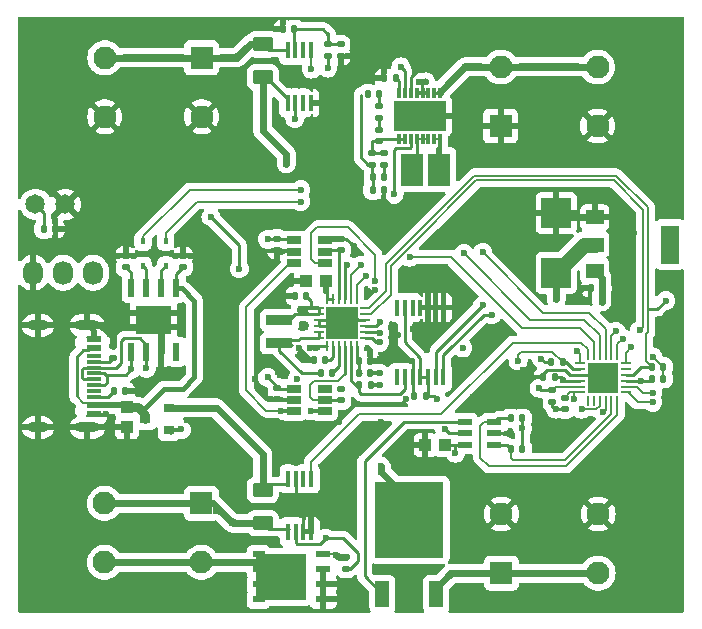
<source format=gbr>
%TF.GenerationSoftware,KiCad,Pcbnew,8.0.6*%
%TF.CreationDate,2024-11-11T10:33:33-08:00*%
%TF.ProjectId,BQ24257,42513234-3235-4372-9e6b-696361645f70,rev?*%
%TF.SameCoordinates,Original*%
%TF.FileFunction,Copper,L1,Top*%
%TF.FilePolarity,Positive*%
%FSLAX46Y46*%
G04 Gerber Fmt 4.6, Leading zero omitted, Abs format (unit mm)*
G04 Created by KiCad (PCBNEW 8.0.6) date 2024-11-11 10:33:33*
%MOMM*%
%LPD*%
G01*
G04 APERTURE LIST*
G04 Aperture macros list*
%AMRoundRect*
0 Rectangle with rounded corners*
0 $1 Rounding radius*
0 $2 $3 $4 $5 $6 $7 $8 $9 X,Y pos of 4 corners*
0 Add a 4 corners polygon primitive as box body*
4,1,4,$2,$3,$4,$5,$6,$7,$8,$9,$2,$3,0*
0 Add four circle primitives for the rounded corners*
1,1,$1+$1,$2,$3*
1,1,$1+$1,$4,$5*
1,1,$1+$1,$6,$7*
1,1,$1+$1,$8,$9*
0 Add four rect primitives between the rounded corners*
20,1,$1+$1,$2,$3,$4,$5,0*
20,1,$1+$1,$4,$5,$6,$7,0*
20,1,$1+$1,$6,$7,$8,$9,0*
20,1,$1+$1,$8,$9,$2,$3,0*%
G04 Aperture macros list end*
%TA.AperFunction,SMDPad,CuDef*%
%ADD10RoundRect,0.147500X0.147500X0.172500X-0.147500X0.172500X-0.147500X-0.172500X0.147500X-0.172500X0*%
%TD*%
%TA.AperFunction,SMDPad,CuDef*%
%ADD11R,1.000000X1.000000*%
%TD*%
%TA.AperFunction,SMDPad,CuDef*%
%ADD12RoundRect,0.147500X-0.147500X-0.172500X0.147500X-0.172500X0.147500X0.172500X-0.147500X0.172500X0*%
%TD*%
%TA.AperFunction,SMDPad,CuDef*%
%ADD13RoundRect,0.147500X0.172500X-0.147500X0.172500X0.147500X-0.172500X0.147500X-0.172500X-0.147500X0*%
%TD*%
%TA.AperFunction,SMDPad,CuDef*%
%ADD14RoundRect,0.250000X0.625000X-0.375000X0.625000X0.375000X-0.625000X0.375000X-0.625000X-0.375000X0*%
%TD*%
%TA.AperFunction,SMDPad,CuDef*%
%ADD15R,1.160000X0.600000*%
%TD*%
%TA.AperFunction,SMDPad,CuDef*%
%ADD16R,1.160000X0.300000*%
%TD*%
%TA.AperFunction,ComponentPad*%
%ADD17O,2.000000X0.900000*%
%TD*%
%TA.AperFunction,ComponentPad*%
%ADD18O,1.700000X0.900000*%
%TD*%
%TA.AperFunction,ComponentPad*%
%ADD19C,1.651000*%
%TD*%
%TA.AperFunction,ComponentPad*%
%ADD20O,1.727200X2.032000*%
%TD*%
%TA.AperFunction,SMDPad,CuDef*%
%ADD21RoundRect,0.147500X-0.172500X0.147500X-0.172500X-0.147500X0.172500X-0.147500X0.172500X0.147500X0*%
%TD*%
%TA.AperFunction,SMDPad,CuDef*%
%ADD22R,0.450000X0.600000*%
%TD*%
%TA.AperFunction,SMDPad,CuDef*%
%ADD23R,0.850000X0.280000*%
%TD*%
%TA.AperFunction,SMDPad,CuDef*%
%ADD24R,0.280000X0.850000*%
%TD*%
%TA.AperFunction,SMDPad,CuDef*%
%ADD25R,2.700000X2.700000*%
%TD*%
%TA.AperFunction,ComponentPad*%
%ADD26C,0.508000*%
%TD*%
%TA.AperFunction,SMDPad,CuDef*%
%ADD27R,2.300000X0.850000*%
%TD*%
%TA.AperFunction,SMDPad,CuDef*%
%ADD28R,0.300000X0.850000*%
%TD*%
%TA.AperFunction,SMDPad,CuDef*%
%ADD29R,4.440000X2.540000*%
%TD*%
%TA.AperFunction,ComponentPad*%
%ADD30R,1.950000X1.950000*%
%TD*%
%TA.AperFunction,ComponentPad*%
%ADD31C,1.950000*%
%TD*%
%TA.AperFunction,SMDPad,CuDef*%
%ADD32R,0.600000X1.550000*%
%TD*%
%TA.AperFunction,SMDPad,CuDef*%
%ADD33R,1.700000X1.175000*%
%TD*%
%TA.AperFunction,SMDPad,CuDef*%
%ADD34R,1.200000X2.200000*%
%TD*%
%TA.AperFunction,SMDPad,CuDef*%
%ADD35R,5.800000X6.400000*%
%TD*%
%TA.AperFunction,SMDPad,CuDef*%
%ADD36R,0.450000X1.450000*%
%TD*%
%TA.AperFunction,SMDPad,CuDef*%
%ADD37R,1.850000X2.800000*%
%TD*%
%TA.AperFunction,SMDPad,CuDef*%
%ADD38R,1.270000X0.610000*%
%TD*%
%TA.AperFunction,SMDPad,CuDef*%
%ADD39R,3.810000X3.910000*%
%TD*%
%TA.AperFunction,SMDPad,CuDef*%
%ADD40R,1.020000X0.610000*%
%TD*%
%TA.AperFunction,SMDPad,CuDef*%
%ADD41R,1.200000X0.600000*%
%TD*%
%TA.AperFunction,SMDPad,CuDef*%
%ADD42R,1.220000X0.650000*%
%TD*%
%TA.AperFunction,SMDPad,CuDef*%
%ADD43R,1.500000X1.200000*%
%TD*%
%TA.AperFunction,SMDPad,CuDef*%
%ADD44R,1.500000X3.300000*%
%TD*%
%TA.AperFunction,SMDPad,CuDef*%
%ADD45R,2.500000X2.550000*%
%TD*%
%TA.AperFunction,SMDPad,CuDef*%
%ADD46R,0.900000X0.800000*%
%TD*%
%TA.AperFunction,SMDPad,CuDef*%
%ADD47RoundRect,0.062500X-0.350000X-0.062500X0.350000X-0.062500X0.350000X0.062500X-0.350000X0.062500X0*%
%TD*%
%TA.AperFunction,SMDPad,CuDef*%
%ADD48RoundRect,0.062500X-0.062500X-0.350000X0.062500X-0.350000X0.062500X0.350000X-0.062500X0.350000X0*%
%TD*%
%TA.AperFunction,SMDPad,CuDef*%
%ADD49R,2.600000X2.600000*%
%TD*%
%TA.AperFunction,ViaPad*%
%ADD50C,0.600000*%
%TD*%
%TA.AperFunction,Conductor*%
%ADD51C,0.254000*%
%TD*%
%TA.AperFunction,Conductor*%
%ADD52C,0.203200*%
%TD*%
%TA.AperFunction,Conductor*%
%ADD53C,0.609600*%
%TD*%
%TA.AperFunction,Conductor*%
%ADD54C,0.152400*%
%TD*%
%TA.AperFunction,Conductor*%
%ADD55C,1.270000*%
%TD*%
%TA.AperFunction,Conductor*%
%ADD56C,0.304800*%
%TD*%
%TA.AperFunction,Conductor*%
%ADD57C,0.406400*%
%TD*%
%TA.AperFunction,Conductor*%
%ADD58C,0.762000*%
%TD*%
%TA.AperFunction,Conductor*%
%ADD59C,0.508000*%
%TD*%
%TA.AperFunction,Conductor*%
%ADD60C,0.200000*%
%TD*%
%TA.AperFunction,Conductor*%
%ADD61C,0.280000*%
%TD*%
G04 APERTURE END LIST*
D10*
%TO.P,R5,1*%
%TO.N,TS*%
X59489000Y-115909000D03*
%TO.P,R5,2*%
%TO.N,LDO*%
X58519000Y-115909000D03*
%TD*%
D11*
%TO.P,C_VHS1,1*%
%TO.N,GND*%
X64150000Y-122000000D03*
%TO.P,C_VHS1,2*%
%TO.N,VSYS*%
X65850000Y-122000000D03*
%TD*%
D12*
%TO.P,R18,1*%
%TO.N,SHDN1*%
X71395000Y-122320000D03*
%TO.P,R18,2*%
%TO.N,VSYS*%
X72365000Y-122320000D03*
%TD*%
D13*
%TO.P,C_VC2,1*%
%TO.N,Net-(C_VC1-Pad1)*%
X59650000Y-98275000D03*
%TO.P,C_VC2,2*%
%TO.N,Net-(IC2-FB)*%
X59650000Y-97305000D03*
%TD*%
D14*
%TO.P,SOLAR_SENSE1,1*%
%TO.N,SOLAR*%
X50385000Y-128625000D03*
%TO.P,SOLAR_SENSE1,2*%
%TO.N,VIN*%
X50385000Y-125825000D03*
%TD*%
D15*
%TO.P,USB-C1,A1,GND*%
%TO.N,GND*%
X36100000Y-113010000D03*
%TO.P,USB-C1,A4,VBUS*%
%TO.N,VUSB*%
X36100000Y-113810000D03*
D16*
%TO.P,USB-C1,A5,CC1*%
%TO.N,Net-(USB-C1-CC1)*%
X36100000Y-114960000D03*
%TO.P,USB-C1,A6,D+*%
%TO.N,D+*%
X36100000Y-115960000D03*
%TO.P,USB-C1,A7,D-*%
%TO.N,D-*%
X36100000Y-116460000D03*
%TO.P,USB-C1,A8*%
%TO.N,N/C*%
X36100000Y-117460000D03*
D15*
%TO.P,USB-C1,A9,VBUS*%
%TO.N,VUSB*%
X36100000Y-118610000D03*
%TO.P,USB-C1,A12,GND*%
%TO.N,GND*%
X36100000Y-119410000D03*
%TO.P,USB-C1,B1,GND*%
X36100000Y-119410000D03*
%TO.P,USB-C1,B4,VBUS*%
%TO.N,VUSB*%
X36100000Y-118610000D03*
D16*
%TO.P,USB-C1,B5,CC2*%
%TO.N,Net-(USB-C1-CC2)*%
X36100000Y-117960000D03*
%TO.P,USB-C1,B6,D+*%
%TO.N,D+*%
X36100000Y-116960000D03*
%TO.P,USB-C1,B7,D-*%
%TO.N,D-*%
X36100000Y-115460000D03*
%TO.P,USB-C1,B8*%
%TO.N,N/C*%
X36100000Y-114460000D03*
D15*
%TO.P,USB-C1,B9,VBUS*%
%TO.N,VUSB*%
X36100000Y-113810000D03*
%TO.P,USB-C1,B12,GND*%
%TO.N,GND*%
X36100000Y-113010000D03*
D17*
%TO.P,USB-C1,S1,SHIELD*%
X35520000Y-111890000D03*
D18*
X31350000Y-111890000D03*
D17*
X35520000Y-120530000D03*
D18*
X31350000Y-120530000D03*
%TD*%
D19*
%TO.P,J4,1,Pin_1*%
%TO.N,GND*%
X33680000Y-101640000D03*
%TO.P,J4,2,Pin_2*%
%TO.N,TS*%
X31140000Y-101640000D03*
%TD*%
D20*
%TO.P,J3,1,Pin_1*%
%TO.N,GND*%
X30940000Y-107440000D03*
%TO.P,J3,2,Pin_2*%
%TO.N,VSYS*%
X33480000Y-107440000D03*
%TO.P,J3,3,Pin_3*%
%TO.N,UPDI*%
X36020000Y-107440000D03*
%TD*%
D21*
%TO.P,C2,1*%
%TO.N,VSYS*%
X51570000Y-104536400D03*
%TO.P,C2,2*%
%TO.N,GND*%
X51570000Y-105506400D03*
%TD*%
D22*
%TO.P,D2,1,K*%
%TO.N,RX*%
X40240600Y-104761900D03*
%TO.P,D2,2,A*%
%TO.N,Net-(D2-A)*%
X40240600Y-106861900D03*
%TD*%
D12*
%TO.P,R17,1*%
%TO.N,SHDN2*%
X71390000Y-119770000D03*
%TO.P,R17,2*%
%TO.N,VSYS*%
X72360000Y-119770000D03*
%TD*%
D21*
%TO.P,Rpiset1,1*%
%TO.N,GND*%
X57019000Y-104561400D03*
%TO.P,Rpiset1,2*%
%TO.N,ISET*%
X57019000Y-105531400D03*
%TD*%
D12*
%TO.P,R6,1*%
%TO.N,TS*%
X31845000Y-103720000D03*
%TO.P,R6,2*%
%TO.N,GND*%
X32815000Y-103720000D03*
%TD*%
D23*
%TO.P,U1,1,\u002ACE*%
%TO.N,CE*%
X59079000Y-112916400D03*
%TO.P,U1,2,D+*%
%TO.N,D+*%
X59079000Y-112416401D03*
%TO.P,U1,3,D-*%
%TO.N,D-*%
X59079000Y-111916400D03*
%TO.P,U1,4,AGND*%
%TO.N,GND*%
X59079000Y-111416400D03*
%TO.P,U1,5,SDA*%
%TO.N,SDA*%
X59079000Y-110916399D03*
%TO.P,U1,6,SCL*%
%TO.N,SCL*%
X59079000Y-110416400D03*
D24*
%TO.P,U1,7,STAT*%
%TO.N,STAT*%
X58354315Y-109691400D03*
%TO.P,U1,8,\u002APG*%
%TO.N,PG*%
X57854189Y-109691400D03*
%TO.P,U1,9,TS*%
%TO.N,TS*%
X57354063Y-109691400D03*
%TO.P,U1,10,ISET*%
%TO.N,ISET*%
X56853937Y-109691400D03*
%TO.P,U1,11,BAT*%
%TO.N,VBAT*%
X56353811Y-109691400D03*
%TO.P,U1,12,BAT*%
X55853685Y-109691400D03*
D23*
%TO.P,U1,13,CSIN*%
%TO.N,Net-(Csin1-Pad1)*%
X55129000Y-110416400D03*
%TO.P,U1,14,CSIN*%
X55129000Y-110916399D03*
%TO.P,U1,15,PGND*%
%TO.N,GND*%
X55129000Y-111416400D03*
%TO.P,U1,16,PGND*%
X55129000Y-111916400D03*
%TO.P,U1,17,SW*%
%TO.N,Net-(Cboot1-Pad2)*%
X55129000Y-112416401D03*
%TO.P,U1,18,SW*%
X55129000Y-112916400D03*
D24*
%TO.P,U1,19,IN*%
%TO.N,VIN*%
X55853685Y-113641400D03*
%TO.P,U1,20,PMID*%
%TO.N,PMID*%
X56353811Y-113641400D03*
%TO.P,U1,21,BOOT*%
%TO.N,Net-(U1-BOOT)*%
X56853937Y-113641400D03*
%TO.P,U1,22,ILIM*%
%TO.N,ILIM*%
X57354063Y-113641400D03*
%TO.P,U1,23,VDPM*%
%TO.N,VDPM*%
X57854189Y-113641400D03*
%TO.P,U1,24,LDO*%
%TO.N,LDO*%
X58354315Y-113641400D03*
D25*
%TO.P,U1,25,EPAD*%
%TO.N,GND*%
X57104000Y-111666400D03*
D26*
%TO.P,U1,V*%
X57891400Y-112453800D03*
X57891400Y-111666400D03*
X57891400Y-110879000D03*
X57104000Y-112453800D03*
X57104000Y-111666400D03*
X57104000Y-110879000D03*
X56316600Y-112453800D03*
X56316600Y-111666400D03*
X56316600Y-110879000D03*
%TD*%
D12*
%TO.P,C_VC3,1*%
%TO.N,Net-(C_VC1-Pad1)*%
X59280000Y-92310000D03*
%TO.P,C_VC3,2*%
%TO.N,Net-(C_VC3-Pad2)*%
X60250000Y-92310000D03*
%TD*%
%TO.P,R8,1*%
%TO.N,SCL*%
X83325000Y-115390000D03*
%TO.P,R8,2*%
%TO.N,VSYS*%
X84295000Y-115390000D03*
%TD*%
%TO.P,C_VC1,1*%
%TO.N,Net-(C_VC1-Pad1)*%
X59710000Y-99355000D03*
%TO.P,C_VC1,2*%
%TO.N,Net-(C_VC1-Pad2)*%
X60680000Y-99355000D03*
%TD*%
%TO.P,R4,1*%
%TO.N,Net-(USB-C1-CC2)*%
X37780000Y-117480000D03*
%TO.P,R4,2*%
%TO.N,GND*%
X38750000Y-117480000D03*
%TD*%
D27*
%TO.P,Lo1,1,1*%
%TO.N,Net-(Cboot1-Pad2)*%
X51800000Y-113405000D03*
%TO.P,Lo1,2,2*%
%TO.N,Net-(Csin1-Pad1)*%
X51800000Y-111455000D03*
%TD*%
D21*
%TO.P,R12,1*%
%TO.N,Net-(R12-Pad1)*%
X60240000Y-95310000D03*
%TO.P,R12,2*%
%TO.N,Net-(IC2-FB)*%
X60240000Y-96280000D03*
%TD*%
%TO.P,R10,1*%
%TO.N,Net-(IC2-FB)*%
X60690000Y-97335000D03*
%TO.P,R10,2*%
%TO.N,Net-(C_VC1-Pad2)*%
X60690000Y-98305000D03*
%TD*%
D13*
%TO.P,C5,1*%
%TO.N,VUSB*%
X43644200Y-106951100D03*
%TO.P,C5,2*%
%TO.N,GND*%
X43644200Y-105981100D03*
%TD*%
D28*
%TO.P,IC2,1,VOUT_1*%
%TO.N,VOUT*%
X65410000Y-92180000D03*
%TO.P,IC2,2,VOUT_2*%
X64910000Y-92180000D03*
%TO.P,IC2,3,VIN_1*%
%TO.N,VBAT_OUT*%
X64410000Y-92180000D03*
%TO.P,IC2,4,VIN_2*%
X63910000Y-92180000D03*
%TO.P,IC2,5,VIN_3*%
X63410000Y-92180000D03*
%TO.P,IC2,6,SGND*%
%TO.N,GND*%
X62910000Y-92180000D03*
%TO.P,IC2,7,BURST*%
%TO.N,BURST*%
X62410000Y-92180000D03*
%TO.P,IC2,8,RT*%
%TO.N,Net-(IC2-RT)*%
X61910000Y-92180000D03*
%TO.P,IC2,9,VC*%
%TO.N,Net-(IC2-FB)*%
X61910000Y-96080000D03*
%TO.P,IC2,10,FB*%
X62410000Y-96080000D03*
%TO.P,IC2,11,RUN*%
%TO.N,RUN*%
X62910000Y-96080000D03*
%TO.P,IC2,12,SW1_1*%
%TO.N,Net-(IC2-SW1_1)*%
X63410000Y-96080000D03*
%TO.P,IC2,13,SW1_2*%
X63910000Y-96080000D03*
%TO.P,IC2,14,SW1_3*%
X64410000Y-96080000D03*
%TO.P,IC2,15,SW2_1*%
%TO.N,Net-(IC2-SW2_1)*%
X64910000Y-96080000D03*
%TO.P,IC2,16,SW2_2*%
X65410000Y-96080000D03*
D29*
%TO.P,IC2,17,EPAD*%
%TO.N,GND*%
X63660000Y-94130000D03*
%TD*%
D12*
%TO.P,R14,1*%
%TO.N,GND*%
X60675000Y-90970000D03*
%TO.P,R14,2*%
%TO.N,Net-(IC2-RT)*%
X61645000Y-90970000D03*
%TD*%
%TO.P,Cldo1,1*%
%TO.N,LDO*%
X58504000Y-114876400D03*
%TO.P,Cldo1,2*%
%TO.N,GND*%
X59474000Y-114876400D03*
%TD*%
D30*
%TO.P,BATTERY1,1,1.1*%
%TO.N,BAT*%
X45210000Y-89230000D03*
D31*
%TO.P,BATTERY1,2,1.2*%
X37010000Y-89230000D03*
%TO.P,BATTERY1,3,2.1*%
%TO.N,GND*%
X45210000Y-94230000D03*
%TO.P,BATTERY1,4,2.2*%
X37010000Y-94230000D03*
%TD*%
D12*
%TO.P,R9,1*%
%TO.N,SDA*%
X83315000Y-116400000D03*
%TO.P,R9,2*%
%TO.N,VSYS*%
X84285000Y-116400000D03*
%TD*%
D32*
%TO.P,UART1,1,UD+*%
%TO.N,D+*%
X39250000Y-114120000D03*
%TO.P,UART1,2,UD-*%
%TO.N,D-*%
X40520000Y-114120000D03*
%TO.P,UART1,3,GND*%
%TO.N,GND*%
X41790000Y-114120000D03*
%TO.P,UART1,4,~{RTS}*%
%TO.N,unconnected-(UART1-~{RTS}-Pad4)*%
X43060000Y-114120000D03*
%TO.P,UART1,5,VCC*%
%TO.N,VUSB*%
X43060000Y-108720000D03*
%TO.P,UART1,6,TXD*%
%TO.N,Net-(D1-K)*%
X41790000Y-108720000D03*
%TO.P,UART1,7,RXD*%
%TO.N,Net-(D2-A)*%
X40520000Y-108720000D03*
%TO.P,UART1,8,V3*%
%TO.N,Net-(UART1-V3)*%
X39250000Y-108720000D03*
D33*
%TO.P,UART1,9*%
%TO.N,GND*%
X40520000Y-112007500D03*
X41790000Y-112007500D03*
X40520000Y-110832500D03*
X41790000Y-110832500D03*
%TD*%
D13*
%TO.P,C4,1*%
%TO.N,Net-(UART1-V3)*%
X38767400Y-106971700D03*
%TO.P,C4,2*%
%TO.N,GND*%
X38767400Y-106001700D03*
%TD*%
D34*
%TO.P,Q4,1,G*%
%TO.N,HSG2*%
X60520000Y-134650000D03*
D35*
%TO.P,Q4,2,D*%
%TO.N,VBAT*%
X62800000Y-128350000D03*
D34*
%TO.P,Q4,3,S*%
%TO.N,VBAT_OUT*%
X65080000Y-134650000D03*
%TD*%
D21*
%TO.P,RPilim1,1*%
%TO.N,GND*%
X57049000Y-117251400D03*
%TO.P,RPilim1,2*%
%TO.N,ILIM*%
X57049000Y-118221400D03*
%TD*%
D36*
%TO.P,U8,1,+IN*%
%TO.N,VBAT*%
X52485000Y-93055000D03*
%TO.P,U8,2,Vs*%
%TO.N,VSYS*%
X53135000Y-93055000D03*
%TO.P,U8,3,ENB*%
%TO.N,unconnected-(U8-ENB-Pad3)*%
X53785000Y-93055000D03*
%TO.P,U8,4,GND*%
%TO.N,GND*%
X54435000Y-93055000D03*
%TO.P,U8,5,OUT*%
%TO.N,BATTERY_SENSE_OUT*%
X54435000Y-88605000D03*
%TO.P,U8,6,NC*%
%TO.N,unconnected-(U8-NC-Pad6)*%
X53785000Y-88605000D03*
%TO.P,U8,7,REF*%
%TO.N,Net-(U8-REF)*%
X53135000Y-88605000D03*
%TO.P,U8,8,-IN*%
%TO.N,BAT*%
X52485000Y-88605000D03*
%TD*%
%TO.P,U9,1,+IN*%
%TO.N,SOLAR*%
X52530000Y-129340000D03*
%TO.P,U9,2,Vs*%
%TO.N,VSYS*%
X53180000Y-129340000D03*
%TO.P,U9,3,ENB*%
%TO.N,GND*%
X53830000Y-129340000D03*
%TO.P,U9,4,GND*%
X54480000Y-129340000D03*
%TO.P,U9,5,OUT*%
%TO.N,SOLAR_SENSE_OUT*%
X54480000Y-124890000D03*
%TO.P,U9,6,NC*%
%TO.N,unconnected-(U9-NC-Pad6)*%
X53830000Y-124890000D03*
%TO.P,U9,7,REF*%
%TO.N,GND*%
X53180000Y-124890000D03*
%TO.P,U9,8,-IN*%
%TO.N,VIN*%
X52530000Y-124890000D03*
%TD*%
D21*
%TO.P,R16,1*%
%TO.N,Net-(U8-REF)*%
X56980000Y-88095000D03*
%TO.P,R16,2*%
%TO.N,GND*%
X56980000Y-89065000D03*
%TD*%
D30*
%TO.P,BAT_OUT1,1,1.1*%
%TO.N,VBAT_OUT*%
X70580000Y-132860000D03*
D31*
%TO.P,BAT_OUT1,2,1.2*%
X78780000Y-132860000D03*
%TO.P,BAT_OUT1,3,2.1*%
%TO.N,GND*%
X70580000Y-127860000D03*
%TO.P,BAT_OUT1,4,2.2*%
X78780000Y-127860000D03*
%TD*%
D37*
%TO.P,L1,1,1*%
%TO.N,Net-(IC2-SW2_1)*%
X65340000Y-98710000D03*
%TO.P,L1,2,2*%
%TO.N,Net-(IC2-SW1_1)*%
X63040000Y-98710000D03*
%TD*%
D12*
%TO.P,R11,1*%
%TO.N,Net-(C_VC1-Pad1)*%
X59695000Y-100425000D03*
%TO.P,R11,2*%
%TO.N,GND*%
X60665000Y-100425000D03*
%TD*%
D38*
%TO.P,Q2,1,S*%
%TO.N,GND*%
X55500000Y-135085000D03*
%TO.P,Q2,2,S*%
X55500000Y-133815000D03*
%TO.P,Q2,3,S*%
X55500000Y-132545000D03*
%TO.P,Q2,4,G*%
%TO.N,SOLAR_GATE*%
X55500000Y-131275000D03*
D39*
%TO.P,Q2,5,D*%
%TO.N,Net-(Q2-D)*%
X52140000Y-133180000D03*
D40*
X50035000Y-135085000D03*
X50035000Y-133815000D03*
X50035000Y-132545000D03*
X50035000Y-131275000D03*
%TD*%
D12*
%TO.P,Rdpmt1,1*%
%TO.N,VDPM*%
X58549000Y-116976400D03*
%TO.P,Rdpmt1,2*%
%TO.N,VIN*%
X59519000Y-116976400D03*
%TD*%
D13*
%TO.P,R15,1*%
%TO.N,VSYS*%
X55920000Y-89060000D03*
%TO.P,R15,2*%
%TO.N,Net-(U8-REF)*%
X55920000Y-88090000D03*
%TD*%
D21*
%TO.P,C1,1*%
%TO.N,VSYS*%
X51609000Y-117156400D03*
%TO.P,C1,2*%
%TO.N,GND*%
X51609000Y-118126400D03*
%TD*%
D41*
%TO.P,IC1,1,~{SHDN_1}*%
%TO.N,SHDN1*%
X70000000Y-121990000D03*
%TO.P,IC1,2,GND*%
%TO.N,GND*%
X70000000Y-121040000D03*
%TO.P,IC1,3,~{SHDN_2}*%
%TO.N,SHDN2*%
X70000000Y-120090000D03*
%TO.P,IC1,4,GATE_2*%
%TO.N,HSG2*%
X67500000Y-120090000D03*
%TO.P,IC1,5,GATE_1*%
%TO.N,HSG1*%
X67500000Y-121040000D03*
%TO.P,IC1,6,VCC*%
%TO.N,VSYS*%
X67500000Y-121990000D03*
%TD*%
D10*
%TO.P,Cboot1,1*%
%TO.N,Net-(U1-BOOT)*%
X56285000Y-115900000D03*
%TO.P,Cboot1,2*%
%TO.N,Net-(Cboot1-Pad2)*%
X55315000Y-115900000D03*
%TD*%
D11*
%TO.P,C_Vusb1,1*%
%TO.N,VUSB*%
X38890000Y-118830000D03*
%TO.P,C_Vusb1,2*%
%TO.N,GND*%
X38890000Y-120530000D03*
%TD*%
D42*
%TO.P,U4,1,VDD*%
%TO.N,VSYS*%
X53021600Y-117232400D03*
%TO.P,U4,2,VSS*%
%TO.N,GND*%
X53021600Y-118182400D03*
%TO.P,U4,3,U/~{D}*%
%TO.N,U{slash}D*%
X53021600Y-119132400D03*
%TO.P,U4,4,~{CS}*%
%TO.N,ILIM_CS*%
X55641600Y-119132400D03*
%TO.P,U4,5,W*%
%TO.N,ILIM*%
X55641600Y-118182400D03*
%TO.P,U4,6,A*%
%TO.N,GND*%
X55641600Y-117232400D03*
%TD*%
D13*
%TO.P,R3,1*%
%TO.N,Net-(USB-C1-CC1)*%
X37700000Y-114620000D03*
%TO.P,R3,2*%
%TO.N,GND*%
X37700000Y-113650000D03*
%TD*%
D10*
%TO.P,R1,1*%
%TO.N,PG*%
X75775000Y-115000000D03*
%TO.P,R1,2*%
%TO.N,VSYS*%
X74805000Y-115000000D03*
%TD*%
D21*
%TO.P,R2,1*%
%TO.N,STAT*%
X74912500Y-117380000D03*
%TO.P,R2,2*%
%TO.N,VSYS*%
X74912500Y-118350000D03*
%TD*%
D11*
%TO.P,Cbat1,1*%
%TO.N,VBAT*%
X55743200Y-108149400D03*
%TO.P,Cbat1,2*%
%TO.N,GND*%
X54043200Y-108149400D03*
%TD*%
D30*
%TO.P,VOUT1,1,1.1*%
%TO.N,GND*%
X70530000Y-95010000D03*
D31*
%TO.P,VOUT1,2,1.2*%
X78730000Y-95010000D03*
%TO.P,VOUT1,3,2.1*%
%TO.N,VOUT*%
X70530000Y-90010000D03*
%TO.P,VOUT1,4,2.2*%
X78730000Y-90010000D03*
%TD*%
D21*
%TO.P,R7,1*%
%TO.N,CE*%
X75982500Y-118015000D03*
%TO.P,R7,2*%
%TO.N,VSYS*%
X75982500Y-118985000D03*
%TD*%
D43*
%TO.P,U3,1,GND*%
%TO.N,GND*%
X78480000Y-102750000D03*
%TO.P,U3,2,VO*%
%TO.N,VSYS*%
X78480000Y-105050000D03*
D44*
%TO.P,U3,2B*%
%TO.N,N/C*%
X84880000Y-105050000D03*
D43*
%TO.P,U3,3,VI*%
%TO.N,VBAT*%
X78480000Y-107250000D03*
%TD*%
D21*
%TO.P,R19,1*%
%TO.N,SOLAR_GATE*%
X57450000Y-131525000D03*
%TO.P,R19,2*%
%TO.N,VSYS*%
X57450000Y-132495000D03*
%TD*%
D30*
%TO.P,SOLAR_CELL1,1,1.1*%
%TO.N,SOLAR*%
X45180000Y-126950000D03*
D31*
%TO.P,SOLAR_CELL1,2,1.2*%
X36980000Y-126950000D03*
%TO.P,SOLAR_CELL1,3,2.1*%
%TO.N,Net-(Q2-D)*%
X45180000Y-131950000D03*
%TO.P,SOLAR_CELL1,4,2.2*%
X36980000Y-131950000D03*
%TD*%
D45*
%TO.P,Cvsys1,1*%
%TO.N,VSYS*%
X75230000Y-107435000D03*
%TO.P,Cvsys1,2*%
%TO.N,GND*%
X75230000Y-102385000D03*
%TD*%
D46*
%TO.P,Q3,1,G*%
%TO.N,HSG1*%
X42450000Y-120780000D03*
%TO.P,Q3,2,S*%
%TO.N,VIN*%
X42450000Y-118880000D03*
%TO.P,Q3,3,D*%
%TO.N,VUSB*%
X40450000Y-119830000D03*
%TD*%
D10*
%TO.P,Cldoin1,1*%
%TO.N,VBAT*%
X79115000Y-108750000D03*
%TO.P,Cldoin1,2*%
%TO.N,GND*%
X78145000Y-108750000D03*
%TD*%
D42*
%TO.P,U5,1,VDD*%
%TO.N,VSYS*%
X53000000Y-104700000D03*
%TO.P,U5,2,VSS*%
%TO.N,GND*%
X53000000Y-105650000D03*
%TO.P,U5,3,U/~{D}*%
%TO.N,U{slash}D*%
X53000000Y-106600000D03*
%TO.P,U5,4,~{CS}*%
%TO.N,ISET_CS*%
X55620000Y-106600000D03*
%TO.P,U5,5,W*%
%TO.N,ISET*%
X55620000Y-105650000D03*
%TO.P,U5,6,A*%
%TO.N,GND*%
X55620000Y-104700000D03*
%TD*%
D12*
%TO.P,CVREF1,1*%
%TO.N,GND*%
X52095000Y-86830000D03*
%TO.P,CVREF1,2*%
%TO.N,Net-(U8-REF)*%
X53065000Y-86830000D03*
%TD*%
D36*
%TO.P,U2,1,A*%
%TO.N,unconnected-(U2-A-Pad1)*%
X61780000Y-116300000D03*
%TO.P,U2,2,W*%
%TO.N,VDPM*%
X62430000Y-116300000D03*
%TO.P,U2,3,B*%
%TO.N,GND*%
X63080000Y-116300000D03*
%TO.P,U2,4,VDD*%
%TO.N,VSYS*%
X63730000Y-116300000D03*
%TO.P,U2,5,~{SHDN}*%
X64380000Y-116300000D03*
%TO.P,U2,6,SCL*%
%TO.N,SCL*%
X65030000Y-116300000D03*
%TO.P,U2,7,SDA*%
%TO.N,SDA*%
X65680000Y-116300000D03*
%TO.P,U2,8,AD0*%
%TO.N,GND*%
X65680000Y-110400000D03*
%TO.P,U2,9,AD1*%
X65030000Y-110400000D03*
%TO.P,U2,10,GND*%
X64380000Y-110400000D03*
%TO.P,U2,11,VSS*%
X63730000Y-110400000D03*
%TO.P,U2,12,O2*%
%TO.N,ADIO2*%
X63080000Y-110400000D03*
%TO.P,U2,13,VLOG*%
%TO.N,VSYS*%
X62430000Y-110400000D03*
%TO.P,U2,14,O1*%
%TO.N,ADIO1*%
X61780000Y-110400000D03*
%TD*%
D14*
%TO.P,BAT_SENSE1,1*%
%TO.N,VBAT*%
X50395000Y-90885000D03*
%TO.P,BAT_SENSE1,2*%
%TO.N,BAT*%
X50395000Y-88085000D03*
%TD*%
D10*
%TO.P,C3,1*%
%TO.N,VSYS*%
X75085000Y-116300000D03*
%TO.P,C3,2*%
%TO.N,GND*%
X74115000Y-116300000D03*
%TD*%
D22*
%TO.P,D1,1,K*%
%TO.N,Net-(D1-K)*%
X42171000Y-106853300D03*
%TO.P,D1,2,A*%
%TO.N,TX*%
X42171000Y-104753300D03*
%TD*%
D10*
%TO.P,C6,1*%
%TO.N,VSYS*%
X64187200Y-117879000D03*
%TO.P,C6,2*%
%TO.N,GND*%
X63217200Y-117879000D03*
%TD*%
D13*
%TO.P,R13,1*%
%TO.N,Net-(R12-Pad1)*%
X60230000Y-94310000D03*
%TO.P,R13,2*%
%TO.N,Net-(C_VC3-Pad2)*%
X60230000Y-93340000D03*
%TD*%
D10*
%TO.P,Csin1,1*%
%TO.N,Net-(Csin1-Pad1)*%
X54079000Y-109416400D03*
%TO.P,Csin1,2*%
%TO.N,GND*%
X53109000Y-109416400D03*
%TD*%
D47*
%TO.P,ATTINY1627,1,PA2*%
%TO.N,BATTERY_SENSE_OUT*%
X77222500Y-115070000D03*
%TO.P,ATTINY1627,2,PA3*%
%TO.N,PG*%
X77222500Y-115570000D03*
%TO.P,ATTINY1627,3,GND*%
%TO.N,GND*%
X77222500Y-116070000D03*
%TO.P,ATTINY1627,4,VCC*%
%TO.N,VSYS*%
X77222500Y-116570000D03*
%TO.P,ATTINY1627,5,PA4*%
%TO.N,STAT*%
X77222500Y-117070000D03*
%TO.P,ATTINY1627,6,PA5*%
%TO.N,CE*%
X77222500Y-117570000D03*
D48*
%TO.P,ATTINY1627,7,PA6*%
%TO.N,unconnected-(ATTINY1627-PA6-Pad7)*%
X77910000Y-118257500D03*
%TO.P,ATTINY1627,8,PA7*%
%TO.N,unconnected-(ATTINY1627-PA7-Pad8)*%
X78410000Y-118257500D03*
%TO.P,ATTINY1627,9,PB7*%
%TO.N,ISET_CS*%
X78910000Y-118257500D03*
%TO.P,ATTINY1627,10,PB6*%
%TO.N,ILIM_CS*%
X79410000Y-118257500D03*
%TO.P,ATTINY1627,11,PB5*%
%TO.N,SHDN1*%
X79910000Y-118257500D03*
%TO.P,ATTINY1627,12,PB4*%
%TO.N,SHDN2*%
X80410000Y-118257500D03*
D47*
%TO.P,ATTINY1627,13,PB3*%
%TO.N,RX*%
X81097500Y-117570000D03*
%TO.P,ATTINY1627,14,PB2*%
%TO.N,TX*%
X81097500Y-117070000D03*
%TO.P,ATTINY1627,15,PB1*%
%TO.N,SDA*%
X81097500Y-116570000D03*
%TO.P,ATTINY1627,16,PB0*%
%TO.N,SCL*%
X81097500Y-116070000D03*
%TO.P,ATTINY1627,17,PC0*%
%TO.N,unconnected-(ATTINY1627-PC0-Pad17)*%
X81097500Y-115570000D03*
%TO.P,ATTINY1627,18,PC1*%
%TO.N,SOLAR_GATE*%
X81097500Y-115070000D03*
D48*
%TO.P,ATTINY1627,19,PC2*%
%TO.N,U{slash}D*%
X80410000Y-114382500D03*
%TO.P,ATTINY1627,20,PC3*%
%TO.N,BAT_GATE*%
X79910000Y-114382500D03*
%TO.P,ATTINY1627,21,PC4*%
%TO.N,RUN*%
X79410000Y-114382500D03*
%TO.P,ATTINY1627,22,PC5*%
%TO.N,BURST*%
X78910000Y-114382500D03*
%TO.P,ATTINY1627,23,~{RESET}/PA0*%
%TO.N,UPDI*%
X78410000Y-114382500D03*
%TO.P,ATTINY1627,24,PA1*%
%TO.N,SOLAR_SENSE_OUT*%
X77910000Y-114382500D03*
D49*
%TO.P,ATTINY1627,25,GND*%
%TO.N,GND*%
X79160000Y-116320000D03*
%TD*%
D10*
%TO.P,Cpmid1,1*%
%TO.N,PMID*%
X55685000Y-114800000D03*
%TO.P,Cpmid1,2*%
%TO.N,GND*%
X54715000Y-114800000D03*
%TD*%
D50*
%TO.N,GND*%
X33900000Y-120530000D03*
X57700000Y-128400000D03*
X33300000Y-119800000D03*
X53480000Y-113840000D03*
X65200000Y-112000000D03*
X58100000Y-89100000D03*
X55641600Y-117232400D03*
X51700000Y-115800000D03*
X60400000Y-120100000D03*
X74400000Y-126500000D03*
X63000000Y-114900000D03*
X33900000Y-104500000D03*
X67100000Y-108300000D03*
X72300000Y-105100000D03*
X80700000Y-102700000D03*
X52600000Y-108149400D03*
X33800000Y-111890000D03*
X49800000Y-105400000D03*
X61900000Y-102400000D03*
X49700000Y-116400000D03*
X35000000Y-124800000D03*
X62500000Y-118100000D03*
X31500000Y-88400000D03*
X62300000Y-103600000D03*
X76400000Y-126700000D03*
X59700000Y-90900000D03*
X57300000Y-124000000D03*
X53800000Y-112100000D03*
X64300000Y-114000000D03*
X33000000Y-111890000D03*
X63100000Y-112200000D03*
X72300000Y-103200000D03*
X81800000Y-104100000D03*
X54600000Y-120200000D03*
X80900000Y-111200000D03*
X72300000Y-102400000D03*
X60300000Y-114700000D03*
X59900000Y-108900000D03*
X33300000Y-120530000D03*
X46300000Y-112700000D03*
X72400000Y-115700000D03*
X57700000Y-135000000D03*
X54500000Y-98800000D03*
X72300000Y-104200000D03*
X46700000Y-117500000D03*
X48700000Y-102600000D03*
X52300000Y-109416400D03*
X53685000Y-127915000D03*
X51600000Y-120000000D03*
X44000000Y-119900000D03*
X72600000Y-95200000D03*
X37700000Y-120600000D03*
X56600000Y-94900000D03*
X40700000Y-101400000D03*
X67000000Y-116500000D03*
X54700000Y-121600000D03*
X62100000Y-122800000D03*
X76750000Y-109750000D03*
X73700000Y-95300000D03*
X57049000Y-117251400D03*
X61800000Y-112700000D03*
X31500000Y-96500000D03*
X60400000Y-104300000D03*
X58100000Y-105200000D03*
X44600000Y-103500000D03*
X68190000Y-117910000D03*
X63500000Y-90300000D03*
X62100000Y-108600000D03*
X62600000Y-134500000D03*
X75100000Y-121700000D03*
X70700000Y-111900000D03*
X37090000Y-119410000D03*
X75200000Y-95300000D03*
X56800000Y-120100000D03*
X61800000Y-114300000D03*
%TO.N,SOLAR_GATE*%
X81600000Y-113700000D03*
X56600000Y-131300000D03*
%TO.N,BAT_GATE*%
X80290468Y-112400000D03*
%TO.N,VSYS*%
X53100000Y-94400000D03*
X75225000Y-109650000D03*
X55700000Y-129900000D03*
X75230000Y-109120000D03*
X50800000Y-116300000D03*
X75200000Y-118985000D03*
X73980000Y-114720000D03*
X55900000Y-90100000D03*
X50800000Y-104600000D03*
X75812500Y-116487500D03*
X83426600Y-114555069D03*
X66700000Y-122700000D03*
X72365000Y-120600000D03*
X65100000Y-118100000D03*
%TO.N,BATTERY_SENSE_OUT*%
X76986863Y-114091962D03*
X54500000Y-90200000D03*
%TO.N,RX*%
X53600000Y-100400000D03*
X83400000Y-118400000D03*
%TO.N,ISET_CS*%
X59900000Y-108100000D03*
X77374598Y-118985000D03*
%TO.N,ILIM_CS*%
X79191142Y-119256298D03*
X54437600Y-119132400D03*
%TO.N,TX*%
X83400000Y-117600000D03*
X53600000Y-101400000D03*
%TO.N,SCL*%
X84500000Y-109800000D03*
X69000000Y-110200000D03*
%TO.N,UPDI*%
X62810501Y-106110501D03*
%TO.N,SDA*%
X82300000Y-112300000D03*
X82400000Y-116570000D03*
X69800000Y-111000000D03*
%TO.N,HSG1*%
X65800000Y-120700000D03*
X43500000Y-120700000D03*
%TO.N,U{slash}D*%
X80900000Y-113000000D03*
X51900000Y-119100000D03*
%TO.N,VIN*%
X50385000Y-122900000D03*
X53304800Y-116407398D03*
X54900000Y-113800000D03*
X60330000Y-116970000D03*
X54400000Y-113800000D03*
%TO.N,VBAT*%
X52375000Y-98200000D03*
X55743200Y-108149400D03*
X60400000Y-123800000D03*
X55750000Y-108700000D03*
X79100000Y-109900000D03*
X60400000Y-124300000D03*
X52375000Y-97400000D03*
%TO.N,STAT*%
X59100000Y-107700000D03*
X73775000Y-117200000D03*
%TO.N,PG*%
X58700000Y-106800000D03*
X72000000Y-114900000D03*
%TO.N,TS*%
X48400000Y-107100000D03*
X46000000Y-102700000D03*
X60320000Y-115930000D03*
X57480937Y-106800000D03*
%TO.N,CE*%
X76700000Y-118100000D03*
X67325000Y-113800000D03*
X60270000Y-113320003D03*
%TO.N,VBAT_OUT*%
X63625000Y-91275000D03*
X64175000Y-91275000D03*
%TO.N,D+*%
X39250000Y-115610000D03*
X60270000Y-112520000D03*
%TO.N,D-*%
X40520000Y-115520000D03*
X60290000Y-111590000D03*
%TO.N,BURST*%
X62070000Y-90000000D03*
X67400000Y-105800000D03*
%TO.N,RUN*%
X61500000Y-100790000D03*
X69000000Y-105700000D03*
%TD*%
D51*
%TO.N,GND*%
X57019000Y-104561400D02*
X57461400Y-104561400D01*
X36100000Y-113010000D02*
X36100000Y-112470000D01*
X65030000Y-110400000D02*
X64380000Y-110400000D01*
X38890000Y-120530000D02*
X37770000Y-120530000D01*
X63080000Y-116300000D02*
X63080000Y-114980000D01*
X74442001Y-115653000D02*
X74115000Y-115980001D01*
X62910000Y-90890000D02*
X63500000Y-90300000D01*
X52856400Y-105506400D02*
X53000000Y-105650000D01*
X77222500Y-116070000D02*
X78910000Y-116070000D01*
X52600000Y-108149400D02*
X52550600Y-108149400D01*
X53021600Y-118182400D02*
X51665000Y-118182400D01*
X56880400Y-104700000D02*
X57019000Y-104561400D01*
X53830000Y-128060000D02*
X53830000Y-129340000D01*
X55500000Y-133815000D02*
X55500000Y-132545000D01*
X51599000Y-105506400D02*
X49906400Y-105506400D01*
X64380000Y-110400000D02*
X63730000Y-110400000D01*
X60665000Y-100425000D02*
X60665000Y-101165000D01*
X51665000Y-118182400D02*
X51609000Y-118126400D01*
D52*
X76750000Y-109750000D02*
X77750000Y-108750000D01*
D53*
X36690000Y-111890000D02*
X36807500Y-112007500D01*
D51*
X49700000Y-117200000D02*
X49700000Y-116400000D01*
X60665000Y-101165000D02*
X61900000Y-102400000D01*
X76370000Y-116070000D02*
X75953000Y-115653000D01*
D53*
X78480000Y-102750000D02*
X75595000Y-102750000D01*
X75595000Y-102750000D02*
X75230000Y-102385000D01*
D51*
X33000000Y-111890000D02*
X31350000Y-111890000D01*
X60300000Y-114700000D02*
X59650400Y-114700000D01*
D53*
X36807500Y-112007500D02*
X37900000Y-112007500D01*
X36690000Y-111890000D02*
X35520000Y-111890000D01*
D51*
X53109000Y-109416400D02*
X52300000Y-109416400D01*
X32815000Y-102505000D02*
X33680000Y-101640000D01*
D53*
X37900000Y-112007500D02*
X38900000Y-112007500D01*
D51*
X63217200Y-117879000D02*
X63080000Y-117741800D01*
D52*
X40520000Y-112007500D02*
X38900000Y-112007500D01*
D51*
X65680000Y-110400000D02*
X65030000Y-110400000D01*
X52300000Y-109416400D02*
X52216400Y-109416400D01*
D53*
X41790000Y-114120000D02*
X41790000Y-112007500D01*
D51*
X36100000Y-119410000D02*
X37090000Y-119410000D01*
X51599000Y-105506400D02*
X52856400Y-105506400D01*
X63080000Y-114980000D02*
X63000000Y-114900000D01*
D53*
X37700000Y-113650000D02*
X37700000Y-112900000D01*
D51*
X78910000Y-116070000D02*
X79160000Y-116320000D01*
X55129000Y-111916400D02*
X56066600Y-111916400D01*
D53*
X38900000Y-112007500D02*
X41790000Y-112007500D01*
D51*
X53180000Y-124890000D02*
X53180000Y-127410000D01*
X36100000Y-112470000D02*
X35520000Y-111890000D01*
X56066600Y-111916400D02*
X56316600Y-111666400D01*
D52*
X77750000Y-108750000D02*
X78145000Y-108750000D01*
D51*
X74115000Y-115980001D02*
X74115000Y-116300000D01*
X77222500Y-116070000D02*
X76370000Y-116070000D01*
X49906400Y-105506400D02*
X49800000Y-105400000D01*
X53480000Y-113840000D02*
X54440000Y-114800000D01*
X54043200Y-108149400D02*
X52600000Y-108149400D01*
X59650400Y-114700000D02*
X59474000Y-114876400D01*
D53*
X37700000Y-112900000D02*
X36690000Y-111890000D01*
D51*
X56066600Y-111416400D02*
X56316600Y-111666400D01*
X57461400Y-104561400D02*
X58100000Y-105200000D01*
X60675000Y-90970000D02*
X59770000Y-90970000D01*
X74115000Y-116300000D02*
X73000000Y-116300000D01*
X53685000Y-127915000D02*
X53830000Y-128060000D01*
X59079000Y-111416400D02*
X58463059Y-111416400D01*
X59770000Y-90970000D02*
X59700000Y-90900000D01*
D53*
X37900000Y-112007500D02*
X41790000Y-112007500D01*
D51*
X73000000Y-116300000D02*
X72400000Y-115700000D01*
X33900000Y-120530000D02*
X33300000Y-120530000D01*
X58065000Y-89065000D02*
X58100000Y-89100000D01*
X75953000Y-115653000D02*
X74442001Y-115653000D01*
X51609000Y-118126400D02*
X50626400Y-118126400D01*
X33300000Y-120530000D02*
X31350000Y-120530000D01*
X55620000Y-104700000D02*
X56880400Y-104700000D01*
X33800000Y-111890000D02*
X33000000Y-111890000D01*
X55129000Y-111916400D02*
X55129000Y-111416400D01*
X54480000Y-129340000D02*
X53830000Y-129340000D01*
X63080000Y-117741800D02*
X63080000Y-116300000D01*
X53180000Y-127410000D02*
X53685000Y-127915000D01*
X55129000Y-111416400D02*
X56066600Y-111416400D01*
X32815000Y-103720000D02*
X32815000Y-102505000D01*
X54440000Y-114800000D02*
X54715000Y-114800000D01*
X35520000Y-111890000D02*
X33800000Y-111890000D01*
X57925659Y-110879000D02*
X57891400Y-110879000D01*
X62910000Y-92180000D02*
X62910000Y-90890000D01*
X56980000Y-89065000D02*
X58065000Y-89065000D01*
X55500000Y-135085000D02*
X55500000Y-133815000D01*
X35520000Y-120530000D02*
X33900000Y-120530000D01*
X50626400Y-118126400D02*
X49700000Y-117200000D01*
X58463059Y-111416400D02*
X57925659Y-110879000D01*
X37770000Y-120530000D02*
X37700000Y-120600000D01*
D53*
%TO.N,SOLAR_GATE*%
X57450000Y-131525000D02*
X56825000Y-131525000D01*
X56825000Y-131525000D02*
X56600000Y-131300000D01*
D52*
X56575000Y-131275000D02*
X56600000Y-131300000D01*
X55500000Y-131275000D02*
X56575000Y-131275000D01*
X81097500Y-114202500D02*
X81097500Y-115070000D01*
X81600000Y-113700000D02*
X81097500Y-114202500D01*
%TO.N,BAT_GATE*%
X79910000Y-112780468D02*
X79910000Y-114382500D01*
X80290468Y-112400000D02*
X79910000Y-112780468D01*
D51*
%TO.N,VSYS*%
X74815000Y-115030000D02*
X74290000Y-115030000D01*
X67500000Y-121990000D02*
X66700000Y-121990000D01*
D53*
X75230000Y-109645000D02*
X75225000Y-109650000D01*
D51*
X73980000Y-114720000D02*
X73900000Y-114640000D01*
X50800000Y-104600000D02*
X51180000Y-104600000D01*
X53180000Y-129340000D02*
X53180000Y-130319000D01*
X57175000Y-129900000D02*
X58425000Y-131150000D01*
X53135000Y-93055000D02*
X53135000Y-94365000D01*
X58425000Y-131150000D02*
X58425000Y-131839999D01*
X75812500Y-116487500D02*
X75625000Y-116300000D01*
X64187200Y-117845800D02*
X64374000Y-117659000D01*
X51609000Y-117109000D02*
X51609000Y-117156400D01*
D54*
X83426600Y-114555069D02*
X83460069Y-114555069D01*
X84295000Y-116390000D02*
X84285000Y-116400000D01*
D51*
X64380000Y-116300000D02*
X63730000Y-116300000D01*
X66700000Y-121990000D02*
X65860000Y-121990000D01*
X64187200Y-117879000D02*
X64879000Y-117879000D01*
X52050000Y-104536400D02*
X51570000Y-104536400D01*
X57769999Y-132495000D02*
X57450000Y-132495000D01*
X58425000Y-131839999D02*
X57769999Y-132495000D01*
X74912500Y-118812500D02*
X75085000Y-118985000D01*
X75085000Y-118985000D02*
X75200000Y-118985000D01*
X72365000Y-120600000D02*
X72365000Y-119775000D01*
X75625000Y-116300000D02*
X75085000Y-116300000D01*
X75200000Y-118985000D02*
X75982500Y-118985000D01*
D53*
X75230000Y-109120000D02*
X75230000Y-109645000D01*
D51*
X64879000Y-117879000D02*
X65100000Y-118100000D01*
X51506400Y-104600000D02*
X51570000Y-104536400D01*
X66700000Y-122700000D02*
X66700000Y-121990000D01*
X72365000Y-122320000D02*
X72365000Y-120600000D01*
X62430000Y-113320000D02*
X63730000Y-114620000D01*
X64380000Y-117355000D02*
X64380000Y-116300000D01*
X53135000Y-94365000D02*
X53100000Y-94400000D01*
X64374000Y-117659000D02*
X64374000Y-117361000D01*
D54*
X84295000Y-115390000D02*
X84295000Y-116390000D01*
D51*
X62430000Y-110400000D02*
X62430000Y-113320000D01*
X51180000Y-104600000D02*
X51506400Y-104600000D01*
X74912500Y-118350000D02*
X74912500Y-118812500D01*
X64374000Y-117361000D02*
X64380000Y-117355000D01*
X74290000Y-115030000D02*
X73980000Y-114720000D01*
X65860000Y-121990000D02*
X65850000Y-122000000D01*
D55*
X77615000Y-105050000D02*
X75230000Y-107435000D01*
D51*
X72365000Y-119775000D02*
X72360000Y-119770000D01*
X50800000Y-116300000D02*
X51609000Y-117109000D01*
X53261000Y-130400000D02*
X55200000Y-130400000D01*
X55920000Y-90080000D02*
X55900000Y-90100000D01*
X51599000Y-104536400D02*
X52050000Y-104536400D01*
X53021600Y-117232400D02*
X51685000Y-117232400D01*
X77222500Y-116570000D02*
X75895000Y-116570000D01*
X67380000Y-122110000D02*
X67500000Y-121990000D01*
D54*
X83460069Y-114555069D02*
X84295000Y-115390000D01*
D53*
X75230000Y-107435000D02*
X75230000Y-109120000D01*
D51*
X53180000Y-130319000D02*
X53261000Y-130400000D01*
X51685000Y-117232400D02*
X51609000Y-117156400D01*
X55200000Y-130400000D02*
X55700000Y-129900000D01*
X55920000Y-89060000D02*
X55920000Y-90080000D01*
X52836400Y-104536400D02*
X53000000Y-104700000D01*
X51180000Y-104600000D02*
X51535400Y-104600000D01*
D55*
X78480000Y-105050000D02*
X77615000Y-105050000D01*
D51*
X75895000Y-116570000D02*
X75812500Y-116487500D01*
X51535400Y-104600000D02*
X51599000Y-104536400D01*
X63730000Y-114620000D02*
X63730000Y-116300000D01*
X55700000Y-129900000D02*
X57175000Y-129900000D01*
X52050000Y-104536400D02*
X52836400Y-104536400D01*
D52*
%TO.N,BATTERY_SENSE_OUT*%
X77222500Y-114327599D02*
X77222500Y-115070000D01*
X54435000Y-88605000D02*
X54435000Y-90135000D01*
X54435000Y-90135000D02*
X54500000Y-90200000D01*
X76986863Y-114091962D02*
X77222500Y-114327599D01*
%TO.N,RX*%
X81097500Y-117570000D02*
X81430000Y-117570000D01*
X40240600Y-104761900D02*
X40240600Y-104359400D01*
X81097500Y-117570000D02*
X81300000Y-117570000D01*
X81300000Y-117570000D02*
X82130000Y-118400000D01*
X44200000Y-100400000D02*
X53600000Y-100400000D01*
X82130000Y-118400000D02*
X83400000Y-118400000D01*
X40240600Y-104359400D02*
X44200000Y-100400000D01*
%TO.N,ISET_CS*%
X55000000Y-103600000D02*
X54500000Y-104100000D01*
X59900000Y-108100000D02*
X59900000Y-105900000D01*
X77374598Y-118985000D02*
X78611648Y-118985000D01*
X59900000Y-105900000D02*
X57600000Y-103600000D01*
X78611648Y-118985000D02*
X78910000Y-118686648D01*
X54500000Y-106293200D02*
X54806800Y-106600000D01*
X54806800Y-106600000D02*
X55620000Y-106600000D01*
X54500000Y-104100000D02*
X54500000Y-106293200D01*
X78910000Y-118686648D02*
X78910000Y-118257500D01*
X57600000Y-103600000D02*
X55000000Y-103600000D01*
D56*
%TO.N,ILIM_CS*%
X55641600Y-119132400D02*
X54437600Y-119132400D01*
D52*
X79191142Y-119256298D02*
X79410000Y-119037440D01*
X79410000Y-119037440D02*
X79410000Y-118257500D01*
%TO.N,TX*%
X82579209Y-117600000D02*
X82900000Y-117600000D01*
X82900000Y-117600000D02*
X83400000Y-117600000D01*
X42171000Y-104029000D02*
X44800000Y-101400000D01*
X44800000Y-101400000D02*
X53600000Y-101400000D01*
X42171000Y-104753300D02*
X42171000Y-104029000D01*
X82049209Y-117070000D02*
X82579209Y-117600000D01*
X81097500Y-117070000D02*
X82049209Y-117070000D01*
D51*
%TO.N,SCL*%
X82400000Y-115400000D02*
X82410000Y-115390000D01*
D52*
X60800000Y-106700000D02*
X68300000Y-99200000D01*
X60800000Y-109000000D02*
X60800000Y-106700000D01*
X59383600Y-110416400D02*
X60800000Y-109000000D01*
D51*
X82395000Y-115390000D02*
X83325000Y-115390000D01*
D52*
X80300000Y-99200000D02*
X83000000Y-101900000D01*
X59079000Y-110416400D02*
X59383600Y-110416400D01*
D51*
X83800000Y-110500000D02*
X83025400Y-110500000D01*
X84500000Y-109800000D02*
X83800000Y-110500000D01*
X65030000Y-116300000D02*
X65030000Y-114170000D01*
D52*
X83000000Y-112450791D02*
X82825000Y-112625791D01*
X68300000Y-99200000D02*
X80300000Y-99200000D01*
X82825000Y-114890000D02*
X83325000Y-115390000D01*
D51*
X81730000Y-116070000D02*
X82400000Y-115400000D01*
D52*
X83000000Y-101900000D02*
X83000000Y-112450791D01*
D51*
X81097500Y-116070000D02*
X81730000Y-116070000D01*
D52*
X82825000Y-112625791D02*
X82825000Y-114890000D01*
D51*
X65030000Y-114170000D02*
X69000000Y-110200000D01*
D52*
%TO.N,UPDI*%
X62821002Y-106100000D02*
X66300000Y-106100000D01*
X66300000Y-106100000D02*
X72300000Y-112100000D01*
X77231374Y-112100000D02*
X78410000Y-113278626D01*
X78410000Y-113278626D02*
X78410000Y-114382500D01*
X72300000Y-112100000D02*
X77231374Y-112100000D01*
X62810501Y-106110501D02*
X62821002Y-106100000D01*
%TO.N,SDA*%
X82596800Y-102100000D02*
X82596800Y-106000000D01*
D51*
X83145000Y-116570000D02*
X83315000Y-116400000D01*
X82400000Y-116570000D02*
X83145000Y-116570000D01*
X65680000Y-114420000D02*
X66100000Y-114000000D01*
D52*
X62770210Y-105300000D02*
X68385105Y-99685105D01*
X82596800Y-112003200D02*
X82300000Y-112300000D01*
D51*
X65680000Y-116300000D02*
X65680000Y-114420000D01*
X81097500Y-116570000D02*
X82400000Y-116570000D01*
D52*
X59583601Y-110916399D02*
X59079000Y-110916399D01*
D51*
X82385000Y-116570000D02*
X82400000Y-116570000D01*
D52*
X82596800Y-106000000D02*
X82596800Y-112003200D01*
X61203200Y-109296800D02*
X59583601Y-110916399D01*
D51*
X69100000Y-111000000D02*
X69800000Y-111000000D01*
D52*
X68385105Y-99685105D02*
X68467010Y-99603200D01*
D51*
X66100000Y-114000000D02*
X69100000Y-111000000D01*
D52*
X80100000Y-99603200D02*
X82596800Y-102100000D01*
X61203200Y-106867010D02*
X61203200Y-109296800D01*
X68467010Y-99603200D02*
X80100000Y-99603200D01*
X62770210Y-105300000D02*
X61203200Y-106867010D01*
D51*
%TO.N,HSG2*%
X59000000Y-133130000D02*
X59000000Y-123400000D01*
X59000000Y-123400000D02*
X62327000Y-120073000D01*
X62327000Y-120073000D02*
X67483000Y-120073000D01*
X67483000Y-120073000D02*
X67500000Y-120090000D01*
X60520000Y-134650000D02*
X59000000Y-133130000D01*
X60520000Y-134620000D02*
X60520000Y-134650000D01*
D56*
%TO.N,HSG1*%
X43420000Y-120780000D02*
X43500000Y-120700000D01*
D51*
X66140000Y-121040000D02*
X65800000Y-120700000D01*
X67500000Y-121040000D02*
X66140000Y-121040000D01*
D56*
X42450000Y-120780000D02*
X43420000Y-120780000D01*
X42640000Y-120970000D02*
X42450000Y-120780000D01*
D52*
%TO.N,U{slash}D*%
X80900000Y-113000000D02*
X80410000Y-113490000D01*
D56*
X51900000Y-119100000D02*
X51932400Y-119132400D01*
D52*
X80410000Y-113490000D02*
X80410000Y-114382500D01*
X51900000Y-119100000D02*
X50700000Y-119100000D01*
X49000000Y-117400000D02*
X49000000Y-110300000D01*
D56*
X51932400Y-119132400D02*
X53021600Y-119132400D01*
D52*
X50700000Y-119100000D02*
X49000000Y-117400000D01*
X49000000Y-110300000D02*
X52700000Y-106600000D01*
X52700000Y-106600000D02*
X53000000Y-106600000D01*
%TO.N,SOLAR_SENSE_OUT*%
X71550000Y-113350000D02*
X77350000Y-113350000D01*
X77910000Y-113910000D02*
X77910000Y-114382500D01*
X77350000Y-113350000D02*
X77910000Y-113910000D01*
X58500000Y-119400000D02*
X65500000Y-119400000D01*
X65500000Y-119400000D02*
X71550000Y-113350000D01*
X54480000Y-123420000D02*
X58500000Y-119400000D01*
X54480000Y-124890000D02*
X54480000Y-123420000D01*
D53*
%TO.N,VIN*%
X42450000Y-118880000D02*
X46480000Y-118880000D01*
D51*
X52530000Y-125345000D02*
X52530000Y-124890000D01*
X50385000Y-125825000D02*
X50865000Y-125345000D01*
D53*
X50385000Y-122785000D02*
X50385000Y-122900000D01*
X46480000Y-118880000D02*
X50385000Y-122785000D01*
D51*
X55853685Y-113641400D02*
X55058600Y-113641400D01*
X50865000Y-125345000D02*
X52530000Y-125345000D01*
D56*
X60330000Y-116970000D02*
X60323600Y-116976400D01*
X60323600Y-116976400D02*
X59519000Y-116976400D01*
D51*
X55058600Y-113641400D02*
X54900000Y-113800000D01*
D53*
X50385000Y-122900000D02*
X50385000Y-125825000D01*
D52*
%TO.N,SHDN1*%
X71395000Y-123095000D02*
X71395000Y-122320000D01*
D51*
X70000000Y-121990000D02*
X71065000Y-121990000D01*
D52*
X71600000Y-123300000D02*
X71395000Y-123095000D01*
X79910000Y-119388231D02*
X75998231Y-123300000D01*
X75998231Y-123300000D02*
X71600000Y-123300000D01*
D51*
X71065000Y-121990000D02*
X71395000Y-122320000D01*
D52*
X79910000Y-118257500D02*
X79910000Y-119388231D01*
%TO.N,SHDN2*%
X68800000Y-120400000D02*
X69110000Y-120090000D01*
D51*
X70320000Y-119770000D02*
X70000000Y-120090000D01*
D52*
X80410000Y-119490000D02*
X76100000Y-123800000D01*
X80410000Y-118257500D02*
X80410000Y-119490000D01*
D51*
X71390000Y-119770000D02*
X70320000Y-119770000D01*
D52*
X68800000Y-123100000D02*
X68800000Y-120400000D01*
X69110000Y-120090000D02*
X70000000Y-120090000D01*
X69500000Y-123800000D02*
X68800000Y-123100000D01*
X76100000Y-123800000D02*
X69500000Y-123800000D01*
D51*
%TO.N,SOLAR*%
X52530000Y-129340000D02*
X52530000Y-129160000D01*
D53*
X36980000Y-126950000D02*
X45180000Y-126950000D01*
X46150000Y-126950000D02*
X47825000Y-128625000D01*
X45180000Y-126950000D02*
X46150000Y-126950000D01*
D51*
X52565000Y-129125000D02*
X50885000Y-129125000D01*
X52530000Y-129160000D02*
X52565000Y-129125000D01*
X50885000Y-129125000D02*
X50385000Y-128625000D01*
D53*
X47825000Y-128625000D02*
X50385000Y-128625000D01*
%TO.N,VBAT*%
X50395000Y-95420000D02*
X50395000Y-90885000D01*
D51*
X55853685Y-108259885D02*
X55743200Y-108149400D01*
X55743200Y-108693200D02*
X55750000Y-108700000D01*
D53*
X62800000Y-128350000D02*
X62800000Y-126700000D01*
D51*
X50900000Y-90380000D02*
X50900000Y-91150000D01*
X79115000Y-108750000D02*
X79115000Y-107885000D01*
X56353811Y-109691400D02*
X55853685Y-109691400D01*
D53*
X79100000Y-109300000D02*
X79100000Y-108765000D01*
X79100000Y-109300000D02*
X79100000Y-107870000D01*
X62800000Y-126700000D02*
X60400000Y-124300000D01*
D51*
X50395000Y-90885000D02*
X50900000Y-90380000D01*
D53*
X52375000Y-98200000D02*
X52375000Y-97400000D01*
D51*
X55853685Y-109691400D02*
X55853685Y-108259885D01*
D53*
X52375000Y-97400000D02*
X50395000Y-95420000D01*
X79100000Y-107870000D02*
X78480000Y-107250000D01*
D51*
X79115000Y-107885000D02*
X78480000Y-107250000D01*
D53*
X60400000Y-123800000D02*
X60400000Y-124300000D01*
D51*
X55743200Y-108149400D02*
X55743200Y-108693200D01*
D53*
X79100000Y-109900000D02*
X79100000Y-109300000D01*
D51*
X52485000Y-92735000D02*
X52485000Y-93055000D01*
X50900000Y-91150000D02*
X52485000Y-92735000D01*
D53*
X79100000Y-108765000D02*
X79115000Y-108750000D01*
D51*
%TO.N,Net-(C_VC1-Pad1)*%
X59695000Y-100425000D02*
X59695000Y-99370000D01*
X58710000Y-97654999D02*
X59330001Y-98275000D01*
X59695000Y-99370000D02*
X59710000Y-99355000D01*
X58710000Y-92345000D02*
X58710000Y-97654999D01*
X59650000Y-98275000D02*
X59650000Y-99295000D01*
X59650000Y-99295000D02*
X59710000Y-99355000D01*
X59330001Y-98275000D02*
X59650000Y-98275000D01*
%TO.N,BAT*%
X52460000Y-88580000D02*
X50890000Y-88580000D01*
X52485000Y-88605000D02*
X52460000Y-88580000D01*
D53*
X45210000Y-89230000D02*
X48170000Y-89230000D01*
X48170000Y-89230000D02*
X49315000Y-88085000D01*
X37010000Y-89230000D02*
X45210000Y-89230000D01*
D51*
X50890000Y-88580000D02*
X50395000Y-88085000D01*
D53*
X49315000Y-88085000D02*
X50395000Y-88085000D01*
D51*
%TO.N,Net-(IC2-FB)*%
X59670000Y-96315000D02*
X59670000Y-97285000D01*
X62410000Y-96080000D02*
X61910000Y-96080000D01*
X61910000Y-96080000D02*
X60440000Y-96080000D01*
X60440000Y-96080000D02*
X60240000Y-96280000D01*
X59705000Y-96280000D02*
X60240000Y-96280000D01*
X59670000Y-96315000D02*
X59705000Y-96280000D01*
X60690000Y-97335000D02*
X59680000Y-97335000D01*
X59670000Y-97285000D02*
X59650000Y-97305000D01*
X59680000Y-97335000D02*
X59650000Y-97305000D01*
%TO.N,Net-(C_VC1-Pad2)*%
X60690000Y-99345000D02*
X60680000Y-99355000D01*
X60690000Y-98305000D02*
X60690000Y-99345000D01*
%TO.N,Net-(R12-Pad1)*%
X60230000Y-95300000D02*
X60240000Y-95310000D01*
X60230000Y-94310000D02*
X60230000Y-95300000D01*
%TO.N,VUSB*%
X35927000Y-118437000D02*
X36100000Y-118610000D01*
D57*
X39900000Y-118920000D02*
X40450000Y-119470000D01*
D51*
X36100000Y-113810000D02*
X35720000Y-113810000D01*
D52*
X34626000Y-117870000D02*
X35193000Y-118437000D01*
D58*
X39810000Y-118830000D02*
X40450000Y-119470000D01*
D51*
X35720000Y-113810000D02*
X35547000Y-113983000D01*
X34626000Y-114550000D02*
X34626000Y-117870000D01*
D52*
X35193000Y-118437000D02*
X35927000Y-118437000D01*
D51*
X43060000Y-108720000D02*
X43060000Y-107535300D01*
X43060000Y-107535300D02*
X43644200Y-106951100D01*
D59*
X36100000Y-118610000D02*
X37490000Y-118610000D01*
D57*
X43600000Y-117300000D02*
X42000000Y-117300000D01*
D59*
X38670000Y-118610000D02*
X38890000Y-118830000D01*
D57*
X43060000Y-108720000D02*
X43520000Y-108720000D01*
D51*
X35193000Y-113983000D02*
X34626000Y-114550000D01*
D57*
X44600000Y-109800000D02*
X44600000Y-116300000D01*
D58*
X38890000Y-118830000D02*
X39810000Y-118830000D01*
D59*
X37490000Y-118610000D02*
X38670000Y-118610000D01*
D57*
X42000000Y-117300000D02*
X40380000Y-118920000D01*
D51*
X35547000Y-113983000D02*
X35193000Y-113983000D01*
D57*
X44600000Y-116300000D02*
X43600000Y-117300000D01*
D58*
X40450000Y-119470000D02*
X40450000Y-119830000D01*
D57*
X43520000Y-108720000D02*
X44600000Y-109800000D01*
X40380000Y-118920000D02*
X39900000Y-118920000D01*
D54*
%TO.N,STAT*%
X75222500Y-117070000D02*
X74912500Y-117380000D01*
D51*
X73955000Y-117380000D02*
X74912500Y-117380000D01*
X73775000Y-117200000D02*
X73955000Y-117380000D01*
D54*
X77222500Y-117070000D02*
X75222500Y-117070000D01*
D52*
X58354315Y-109691400D02*
X58354315Y-108445685D01*
X58354315Y-108445685D02*
X59100000Y-107700000D01*
%TO.N,PG*%
X72000000Y-114900000D02*
X72000000Y-115000000D01*
D51*
X76100000Y-115030000D02*
X75785000Y-115030000D01*
D52*
X72281600Y-114118400D02*
X72000000Y-114400000D01*
X75775000Y-115000000D02*
X74893400Y-114118400D01*
X57854189Y-107645811D02*
X57854189Y-109691400D01*
D51*
X77222500Y-115570000D02*
X76640000Y-115570000D01*
D52*
X58700000Y-106800000D02*
X57854189Y-107645811D01*
D51*
X76640000Y-115570000D02*
X76100000Y-115030000D01*
D52*
X72000000Y-114400000D02*
X72000000Y-114900000D01*
X74893400Y-114118400D02*
X72281600Y-114118400D01*
D51*
%TO.N,VDPM*%
X58549000Y-116976400D02*
X58549000Y-117529000D01*
X61984000Y-117719000D02*
X62430000Y-117273000D01*
X58549000Y-117529000D02*
X58739000Y-117719000D01*
X58549000Y-116976400D02*
X58254001Y-116976400D01*
X62430000Y-117273000D02*
X62430000Y-116300000D01*
X57854189Y-116576588D02*
X57854189Y-113641400D01*
X58254001Y-116976400D02*
X57854189Y-116576588D01*
X58739000Y-117719000D02*
X61984000Y-117719000D01*
D52*
%TO.N,ILIM*%
X54384000Y-117919000D02*
X54384000Y-116901000D01*
D51*
X55680600Y-118221400D02*
X55641600Y-118182400D01*
D52*
X54704600Y-116580400D02*
X56739600Y-116580400D01*
X54647400Y-118182400D02*
X54384000Y-117919000D01*
X56739600Y-116580400D02*
X57354063Y-115965937D01*
X55641600Y-118182400D02*
X54647400Y-118182400D01*
X54384000Y-116901000D02*
X54704600Y-116580400D01*
D51*
X57049000Y-118221400D02*
X55680600Y-118221400D01*
X57354063Y-115965937D02*
X57354063Y-113641400D01*
%TO.N,ISET*%
X57019000Y-105531400D02*
X56853937Y-105696463D01*
X56853937Y-105696463D02*
X56853937Y-109691400D01*
X57019000Y-105531400D02*
X55738600Y-105531400D01*
X57024000Y-105536400D02*
X57019000Y-105531400D01*
X55738600Y-105531400D02*
X55620000Y-105650000D01*
%TO.N,LDO*%
X58504000Y-114876400D02*
X58504000Y-115744000D01*
X58354315Y-113641400D02*
X58354315Y-114726715D01*
X58464000Y-114916400D02*
X58504000Y-114876400D01*
X58354315Y-114726715D02*
X58504000Y-114876400D01*
X58504000Y-115744000D02*
X58669000Y-115909000D01*
%TO.N,TS*%
X31845000Y-102345000D02*
X31140000Y-101640000D01*
X57480937Y-106800000D02*
X57354063Y-106926874D01*
D56*
X60320000Y-115930000D02*
X60299000Y-115909000D01*
D51*
X31140000Y-101640000D02*
X31140000Y-100930000D01*
X31845000Y-103720000D02*
X31845000Y-102345000D01*
X48400000Y-105100000D02*
X46000000Y-102700000D01*
X57354063Y-106926874D02*
X57354063Y-109691400D01*
D56*
X60299000Y-115909000D02*
X59489000Y-115909000D01*
D51*
X48400000Y-107100000D02*
X48400000Y-105100000D01*
%TO.N,CE*%
X60270000Y-113320003D02*
X60010003Y-113320003D01*
D54*
X77222500Y-117570000D02*
X76700000Y-117570000D01*
X76700000Y-117570000D02*
X76427500Y-117570000D01*
X76700000Y-117570000D02*
X76700000Y-118100000D01*
X75982500Y-118015000D02*
X76427500Y-117570000D01*
D51*
X60010003Y-113320003D02*
X59606400Y-112916400D01*
X59606400Y-112916400D02*
X59079000Y-112916400D01*
%TO.N,Net-(IC2-RT)*%
X61910000Y-91235000D02*
X61645000Y-90970000D01*
X61910000Y-92180000D02*
X61910000Y-91235000D01*
%TO.N,Net-(C_VC3-Pad2)*%
X60250000Y-92310000D02*
X60250000Y-93320000D01*
X60250000Y-93320000D02*
X60230000Y-93340000D01*
%TO.N,VOUT*%
X64910000Y-92180000D02*
X65410000Y-92180000D01*
D53*
X70530000Y-90010000D02*
X78730000Y-90010000D01*
X65410000Y-92180000D02*
X65410000Y-92090000D01*
X67490000Y-90010000D02*
X70530000Y-90010000D01*
X65410000Y-92090000D02*
X67490000Y-90010000D01*
%TO.N,VBAT_OUT*%
X65080000Y-134120000D02*
X66340000Y-132860000D01*
X65080000Y-134650000D02*
X65080000Y-134120000D01*
X66340000Y-132860000D02*
X70580000Y-132860000D01*
X78780000Y-132860000D02*
X70580000Y-132860000D01*
D51*
X64410000Y-92180000D02*
X63410000Y-92180000D01*
%TO.N,D+*%
X37170000Y-116774000D02*
X36984000Y-116960000D01*
X36984000Y-115960000D02*
X37072000Y-116048000D01*
X59683000Y-112416401D02*
X59683000Y-112410288D01*
X39250000Y-115610000D02*
X39250000Y-114120000D01*
X36984000Y-115960000D02*
X37170000Y-116146000D01*
X38812000Y-116048000D02*
X39250000Y-115610000D01*
X59683000Y-112416401D02*
X60166401Y-112416401D01*
X60166401Y-112416401D02*
X60270000Y-112520000D01*
X59079000Y-112416401D02*
X59683000Y-112416401D01*
X37170000Y-116146000D02*
X37170000Y-116774000D01*
X36100000Y-115960000D02*
X36984000Y-115960000D01*
X37072000Y-116048000D02*
X38812000Y-116048000D01*
X36984000Y-116960000D02*
X36100000Y-116960000D01*
%TO.N,Net-(D2-A)*%
X40520000Y-107141300D02*
X40240600Y-106861900D01*
X40520000Y-108720000D02*
X40520000Y-107141300D01*
%TO.N,Net-(D1-K)*%
X41790000Y-108720000D02*
X41790000Y-107234300D01*
X41790000Y-107234300D02*
X42171000Y-106853300D01*
%TO.N,D-*%
X35080000Y-115620000D02*
X35240000Y-115460000D01*
X35216000Y-116460000D02*
X35080000Y-116324000D01*
X35240000Y-115460000D02*
X36100000Y-115460000D01*
X38420000Y-113221000D02*
X38420000Y-115040000D01*
X38651000Y-112990000D02*
X38420000Y-113221000D01*
X40520000Y-114120000D02*
X40520000Y-113510000D01*
X40520000Y-114120000D02*
X40520000Y-115520000D01*
X36100000Y-116460000D02*
X35216000Y-116460000D01*
X40520000Y-115520000D02*
X40500000Y-115540000D01*
X40000000Y-112990000D02*
X38651000Y-112990000D01*
X38000000Y-115460000D02*
X36100000Y-115460000D01*
X40520000Y-113510000D02*
X40000000Y-112990000D01*
X60290000Y-111590000D02*
X59963600Y-111916400D01*
X59963600Y-111916400D02*
X59079000Y-111916400D01*
X38420000Y-115040000D02*
X38000000Y-115460000D01*
X35080000Y-116324000D02*
X35080000Y-115620000D01*
D52*
%TO.N,Net-(IC2-SW1_1)*%
X63410000Y-98340000D02*
X63040000Y-98710000D01*
X63910000Y-96080000D02*
X63410000Y-96080000D01*
D51*
X63410000Y-96080000D02*
X63410000Y-98340000D01*
D52*
X64410000Y-96080000D02*
X63910000Y-96080000D01*
%TO.N,BURST*%
X78910000Y-112709427D02*
X77600573Y-111400000D01*
X73000000Y-111400000D02*
X67400000Y-105800000D01*
X77600573Y-111400000D02*
X73000000Y-111400000D01*
D51*
X62410000Y-90340000D02*
X62070000Y-90000000D01*
X62410000Y-92180000D02*
X62410000Y-90340000D01*
D52*
X78910000Y-114382500D02*
X78910000Y-112709427D01*
D51*
%TO.N,PMID*%
X56353811Y-114546189D02*
X56353811Y-114184641D01*
D60*
X56353811Y-113641400D02*
X56353811Y-114184641D01*
D51*
X56100000Y-114800000D02*
X55685000Y-114800000D01*
X56353811Y-114546189D02*
X56353811Y-113641400D01*
X56353811Y-114546189D02*
X56100000Y-114800000D01*
%TO.N,Net-(Cboot1-Pad2)*%
X55129000Y-112916400D02*
X53600000Y-112916400D01*
X51800000Y-114015886D02*
X51800000Y-113405000D01*
X53600000Y-112916400D02*
X53406400Y-113110000D01*
X55129000Y-112916400D02*
X55129000Y-112416401D01*
X52385400Y-113110000D02*
X52820000Y-113544600D01*
X55315000Y-115900000D02*
X53684114Y-115900000D01*
X53684114Y-115900000D02*
X51800000Y-114015886D01*
X53406400Y-113110000D02*
X52385400Y-113110000D01*
D61*
%TO.N,Net-(U1-BOOT)*%
X56853937Y-113641400D02*
X56853937Y-115331063D01*
X56853937Y-115331063D02*
X56285000Y-115900000D01*
D51*
%TO.N,Net-(Csin1-Pad1)*%
X55129000Y-110916399D02*
X53153601Y-110916399D01*
X54500000Y-110300000D02*
X54500000Y-109837400D01*
X53153601Y-110916399D02*
X52603600Y-111466400D01*
X54500000Y-109837400D02*
X54079000Y-109416400D01*
X54616400Y-110416400D02*
X54500000Y-110300000D01*
X55129000Y-110416400D02*
X54616400Y-110416400D01*
X52603600Y-111466400D02*
X52079000Y-111466400D01*
X55129000Y-110416400D02*
X55129000Y-110916399D01*
D52*
%TO.N,RUN*%
X79410000Y-114382500D02*
X79410000Y-112200000D01*
D51*
X62910000Y-96809000D02*
X62910000Y-96080000D01*
D52*
X79410000Y-112200000D02*
X78010000Y-110800000D01*
X78010000Y-110800000D02*
X74100000Y-110800000D01*
X74100000Y-110800000D02*
X69000000Y-105700000D01*
D51*
X62846000Y-96873000D02*
X62910000Y-96809000D01*
X61677000Y-96873000D02*
X62846000Y-96873000D01*
X61500000Y-97050000D02*
X61677000Y-96873000D01*
X61500000Y-100790000D02*
X61500000Y-97050000D01*
D52*
%TO.N,Net-(IC2-SW2_1)*%
X64910000Y-96080000D02*
X65410000Y-96080000D01*
X65410000Y-98640000D02*
X65340000Y-98710000D01*
D51*
X65410000Y-96080000D02*
X65410000Y-98640000D01*
D53*
%TO.N,Net-(Q2-D)*%
X36980000Y-131950000D02*
X45180000Y-131950000D01*
X50980000Y-133180000D02*
X52140000Y-133180000D01*
X45180000Y-131950000D02*
X49750000Y-131950000D01*
X49750000Y-131950000D02*
X50980000Y-133180000D01*
D51*
X50035000Y-135085000D02*
X50035000Y-131275000D01*
%TO.N,Net-(USB-C1-CC1)*%
X36100000Y-114960000D02*
X37360000Y-114960000D01*
X37360000Y-114960000D02*
X37700000Y-114620000D01*
%TO.N,Net-(USB-C1-CC2)*%
X36100000Y-117960000D02*
X37300000Y-117960000D01*
X37300000Y-117960000D02*
X37780000Y-117480000D01*
%TO.N,Net-(UART1-V3)*%
X39250000Y-108720000D02*
X39250000Y-107454300D01*
X39250000Y-107454300D02*
X38767400Y-106971700D01*
%TO.N,Net-(U8-REF)*%
X55925000Y-88095000D02*
X55920000Y-88090000D01*
X55860000Y-87180000D02*
X55510000Y-86830000D01*
X53065000Y-88535000D02*
X53135000Y-88605000D01*
X53065000Y-86830000D02*
X53065000Y-88535000D01*
X55920000Y-88090000D02*
X55920000Y-87175000D01*
X56980000Y-88095000D02*
X55925000Y-88095000D01*
X55510000Y-86830000D02*
X53065000Y-86830000D01*
%TD*%
%TA.AperFunction,Conductor*%
%TO.N,BAT*%
G36*
X48939332Y-88163179D02*
G01*
X48995266Y-88205049D01*
X49019684Y-88270514D01*
X49020000Y-88279360D01*
X49020000Y-88509970D01*
X49020001Y-88509987D01*
X49030494Y-88612699D01*
X49052668Y-88679617D01*
X49055069Y-88749446D01*
X49019337Y-88809487D01*
X49009280Y-88817882D01*
X48996621Y-88827359D01*
X48996607Y-88827371D01*
X48436390Y-89387588D01*
X48436283Y-89387699D01*
X48369745Y-89454236D01*
X48350958Y-89469654D01*
X48322171Y-89488890D01*
X48300729Y-89500350D01*
X48286858Y-89506096D01*
X48268726Y-89513607D01*
X48245469Y-89520662D01*
X48211504Y-89527418D01*
X48187316Y-89529801D01*
X48086141Y-89529801D01*
X48086062Y-89529800D01*
X48084551Y-89529800D01*
X46809500Y-89529800D01*
X46809493Y-89529800D01*
X46809486Y-89529801D01*
X46801028Y-89530710D01*
X46732269Y-89518300D01*
X46700101Y-89495101D01*
X46685000Y-89480000D01*
X45810001Y-89480000D01*
X45835021Y-89419598D01*
X45860000Y-89294019D01*
X45860000Y-89165981D01*
X45835021Y-89040402D01*
X45810001Y-88980000D01*
X46684999Y-88980000D01*
X46700298Y-88964701D01*
X46761621Y-88931215D01*
X46805625Y-88929643D01*
X46809499Y-88930200D01*
X46809502Y-88930200D01*
X47785074Y-88930200D01*
X47795462Y-88929643D01*
X47839112Y-88927303D01*
X47839120Y-88927302D01*
X47839122Y-88927302D01*
X47839123Y-88927302D01*
X47846116Y-88926549D01*
X47865470Y-88924469D01*
X47865480Y-88924467D01*
X47865483Y-88924467D01*
X47880028Y-88922110D01*
X47918882Y-88915814D01*
X48053691Y-88865532D01*
X48115014Y-88832047D01*
X48230196Y-88745823D01*
X48334983Y-88641036D01*
X48739698Y-88236319D01*
X48792527Y-88207471D01*
X48799998Y-88200000D01*
X48800000Y-88200000D01*
X48800000Y-88199998D01*
X48808318Y-88191681D01*
X48869641Y-88158195D01*
X48939332Y-88163179D01*
G37*
%TD.AperFunction*%
%TA.AperFunction,Conductor*%
G36*
X43687719Y-88941694D02*
G01*
X43719898Y-88964898D01*
X43735000Y-88980000D01*
X44609999Y-88980000D01*
X44584979Y-89040402D01*
X44560000Y-89165981D01*
X44560000Y-89294019D01*
X44584979Y-89419598D01*
X44609999Y-89480000D01*
X43734999Y-89480000D01*
X43719699Y-89495300D01*
X43658376Y-89528784D01*
X43614385Y-89530358D01*
X43610503Y-89529800D01*
X43610501Y-89529800D01*
X38599913Y-89529800D01*
X38532874Y-89510115D01*
X38487119Y-89457311D01*
X38476337Y-89395560D01*
X38490055Y-89230005D01*
X38490055Y-89229994D01*
X38476337Y-89064440D01*
X38490418Y-88996004D01*
X38539263Y-88946045D01*
X38599913Y-88930200D01*
X43610490Y-88930200D01*
X43610500Y-88930200D01*
X43618961Y-88929290D01*
X43687719Y-88941694D01*
G37*
%TD.AperFunction*%
%TD*%
%TA.AperFunction,Conductor*%
%TO.N,VBAT_OUT*%
G36*
X69057719Y-132571694D02*
G01*
X69089898Y-132594898D01*
X69105000Y-132610000D01*
X69979999Y-132610000D01*
X69954979Y-132670402D01*
X69930000Y-132795981D01*
X69930000Y-132924019D01*
X69954979Y-133049598D01*
X69979999Y-133110000D01*
X69104999Y-133110000D01*
X69089699Y-133125300D01*
X69028376Y-133158784D01*
X68984385Y-133160358D01*
X68980503Y-133159800D01*
X68980501Y-133159800D01*
X66724928Y-133159800D01*
X66724926Y-133159800D01*
X66670877Y-133162697D01*
X66670876Y-133162697D01*
X66644543Y-133165529D01*
X66644516Y-133165532D01*
X66591120Y-133174185D01*
X66591118Y-133174185D01*
X66456313Y-133224466D01*
X66394985Y-133257953D01*
X66394983Y-133257954D01*
X66296205Y-133331899D01*
X66230741Y-133356316D01*
X66162468Y-133341464D01*
X66122629Y-133306943D01*
X66037190Y-133192812D01*
X66037187Y-133192809D01*
X65922093Y-133106649D01*
X65922088Y-133106646D01*
X65918805Y-133105422D01*
X65915999Y-133103322D01*
X65914304Y-133102396D01*
X65914437Y-133102152D01*
X65862872Y-133063550D01*
X65838455Y-132998086D01*
X65853307Y-132929813D01*
X65874455Y-132901561D01*
X66071921Y-132704097D01*
X66071921Y-132704096D01*
X66156395Y-132619622D01*
X66168932Y-132606630D01*
X66172597Y-132602692D01*
X66232675Y-132567032D01*
X66256724Y-132563353D01*
X66293009Y-132561408D01*
X66312263Y-132560377D01*
X66318898Y-132560199D01*
X66423859Y-132560199D01*
X66423938Y-132560200D01*
X66425449Y-132560200D01*
X68980490Y-132560200D01*
X68980500Y-132560200D01*
X68988961Y-132559290D01*
X69057719Y-132571694D01*
G37*
%TD.AperFunction*%
%TA.AperFunction,Conductor*%
G36*
X72179499Y-132560200D02*
G01*
X72179502Y-132560200D01*
X77190087Y-132560200D01*
X77257126Y-132579885D01*
X77302881Y-132632689D01*
X77313663Y-132694440D01*
X77299945Y-132859994D01*
X77299945Y-132860005D01*
X77313663Y-133025560D01*
X77299582Y-133093996D01*
X77250737Y-133143955D01*
X77190087Y-133159800D01*
X72179500Y-133159800D01*
X72179493Y-133159800D01*
X72179486Y-133159801D01*
X72171028Y-133160710D01*
X72102269Y-133148300D01*
X72070101Y-133125101D01*
X72055000Y-133110000D01*
X71180001Y-133110000D01*
X71205021Y-133049598D01*
X71230000Y-132924019D01*
X71230000Y-132795981D01*
X71205021Y-132670402D01*
X71180001Y-132610000D01*
X72054999Y-132610000D01*
X72070298Y-132594701D01*
X72131621Y-132561215D01*
X72175625Y-132559643D01*
X72179499Y-132560200D01*
G37*
%TD.AperFunction*%
%TD*%
%TA.AperFunction,Conductor*%
%TO.N,VBAT*%
G36*
X55936239Y-107919085D02*
G01*
X55981994Y-107971889D01*
X55993200Y-108023400D01*
X55993200Y-108770736D01*
X55993685Y-108775247D01*
X55993685Y-109691900D01*
X55974000Y-109758939D01*
X55921196Y-109804694D01*
X55869685Y-109815900D01*
X55837685Y-109815900D01*
X55770646Y-109796215D01*
X55724891Y-109743411D01*
X55713685Y-109691900D01*
X55713685Y-109192400D01*
X55617200Y-109192400D01*
X55550161Y-109172715D01*
X55504406Y-109119911D01*
X55500000Y-109099657D01*
X55500000Y-108900000D01*
X55493200Y-108900000D01*
X55493200Y-108023400D01*
X55512885Y-107956361D01*
X55565689Y-107910606D01*
X55617200Y-107899400D01*
X55869200Y-107899400D01*
X55936239Y-107919085D01*
G37*
%TD.AperFunction*%
%TD*%
%TA.AperFunction,Conductor*%
%TO.N,VOUT*%
G36*
X69007126Y-89729885D02*
G01*
X69052881Y-89782689D01*
X69063663Y-89844440D01*
X69049945Y-90009994D01*
X69049945Y-90010005D01*
X69063663Y-90175560D01*
X69049582Y-90243996D01*
X69000737Y-90293955D01*
X68940087Y-90309800D01*
X67874926Y-90309800D01*
X67820877Y-90312697D01*
X67820876Y-90312697D01*
X67794543Y-90315529D01*
X67794516Y-90315532D01*
X67741120Y-90324185D01*
X67741118Y-90324185D01*
X67606313Y-90374466D01*
X67544985Y-90407953D01*
X67544983Y-90407954D01*
X67429812Y-90494169D01*
X67429794Y-90494185D01*
X66250546Y-91673432D01*
X66189223Y-91706917D01*
X66119531Y-91701933D01*
X66063598Y-91660061D01*
X66046683Y-91629084D01*
X66003354Y-91512913D01*
X66003350Y-91512906D01*
X65917190Y-91397812D01*
X65917188Y-91397810D01*
X65895074Y-91381255D01*
X65853204Y-91325321D01*
X65848221Y-91255629D01*
X65881703Y-91194313D01*
X67221921Y-89854097D01*
X67221921Y-89854096D01*
X67281092Y-89794925D01*
X67281096Y-89794922D01*
X67290262Y-89785755D01*
X67309036Y-89770347D01*
X67337845Y-89751096D01*
X67359265Y-89739647D01*
X67391266Y-89726392D01*
X67414521Y-89719339D01*
X67423172Y-89717618D01*
X67448499Y-89712582D01*
X67472686Y-89710200D01*
X68940087Y-89710200D01*
X69007126Y-89729885D01*
G37*
%TD.AperFunction*%
%TA.AperFunction,Conductor*%
G36*
X77207126Y-89729885D02*
G01*
X77252881Y-89782689D01*
X77263663Y-89844440D01*
X77249945Y-90009994D01*
X77249945Y-90010005D01*
X77263663Y-90175560D01*
X77249582Y-90243996D01*
X77200737Y-90293955D01*
X77140087Y-90309800D01*
X72119913Y-90309800D01*
X72052874Y-90290115D01*
X72007119Y-90237311D01*
X71996337Y-90175560D01*
X72010055Y-90010005D01*
X72010055Y-90009994D01*
X71996337Y-89844440D01*
X72010418Y-89776004D01*
X72059263Y-89726045D01*
X72119913Y-89710200D01*
X77140087Y-89710200D01*
X77207126Y-89729885D01*
G37*
%TD.AperFunction*%
%TD*%
%TA.AperFunction,Conductor*%
%TO.N,SOLAR*%
G36*
X46405203Y-126781665D02*
G01*
X46411681Y-126787697D01*
X46421334Y-126797350D01*
X46421459Y-126797478D01*
X47463681Y-127839699D01*
X47497166Y-127901022D01*
X47500000Y-127927380D01*
X47500000Y-128000000D01*
X47572620Y-128000000D01*
X47639659Y-128019685D01*
X47660301Y-128036319D01*
X47764805Y-128140823D01*
X47764821Y-128140837D01*
X47764828Y-128140844D01*
X47805046Y-128176971D01*
X47805058Y-128176981D01*
X47805066Y-128176988D01*
X47825708Y-128193622D01*
X47869592Y-128225267D01*
X48000469Y-128285038D01*
X48067508Y-128304723D01*
X48067512Y-128304724D01*
X48209928Y-128325200D01*
X48209931Y-128325200D01*
X48908838Y-128325200D01*
X48975877Y-128344885D01*
X48996519Y-128361519D01*
X49010000Y-128375000D01*
X50511000Y-128375000D01*
X50578039Y-128394685D01*
X50623794Y-128447489D01*
X50635000Y-128499000D01*
X50635000Y-128751000D01*
X50615315Y-128818039D01*
X50562511Y-128863794D01*
X50511000Y-128875000D01*
X49010001Y-128875000D01*
X48996520Y-128888481D01*
X48935197Y-128921966D01*
X48908839Y-128924800D01*
X47908939Y-128924800D01*
X47908860Y-128924801D01*
X47807683Y-128924801D01*
X47783493Y-128922418D01*
X47760432Y-128917831D01*
X47749528Y-128915662D01*
X47726268Y-128908606D01*
X47694269Y-128895351D01*
X47672840Y-128883896D01*
X47644032Y-128864647D01*
X47625244Y-128849228D01*
X47554615Y-128778599D01*
X47554443Y-128778424D01*
X46838841Y-128062823D01*
X46837445Y-128061295D01*
X46834855Y-128058836D01*
X46719672Y-127972614D01*
X46658360Y-127939136D01*
X46658355Y-127939134D01*
X46658353Y-127939133D01*
X46523561Y-127888858D01*
X46380047Y-127878591D01*
X46380041Y-127878591D01*
X46332841Y-127881965D01*
X46264569Y-127867111D01*
X46215166Y-127817704D01*
X46200000Y-127758281D01*
X46200000Y-126875378D01*
X46219685Y-126808339D01*
X46272489Y-126762584D01*
X46341647Y-126752640D01*
X46405203Y-126781665D01*
G37*
%TD.AperFunction*%
%TD*%
%TA.AperFunction,Conductor*%
%TO.N,Net-(Q2-D)*%
G36*
X50228039Y-131044685D02*
G01*
X50273794Y-131097489D01*
X50285000Y-131149000D01*
X50285000Y-135211000D01*
X50265315Y-135278039D01*
X50212511Y-135323794D01*
X50161000Y-135335000D01*
X49909000Y-135335000D01*
X49841961Y-135315315D01*
X49796206Y-135262511D01*
X49785000Y-135211000D01*
X49785000Y-131149000D01*
X49804685Y-131081961D01*
X49857489Y-131036206D01*
X49909000Y-131025000D01*
X50161000Y-131025000D01*
X50228039Y-131044685D01*
G37*
%TD.AperFunction*%
%TA.AperFunction,Conductor*%
G36*
X43657126Y-131669885D02*
G01*
X43702881Y-131722689D01*
X43713663Y-131784440D01*
X43699945Y-131949994D01*
X43699945Y-131950005D01*
X43713663Y-132115560D01*
X43699582Y-132183996D01*
X43650737Y-132233955D01*
X43590087Y-132249800D01*
X38569913Y-132249800D01*
X38502874Y-132230115D01*
X38457119Y-132177311D01*
X38446337Y-132115560D01*
X38460055Y-131950005D01*
X38460055Y-131949994D01*
X38446337Y-131784440D01*
X38460418Y-131716004D01*
X38509263Y-131666045D01*
X38569913Y-131650200D01*
X43590087Y-131650200D01*
X43657126Y-131669885D01*
G37*
%TD.AperFunction*%
%TA.AperFunction,Conductor*%
G36*
X48986007Y-131660803D02*
G01*
X49037145Y-131708413D01*
X49046686Y-131728355D01*
X49081645Y-131822086D01*
X49081648Y-131822091D01*
X49091829Y-131835692D01*
X49116244Y-131901157D01*
X49101391Y-131969430D01*
X49091829Y-131984308D01*
X49081648Y-131997908D01*
X49081645Y-131997913D01*
X49031403Y-132132620D01*
X49031401Y-132132625D01*
X49030691Y-132139236D01*
X49003951Y-132203786D01*
X48946557Y-132243632D01*
X48904929Y-132248866D01*
X48904929Y-132249800D01*
X46769913Y-132249800D01*
X46702874Y-132230115D01*
X46657119Y-132177311D01*
X46646337Y-132115560D01*
X46660055Y-131950005D01*
X46660055Y-131949994D01*
X46646337Y-131784440D01*
X46660418Y-131716004D01*
X46709263Y-131666045D01*
X46769913Y-131650200D01*
X48900490Y-131650200D01*
X48900500Y-131650200D01*
X48917248Y-131648399D01*
X48986007Y-131660803D01*
G37*
%TD.AperFunction*%
%TD*%
%TA.AperFunction,Conductor*%
%TO.N,VBAT_OUT*%
G36*
X64227177Y-90984011D02*
G01*
X64254239Y-90990188D01*
X64290623Y-91002919D01*
X64315636Y-91014965D01*
X64333212Y-91026008D01*
X64379502Y-91078344D01*
X64390148Y-91147398D01*
X64361771Y-91211245D01*
X64303380Y-91249616D01*
X64267237Y-91255000D01*
X64212164Y-91255000D01*
X64173252Y-91259183D01*
X64146748Y-91259183D01*
X64107835Y-91255000D01*
X64060000Y-91255000D01*
X64060000Y-92030000D01*
X64135500Y-92030000D01*
X64202539Y-92049685D01*
X64248294Y-92102489D01*
X64259500Y-92154000D01*
X64259500Y-92206000D01*
X64239815Y-92273039D01*
X64187011Y-92318794D01*
X64135500Y-92330000D01*
X63684499Y-92330000D01*
X63617460Y-92310315D01*
X63571705Y-92257511D01*
X63560499Y-92206000D01*
X63560499Y-92154000D01*
X63580184Y-92086961D01*
X63632988Y-92041206D01*
X63684499Y-92030000D01*
X63760000Y-92030000D01*
X63760000Y-91255000D01*
X63752952Y-91247952D01*
X63719467Y-91186629D01*
X63724451Y-91116937D01*
X63766323Y-91061004D01*
X63799674Y-91043231D01*
X63849522Y-91025789D01*
X63849526Y-91025786D01*
X63854188Y-91024155D01*
X63892545Y-91018042D01*
X63892514Y-91017433D01*
X63963561Y-91013807D01*
X63965591Y-91013755D01*
X63966694Y-91013647D01*
X63966716Y-91013646D01*
X63966718Y-91013646D01*
X63977879Y-91011455D01*
X63983779Y-91010298D01*
X63984490Y-91010363D01*
X63988756Y-91009321D01*
X63997867Y-91007533D01*
X64105897Y-90986332D01*
X64115844Y-90984797D01*
X64161128Y-90979696D01*
X64188874Y-90979696D01*
X64227177Y-90984011D01*
G37*
%TD.AperFunction*%
%TD*%
%TA.AperFunction,Conductor*%
%TO.N,Net-(Csin1-Pad1)*%
G36*
X54168034Y-110276400D02*
G01*
X55129500Y-110276400D01*
X55196539Y-110296085D01*
X55242294Y-110348889D01*
X55253500Y-110400400D01*
X55253500Y-110432400D01*
X55233815Y-110499439D01*
X55181011Y-110545194D01*
X55129500Y-110556400D01*
X54204000Y-110556400D01*
X54204000Y-110604228D01*
X54209259Y-110653145D01*
X54209259Y-110679655D01*
X54204000Y-110728570D01*
X54204000Y-110776399D01*
X54205374Y-110776399D01*
X54272413Y-110796084D01*
X54318168Y-110848888D01*
X54328112Y-110918046D01*
X54304637Y-110974714D01*
X54284417Y-111001722D01*
X54228482Y-111043591D01*
X54167508Y-111050145D01*
X54085809Y-111038399D01*
X54085808Y-111038399D01*
X53574500Y-111038399D01*
X53574498Y-111038399D01*
X53574088Y-111038421D01*
X53573995Y-111038399D01*
X53571179Y-111038399D01*
X53571179Y-111037733D01*
X53506091Y-111022354D01*
X53457574Y-110972076D01*
X53444159Y-110927850D01*
X53443597Y-110922621D01*
X53443596Y-110922620D01*
X53393354Y-110787913D01*
X53393350Y-110787906D01*
X53301875Y-110665712D01*
X53303958Y-110664152D01*
X53277006Y-110614774D01*
X53279101Y-110553840D01*
X53282377Y-110542567D01*
X53312807Y-110437827D01*
X53321417Y-110376701D01*
X53350261Y-110313065D01*
X53408931Y-110275123D01*
X53444205Y-110270000D01*
X54146238Y-110270000D01*
X54168034Y-110276400D01*
G37*
%TD.AperFunction*%
%TD*%
%TA.AperFunction,Conductor*%
%TO.N,VIN*%
G36*
X54588729Y-113549719D02*
G01*
X54588969Y-113548707D01*
X54596511Y-113550489D01*
X54596517Y-113550491D01*
X54656127Y-113556900D01*
X55138824Y-113556899D01*
X55205862Y-113576583D01*
X55251617Y-113629387D01*
X55261561Y-113698546D01*
X55232536Y-113762102D01*
X55226505Y-113768579D01*
X55213685Y-113781399D01*
X55213685Y-113889582D01*
X55194000Y-113956621D01*
X55141196Y-114002376D01*
X55072038Y-114012320D01*
X55055091Y-114008659D01*
X54964673Y-113982390D01*
X54927947Y-113979500D01*
X54927940Y-113979500D01*
X54558281Y-113979500D01*
X54491242Y-113959815D01*
X54470600Y-113943181D01*
X54305852Y-113778433D01*
X54272367Y-113717110D01*
X54270313Y-113704642D01*
X54267738Y-113681779D01*
X54279795Y-113612958D01*
X54327146Y-113561580D01*
X54390959Y-113543900D01*
X54556475Y-113543900D01*
X54588729Y-113549719D01*
G37*
%TD.AperFunction*%
%TD*%
%TA.AperFunction,Conductor*%
%TO.N,Net-(IC2-SW2_1)*%
G36*
X65498038Y-95949685D02*
G01*
X65543793Y-96002489D01*
X65554999Y-96054000D01*
X65554999Y-96503487D01*
X65550584Y-96536279D01*
X65547851Y-96546243D01*
X65540032Y-96589583D01*
X65540029Y-96589604D01*
X65532788Y-96670531D01*
X65532000Y-96679337D01*
X65532000Y-96685500D01*
X65532001Y-96685509D01*
X65543552Y-96792950D01*
X65543554Y-96792962D01*
X65554759Y-96844469D01*
X65570247Y-96891000D01*
X65583654Y-96931283D01*
X65590000Y-96970440D01*
X65590000Y-98836000D01*
X65570315Y-98903039D01*
X65517511Y-98948794D01*
X65466000Y-98960000D01*
X65214000Y-98960000D01*
X65146961Y-98940315D01*
X65101206Y-98887511D01*
X65090000Y-98836000D01*
X65090000Y-96891000D01*
X65109685Y-96823961D01*
X65162489Y-96778206D01*
X65214000Y-96767000D01*
X65260000Y-96767000D01*
X65260000Y-96054000D01*
X65279685Y-95986961D01*
X65332489Y-95941206D01*
X65384000Y-95930000D01*
X65430999Y-95930000D01*
X65498038Y-95949685D01*
G37*
%TD.AperFunction*%
%TD*%
%TA.AperFunction,Conductor*%
%TO.N,SOLAR*%
G36*
X43657719Y-126661694D02*
G01*
X43689898Y-126684898D01*
X43705000Y-126700000D01*
X44579999Y-126700000D01*
X44554979Y-126760402D01*
X44530000Y-126885981D01*
X44530000Y-127014019D01*
X44554979Y-127139598D01*
X44579999Y-127200000D01*
X43704999Y-127200000D01*
X43689699Y-127215300D01*
X43628376Y-127248784D01*
X43584385Y-127250358D01*
X43580503Y-127249800D01*
X43580501Y-127249800D01*
X38569913Y-127249800D01*
X38502874Y-127230115D01*
X38457119Y-127177311D01*
X38446337Y-127115560D01*
X38460055Y-126950005D01*
X38460055Y-126949994D01*
X38446337Y-126784440D01*
X38460418Y-126716004D01*
X38509263Y-126666045D01*
X38569913Y-126650200D01*
X43580490Y-126650200D01*
X43580500Y-126650200D01*
X43588961Y-126649290D01*
X43657719Y-126661694D01*
G37*
%TD.AperFunction*%
%TD*%
%TA.AperFunction,Conductor*%
%TO.N,GND*%
G36*
X86012539Y-85770185D02*
G01*
X86058294Y-85822989D01*
X86069500Y-85874500D01*
X86069500Y-102856082D01*
X86049815Y-102923121D01*
X85997011Y-102968876D01*
X85927853Y-102978820D01*
X85880741Y-102959305D01*
X85880114Y-102960454D01*
X85872328Y-102956202D01*
X85737482Y-102905908D01*
X85737483Y-102905908D01*
X85677883Y-102899501D01*
X85677881Y-102899500D01*
X85677873Y-102899500D01*
X85677864Y-102899500D01*
X84082129Y-102899500D01*
X84082123Y-102899501D01*
X84022516Y-102905908D01*
X83887671Y-102956202D01*
X83887668Y-102956204D01*
X83800411Y-103021525D01*
X83734946Y-103045942D01*
X83666673Y-103031090D01*
X83617268Y-102981685D01*
X83602100Y-102922258D01*
X83602100Y-101820733D01*
X83602100Y-101820732D01*
X83583019Y-101749522D01*
X83561068Y-101667599D01*
X83519479Y-101595565D01*
X83481802Y-101530305D01*
X83481798Y-101530300D01*
X80669699Y-98718201D01*
X80669691Y-98718195D01*
X80623650Y-98691614D01*
X80623647Y-98691613D01*
X80532404Y-98638934D01*
X80532403Y-98638933D01*
X80481357Y-98625255D01*
X80379268Y-98597900D01*
X68379268Y-98597900D01*
X68220732Y-98597900D01*
X68128852Y-98622519D01*
X68067597Y-98638932D01*
X68067596Y-98638933D01*
X67930305Y-98718197D01*
X67930300Y-98718201D01*
X66977180Y-99671321D01*
X66915857Y-99704806D01*
X66846165Y-99699822D01*
X66790232Y-99657950D01*
X66765815Y-99592486D01*
X66765499Y-99583640D01*
X66765499Y-97262129D01*
X66765498Y-97262123D01*
X66759091Y-97202516D01*
X66708797Y-97067671D01*
X66708793Y-97067664D01*
X66622547Y-96952455D01*
X66622544Y-96952452D01*
X66507335Y-96866206D01*
X66507328Y-96866202D01*
X66372482Y-96815908D01*
X66372483Y-96815908D01*
X66312883Y-96809501D01*
X66312881Y-96809500D01*
X66312873Y-96809500D01*
X66312865Y-96809500D01*
X66161500Y-96809500D01*
X66094461Y-96789815D01*
X66048706Y-96737011D01*
X66037500Y-96685500D01*
X66037500Y-96679337D01*
X66045318Y-96636005D01*
X66046967Y-96631582D01*
X66054091Y-96612483D01*
X66060500Y-96552873D01*
X66060499Y-95950554D01*
X66080183Y-95883517D01*
X66116068Y-95850110D01*
X66114989Y-95848669D01*
X66237187Y-95757190D01*
X66237190Y-95757187D01*
X66323350Y-95642093D01*
X66323354Y-95642086D01*
X66373596Y-95507379D01*
X66373598Y-95507372D01*
X66379999Y-95447844D01*
X66380000Y-95447827D01*
X66380000Y-94380000D01*
X63534000Y-94380000D01*
X63466961Y-94360315D01*
X63421206Y-94307511D01*
X63410000Y-94256000D01*
X63410000Y-94004000D01*
X63414946Y-93987155D01*
X69055000Y-93987155D01*
X69055000Y-94760000D01*
X69929999Y-94760000D01*
X69904979Y-94820402D01*
X69880000Y-94945981D01*
X69880000Y-95074019D01*
X69904979Y-95199598D01*
X69929999Y-95260000D01*
X69055000Y-95260000D01*
X69055000Y-96032844D01*
X69061401Y-96092372D01*
X69061403Y-96092379D01*
X69111645Y-96227086D01*
X69111649Y-96227093D01*
X69197809Y-96342187D01*
X69197812Y-96342190D01*
X69312906Y-96428350D01*
X69312913Y-96428354D01*
X69447620Y-96478596D01*
X69447627Y-96478598D01*
X69507155Y-96484999D01*
X69507172Y-96485000D01*
X70280000Y-96485000D01*
X70280000Y-95610001D01*
X70340402Y-95635021D01*
X70465981Y-95660000D01*
X70594019Y-95660000D01*
X70719598Y-95635021D01*
X70780000Y-95610001D01*
X70780000Y-96485000D01*
X71552828Y-96485000D01*
X71552844Y-96484999D01*
X71612372Y-96478598D01*
X71612379Y-96478596D01*
X71747086Y-96428354D01*
X71747093Y-96428350D01*
X71862187Y-96342190D01*
X71862190Y-96342187D01*
X71948350Y-96227093D01*
X71948354Y-96227086D01*
X71998596Y-96092379D01*
X71998598Y-96092372D01*
X72004999Y-96032844D01*
X72005000Y-96032827D01*
X72005000Y-95260000D01*
X71130001Y-95260000D01*
X71155021Y-95199598D01*
X71180000Y-95074019D01*
X71180000Y-95009994D01*
X77249945Y-95009994D01*
X77249945Y-95010005D01*
X77270130Y-95253605D01*
X77330138Y-95490573D01*
X77428330Y-95714429D01*
X77524626Y-95861819D01*
X78128958Y-95257487D01*
X78153978Y-95317890D01*
X78225112Y-95424351D01*
X78315649Y-95514888D01*
X78422110Y-95586022D01*
X78482511Y-95611041D01*
X77877758Y-96215794D01*
X77877758Y-96215796D01*
X77920478Y-96249046D01*
X77920484Y-96249050D01*
X78135468Y-96365394D01*
X78135476Y-96365397D01*
X78366664Y-96444765D01*
X78607779Y-96485000D01*
X78852221Y-96485000D01*
X79093335Y-96444765D01*
X79324523Y-96365397D01*
X79324531Y-96365394D01*
X79539514Y-96249051D01*
X79539514Y-96249050D01*
X79582240Y-96215795D01*
X79582240Y-96215794D01*
X78977488Y-95611041D01*
X79037890Y-95586022D01*
X79144351Y-95514888D01*
X79234888Y-95424351D01*
X79306022Y-95317890D01*
X79331041Y-95257488D01*
X79935372Y-95861819D01*
X80031667Y-95714431D01*
X80031672Y-95714423D01*
X80129861Y-95490573D01*
X80189869Y-95253605D01*
X80210055Y-95010005D01*
X80210055Y-95009994D01*
X80189869Y-94766394D01*
X80129861Y-94529426D01*
X80031669Y-94305570D01*
X79935372Y-94158179D01*
X79331041Y-94762510D01*
X79306022Y-94702110D01*
X79234888Y-94595649D01*
X79144351Y-94505112D01*
X79037890Y-94433978D01*
X78977487Y-94408958D01*
X79582240Y-93804204D01*
X79582240Y-93804203D01*
X79539514Y-93770949D01*
X79324531Y-93654605D01*
X79324523Y-93654602D01*
X79093335Y-93575234D01*
X78852221Y-93535000D01*
X78607779Y-93535000D01*
X78366664Y-93575234D01*
X78135476Y-93654602D01*
X78135468Y-93654605D01*
X77920481Y-93770951D01*
X77877758Y-93804202D01*
X77877757Y-93804204D01*
X78482511Y-94408958D01*
X78422110Y-94433978D01*
X78315649Y-94505112D01*
X78225112Y-94595649D01*
X78153978Y-94702110D01*
X78128958Y-94762511D01*
X77524626Y-94158179D01*
X77428328Y-94305575D01*
X77330138Y-94529426D01*
X77270130Y-94766394D01*
X77249945Y-95009994D01*
X71180000Y-95009994D01*
X71180000Y-94945981D01*
X71155021Y-94820402D01*
X71130001Y-94760000D01*
X72005000Y-94760000D01*
X72005000Y-93987172D01*
X72004999Y-93987155D01*
X71998598Y-93927627D01*
X71998596Y-93927620D01*
X71948354Y-93792913D01*
X71948350Y-93792906D01*
X71862190Y-93677812D01*
X71862187Y-93677809D01*
X71747093Y-93591649D01*
X71747086Y-93591645D01*
X71612379Y-93541403D01*
X71612372Y-93541401D01*
X71552844Y-93535000D01*
X70780000Y-93535000D01*
X70780000Y-94409998D01*
X70719598Y-94384979D01*
X70594019Y-94360000D01*
X70465981Y-94360000D01*
X70340402Y-94384979D01*
X70280000Y-94409998D01*
X70280000Y-93535000D01*
X69507155Y-93535000D01*
X69447627Y-93541401D01*
X69447620Y-93541403D01*
X69312913Y-93591645D01*
X69312906Y-93591649D01*
X69197812Y-93677809D01*
X69197809Y-93677812D01*
X69111649Y-93792906D01*
X69111645Y-93792913D01*
X69061403Y-93927620D01*
X69061401Y-93927627D01*
X69055000Y-93987155D01*
X63414946Y-93987155D01*
X63429685Y-93936961D01*
X63482489Y-93891206D01*
X63534000Y-93880000D01*
X66380000Y-93880000D01*
X66380000Y-92812172D01*
X66379999Y-92812155D01*
X66373598Y-92752627D01*
X66373596Y-92752620D01*
X66323354Y-92617913D01*
X66323352Y-92617910D01*
X66258282Y-92530989D01*
X66233864Y-92465525D01*
X66248715Y-92397252D01*
X66269860Y-92369004D01*
X67787247Y-90851619D01*
X67848570Y-90818134D01*
X67874928Y-90815300D01*
X69226530Y-90815300D01*
X69293569Y-90834985D01*
X69330338Y-90871478D01*
X69361630Y-90919374D01*
X69361638Y-90919385D01*
X69527242Y-91099277D01*
X69527252Y-91099286D01*
X69720208Y-91249470D01*
X69720212Y-91249473D01*
X69935267Y-91365855D01*
X69935270Y-91365856D01*
X70166541Y-91445251D01*
X70166543Y-91445251D01*
X70166545Y-91445252D01*
X70407737Y-91485500D01*
X70407738Y-91485500D01*
X70652262Y-91485500D01*
X70652263Y-91485500D01*
X70893455Y-91445252D01*
X71124733Y-91365855D01*
X71339788Y-91249473D01*
X71532754Y-91099281D01*
X71640690Y-90982031D01*
X71698361Y-90919385D01*
X71698362Y-90919383D01*
X71698368Y-90919377D01*
X71729662Y-90871477D01*
X71782808Y-90826121D01*
X71833470Y-90815300D01*
X77426530Y-90815300D01*
X77493569Y-90834985D01*
X77530338Y-90871478D01*
X77561630Y-90919374D01*
X77561638Y-90919385D01*
X77727242Y-91099277D01*
X77727252Y-91099286D01*
X77920208Y-91249470D01*
X77920212Y-91249473D01*
X78135267Y-91365855D01*
X78135270Y-91365856D01*
X78366541Y-91445251D01*
X78366543Y-91445251D01*
X78366545Y-91445252D01*
X78607737Y-91485500D01*
X78607738Y-91485500D01*
X78852262Y-91485500D01*
X78852263Y-91485500D01*
X79093455Y-91445252D01*
X79324733Y-91365855D01*
X79539788Y-91249473D01*
X79732754Y-91099281D01*
X79898368Y-90919377D01*
X80032111Y-90714667D01*
X80130336Y-90490736D01*
X80190364Y-90253692D01*
X80194663Y-90201811D01*
X80210557Y-90010005D01*
X80210557Y-90009994D01*
X80190365Y-89766316D01*
X80190363Y-89766304D01*
X80161031Y-89650476D01*
X80130336Y-89529264D01*
X80032111Y-89305333D01*
X80010948Y-89272940D01*
X79898367Y-89100621D01*
X79732757Y-88920722D01*
X79732747Y-88920713D01*
X79539791Y-88770529D01*
X79539787Y-88770526D01*
X79324734Y-88654145D01*
X79324729Y-88654143D01*
X79093458Y-88574748D01*
X78912561Y-88544562D01*
X78852263Y-88534500D01*
X78607737Y-88534500D01*
X78559498Y-88542549D01*
X78366541Y-88574748D01*
X78135270Y-88654143D01*
X78135265Y-88654145D01*
X77920212Y-88770526D01*
X77920208Y-88770529D01*
X77727252Y-88920713D01*
X77727242Y-88920722D01*
X77561638Y-89100614D01*
X77561630Y-89100625D01*
X77530338Y-89148522D01*
X77477192Y-89193879D01*
X77426530Y-89204700D01*
X71833470Y-89204700D01*
X71766431Y-89185015D01*
X71729662Y-89148522D01*
X71698369Y-89100625D01*
X71698361Y-89100614D01*
X71532757Y-88920722D01*
X71532747Y-88920713D01*
X71339791Y-88770529D01*
X71339787Y-88770526D01*
X71124734Y-88654145D01*
X71124729Y-88654143D01*
X70893458Y-88574748D01*
X70712561Y-88544562D01*
X70652263Y-88534500D01*
X70407737Y-88534500D01*
X70359498Y-88542549D01*
X70166541Y-88574748D01*
X69935270Y-88654143D01*
X69935265Y-88654145D01*
X69720212Y-88770526D01*
X69720208Y-88770529D01*
X69527252Y-88920713D01*
X69527242Y-88920722D01*
X69361638Y-89100614D01*
X69361630Y-89100625D01*
X69330338Y-89148522D01*
X69277192Y-89193879D01*
X69226530Y-89204700D01*
X67410682Y-89204700D01*
X67360752Y-89214632D01*
X67270924Y-89232500D01*
X67255103Y-89235647D01*
X67255101Y-89235647D01*
X67108553Y-89296348D01*
X67108540Y-89296355D01*
X66976652Y-89384480D01*
X66923650Y-89437483D01*
X66864482Y-89496651D01*
X66864479Y-89496654D01*
X65173327Y-91187805D01*
X65112004Y-91221290D01*
X65042312Y-91216306D01*
X64986379Y-91174434D01*
X64962426Y-91114006D01*
X64960369Y-91095750D01*
X64960368Y-91095745D01*
X64955460Y-91081718D01*
X64900789Y-90925478D01*
X64896955Y-90919377D01*
X64843928Y-90834985D01*
X64804816Y-90772738D01*
X64677262Y-90645184D01*
X64652085Y-90629364D01*
X64524523Y-90549211D01*
X64354254Y-90489631D01*
X64354249Y-90489630D01*
X64175004Y-90469435D01*
X64174996Y-90469435D01*
X63995746Y-90489631D01*
X63995745Y-90489631D01*
X63940953Y-90508803D01*
X63871174Y-90512364D01*
X63859047Y-90508803D01*
X63804254Y-90489631D01*
X63625004Y-90469435D01*
X63624996Y-90469435D01*
X63445750Y-90489630D01*
X63445745Y-90489631D01*
X63275476Y-90549211D01*
X63227472Y-90579375D01*
X63160235Y-90598375D01*
X63093400Y-90578007D01*
X63048186Y-90524739D01*
X63037500Y-90474381D01*
X63037500Y-90278197D01*
X63033777Y-90259484D01*
X63033777Y-90259482D01*
X63013386Y-90156966D01*
X62971453Y-90055732D01*
X62971452Y-90055728D01*
X62966086Y-90042774D01*
X62966085Y-90042773D01*
X62966083Y-90042767D01*
X62940414Y-90004351D01*
X62897414Y-89939996D01*
X62897408Y-89939988D01*
X62895852Y-89938432D01*
X62895297Y-89937415D01*
X62893546Y-89935282D01*
X62893950Y-89934949D01*
X62862367Y-89877109D01*
X62860314Y-89864648D01*
X62855368Y-89820745D01*
X62795789Y-89650478D01*
X62781502Y-89627741D01*
X62699815Y-89497737D01*
X62572262Y-89370184D01*
X62419523Y-89274211D01*
X62249254Y-89214631D01*
X62249249Y-89214630D01*
X62070004Y-89194435D01*
X62069996Y-89194435D01*
X61890750Y-89214630D01*
X61890745Y-89214631D01*
X61720476Y-89274211D01*
X61567737Y-89370184D01*
X61440184Y-89497737D01*
X61344211Y-89650476D01*
X61284631Y-89820745D01*
X61284630Y-89820750D01*
X61264435Y-89999996D01*
X61264435Y-90000005D01*
X61273582Y-90081195D01*
X61261527Y-90150016D01*
X61214177Y-90201395D01*
X61146567Y-90219019D01*
X61087244Y-90201811D01*
X61081700Y-90198532D01*
X61081691Y-90198529D01*
X60925001Y-90153005D01*
X60925000Y-90153006D01*
X60925000Y-90458641D01*
X60907734Y-90521759D01*
X60898067Y-90538104D01*
X60852391Y-90695320D01*
X60852390Y-90695326D01*
X60849500Y-90732052D01*
X60849500Y-91096000D01*
X60829815Y-91163039D01*
X60777011Y-91208794D01*
X60725500Y-91220000D01*
X59880954Y-91220000D01*
X59882889Y-91244597D01*
X59923822Y-91385490D01*
X59923623Y-91455360D01*
X59885681Y-91514030D01*
X59849659Y-91533567D01*
X59850266Y-91534969D01*
X59843102Y-91538069D01*
X59828119Y-91546930D01*
X59760395Y-91564111D01*
X59701879Y-91546929D01*
X59686895Y-91538067D01*
X59529679Y-91492391D01*
X59529673Y-91492390D01*
X59492947Y-91489500D01*
X59492940Y-91489500D01*
X59067060Y-91489500D01*
X59067052Y-91489500D01*
X59030326Y-91492390D01*
X59030320Y-91492391D01*
X58873107Y-91538066D01*
X58873104Y-91538068D01*
X58732185Y-91621406D01*
X58732175Y-91621414D01*
X58659679Y-91693909D01*
X58598356Y-91727394D01*
X58596191Y-91727844D01*
X58526970Y-91741613D01*
X58526960Y-91741616D01*
X58412773Y-91788913D01*
X58412760Y-91788920D01*
X58309992Y-91857588D01*
X58309988Y-91857591D01*
X58222591Y-91944988D01*
X58222588Y-91944992D01*
X58153920Y-92047760D01*
X58153913Y-92047773D01*
X58106616Y-92161960D01*
X58106613Y-92161970D01*
X58082500Y-92283194D01*
X58082500Y-97716806D01*
X58106612Y-97838027D01*
X58106615Y-97838038D01*
X58137458Y-97912495D01*
X58137459Y-97912499D01*
X58153913Y-97952224D01*
X58153920Y-97952237D01*
X58214688Y-98043182D01*
X58214691Y-98043186D01*
X58222588Y-98055006D01*
X58908370Y-98740788D01*
X58927421Y-98765348D01*
X58955265Y-98812430D01*
X58972448Y-98880154D01*
X58964470Y-98915386D01*
X58965245Y-98915612D01*
X58917391Y-99080320D01*
X58917390Y-99080326D01*
X58914500Y-99117052D01*
X58914500Y-99592947D01*
X58917390Y-99629673D01*
X58917391Y-99629679D01*
X58963066Y-99786892D01*
X58963067Y-99786893D01*
X58979215Y-99814198D01*
X58996397Y-99881922D01*
X58979215Y-99940438D01*
X58948067Y-99993106D01*
X58948066Y-99993107D01*
X58902391Y-100150320D01*
X58902390Y-100150326D01*
X58899500Y-100187052D01*
X58899500Y-100662947D01*
X58902390Y-100699673D01*
X58902391Y-100699679D01*
X58948066Y-100856892D01*
X58948068Y-100856895D01*
X59031408Y-100997817D01*
X59031414Y-100997825D01*
X59147174Y-101113585D01*
X59147178Y-101113588D01*
X59147180Y-101113590D01*
X59288103Y-101196931D01*
X59288104Y-101196931D01*
X59288107Y-101196933D01*
X59445320Y-101242608D01*
X59445323Y-101242608D01*
X59445325Y-101242609D01*
X59482060Y-101245500D01*
X59482068Y-101245500D01*
X59907932Y-101245500D01*
X59907940Y-101245500D01*
X59944675Y-101242609D01*
X59944677Y-101242608D01*
X59944679Y-101242608D01*
X60101892Y-101196933D01*
X60101892Y-101196932D01*
X60101897Y-101196931D01*
X60117367Y-101187781D01*
X60185087Y-101170597D01*
X60243611Y-101187781D01*
X60258297Y-101196466D01*
X60258298Y-101196467D01*
X60415000Y-101241992D01*
X60415000Y-100936357D01*
X60432268Y-100873236D01*
X60435420Y-100867906D01*
X60441931Y-100856897D01*
X60456398Y-100807099D01*
X60494002Y-100748216D01*
X60557475Y-100719008D01*
X60626661Y-100728753D01*
X60679596Y-100774356D01*
X60698694Y-100827811D01*
X60714630Y-100969250D01*
X60714631Y-100969254D01*
X60774211Y-101139523D01*
X60810322Y-101196993D01*
X60870184Y-101292262D01*
X60997738Y-101419816D01*
X61150478Y-101515789D01*
X61320745Y-101575368D01*
X61320750Y-101575369D01*
X61499996Y-101595565D01*
X61500000Y-101595565D01*
X61500004Y-101595565D01*
X61679249Y-101575369D01*
X61679252Y-101575368D01*
X61679255Y-101575368D01*
X61849522Y-101515789D01*
X62002262Y-101419816D01*
X62129816Y-101292262D01*
X62225789Y-101139522D01*
X62285368Y-100969255D01*
X62293314Y-100898736D01*
X62305565Y-100790003D01*
X62305565Y-100789997D01*
X62300876Y-100748383D01*
X62312930Y-100679561D01*
X62360279Y-100628182D01*
X62424096Y-100610499D01*
X64012871Y-100610499D01*
X64012872Y-100610499D01*
X64072483Y-100604091D01*
X64146667Y-100576421D01*
X64216358Y-100571438D01*
X64233327Y-100576420D01*
X64307517Y-100604091D01*
X64367127Y-100610500D01*
X65738639Y-100610499D01*
X65805678Y-100630184D01*
X65851433Y-100682987D01*
X65861377Y-100752146D01*
X65832352Y-100815702D01*
X65826320Y-100822180D01*
X60713781Y-105934720D01*
X60652458Y-105968205D01*
X60582766Y-105963221D01*
X60526833Y-105921349D01*
X60502416Y-105855885D01*
X60502100Y-105847039D01*
X60502100Y-105820733D01*
X60502100Y-105820732D01*
X60461067Y-105667598D01*
X60381800Y-105530302D01*
X60269698Y-105418200D01*
X57969698Y-103118200D01*
X57969696Y-103118199D01*
X57969691Y-103118195D01*
X57938189Y-103100008D01*
X57938186Y-103100007D01*
X57832404Y-103038934D01*
X57832403Y-103038933D01*
X57767436Y-103021525D01*
X57679268Y-102997900D01*
X54920732Y-102997900D01*
X54832564Y-103021525D01*
X54767597Y-103038933D01*
X54661812Y-103100008D01*
X54661811Y-103100007D01*
X54630308Y-103118195D01*
X54630300Y-103118201D01*
X54018201Y-103730300D01*
X54018197Y-103730305D01*
X53945816Y-103855674D01*
X53895249Y-103903890D01*
X53826642Y-103917113D01*
X53795097Y-103909856D01*
X53717485Y-103880909D01*
X53717483Y-103880908D01*
X53657883Y-103874501D01*
X53657881Y-103874500D01*
X53657873Y-103874500D01*
X53657864Y-103874500D01*
X52342129Y-103874500D01*
X52342123Y-103874501D01*
X52282517Y-103880908D01*
X52259967Y-103889319D01*
X52190275Y-103894302D01*
X52150233Y-103875599D01*
X52149535Y-103876781D01*
X52067092Y-103828025D01*
X52001897Y-103789469D01*
X52001896Y-103789468D01*
X52001895Y-103789468D01*
X52001892Y-103789466D01*
X51844679Y-103743791D01*
X51844673Y-103743790D01*
X51807947Y-103740900D01*
X51807940Y-103740900D01*
X51332060Y-103740900D01*
X51332052Y-103740900D01*
X51295326Y-103743790D01*
X51295320Y-103743791D01*
X51138107Y-103789466D01*
X51138100Y-103789470D01*
X51101962Y-103810842D01*
X51034238Y-103828025D01*
X50997887Y-103821151D01*
X50979254Y-103814631D01*
X50800004Y-103794435D01*
X50799996Y-103794435D01*
X50620750Y-103814630D01*
X50620745Y-103814631D01*
X50450476Y-103874211D01*
X50297737Y-103970184D01*
X50170184Y-104097737D01*
X50074211Y-104250476D01*
X50014631Y-104420745D01*
X50014630Y-104420750D01*
X49994435Y-104599996D01*
X49994435Y-104600003D01*
X50014630Y-104779249D01*
X50014631Y-104779254D01*
X50074211Y-104949523D01*
X50129929Y-105038197D01*
X50170184Y-105102262D01*
X50297738Y-105229816D01*
X50338183Y-105255229D01*
X50445671Y-105322769D01*
X50450478Y-105325789D01*
X50555318Y-105362474D01*
X50620745Y-105385368D01*
X50620750Y-105385369D01*
X50799996Y-105405565D01*
X50800000Y-105405565D01*
X50800004Y-105405565D01*
X50979249Y-105385369D01*
X50979252Y-105385368D01*
X50979255Y-105385368D01*
X51149522Y-105325789D01*
X51149523Y-105325787D01*
X51149529Y-105325786D01*
X51155795Y-105322769D01*
X51156991Y-105325253D01*
X51212180Y-105309633D01*
X51245558Y-105314550D01*
X51295325Y-105329009D01*
X51332060Y-105331900D01*
X51332068Y-105331900D01*
X51807932Y-105331900D01*
X51807940Y-105331900D01*
X51844675Y-105329009D01*
X51883564Y-105317710D01*
X51953431Y-105317907D01*
X52012102Y-105355847D01*
X52017428Y-105362474D01*
X52032454Y-105382546D01*
X52036224Y-105385368D01*
X52147664Y-105468793D01*
X52147671Y-105468797D01*
X52282517Y-105519091D01*
X52282516Y-105519091D01*
X52289444Y-105519835D01*
X52342127Y-105525500D01*
X53126001Y-105525499D01*
X53193039Y-105545183D01*
X53238794Y-105597987D01*
X53250000Y-105649499D01*
X53250000Y-105650500D01*
X53230315Y-105717539D01*
X53177511Y-105763294D01*
X53126000Y-105774500D01*
X52342129Y-105774500D01*
X52342123Y-105774501D01*
X52282516Y-105780908D01*
X52147671Y-105831202D01*
X52147668Y-105831204D01*
X52126516Y-105847039D01*
X52088808Y-105875266D01*
X52023347Y-105899684D01*
X52014499Y-105900000D01*
X51971000Y-105900000D01*
X51903961Y-105880315D01*
X51858206Y-105827511D01*
X51847000Y-105776000D01*
X51847000Y-105756400D01*
X51820000Y-105756400D01*
X51820000Y-106300444D01*
X51849674Y-106327877D01*
X51885539Y-106387839D01*
X51889500Y-106418930D01*
X51889500Y-106507639D01*
X51869815Y-106574678D01*
X51853181Y-106595320D01*
X48630302Y-109818200D01*
X48518201Y-109930300D01*
X48518199Y-109930303D01*
X48438933Y-110067597D01*
X48425833Y-110116486D01*
X48397900Y-110220732D01*
X48397900Y-117479268D01*
X48408571Y-117519091D01*
X48438933Y-117632403D01*
X48438934Y-117632404D01*
X48453430Y-117657511D01*
X48479266Y-117702262D01*
X48509525Y-117754671D01*
X48509526Y-117754674D01*
X48518199Y-117769698D01*
X48518201Y-117769700D01*
X49376794Y-118628292D01*
X50218200Y-119469698D01*
X50330302Y-119581800D01*
X50467598Y-119661067D01*
X50620732Y-119702100D01*
X50779268Y-119702100D01*
X51319594Y-119702100D01*
X51386633Y-119721785D01*
X51396907Y-119729153D01*
X51397733Y-119729811D01*
X51397738Y-119729816D01*
X51496840Y-119792086D01*
X51547775Y-119824091D01*
X51550478Y-119825789D01*
X51673811Y-119868945D01*
X51720745Y-119885368D01*
X51720750Y-119885369D01*
X51899996Y-119905565D01*
X51900000Y-119905565D01*
X51900004Y-119905565D01*
X52086176Y-119884589D01*
X52086403Y-119886608D01*
X52146217Y-119890263D01*
X52163520Y-119898057D01*
X52169269Y-119901196D01*
X52304117Y-119951491D01*
X52304116Y-119951491D01*
X52311044Y-119952235D01*
X52363727Y-119957900D01*
X53679472Y-119957899D01*
X53739083Y-119951491D01*
X53873931Y-119901196D01*
X53934712Y-119855695D01*
X54000174Y-119831278D01*
X54068447Y-119846129D01*
X54074994Y-119849968D01*
X54088078Y-119858189D01*
X54210982Y-119901195D01*
X54258345Y-119917768D01*
X54258350Y-119917769D01*
X54437596Y-119937965D01*
X54437600Y-119937965D01*
X54437604Y-119937965D01*
X54616846Y-119917769D01*
X54616845Y-119917769D01*
X54616855Y-119917768D01*
X54688415Y-119892727D01*
X54758191Y-119889165D01*
X54788803Y-119900941D01*
X54789265Y-119901193D01*
X54789269Y-119901196D01*
X54789273Y-119901197D01*
X54789274Y-119901198D01*
X54924117Y-119951491D01*
X54924116Y-119951491D01*
X54931044Y-119952235D01*
X54983727Y-119957900D01*
X56299472Y-119957899D01*
X56359083Y-119951491D01*
X56493931Y-119901196D01*
X56609146Y-119814946D01*
X56695396Y-119699731D01*
X56745691Y-119564883D01*
X56752100Y-119505273D01*
X56752099Y-119140899D01*
X56771783Y-119073861D01*
X56824587Y-119028106D01*
X56876099Y-119016900D01*
X57286932Y-119016900D01*
X57286940Y-119016900D01*
X57323675Y-119014009D01*
X57323677Y-119014008D01*
X57323679Y-119014008D01*
X57480892Y-118968333D01*
X57480893Y-118968332D01*
X57480897Y-118968331D01*
X57621820Y-118884990D01*
X57737590Y-118769220D01*
X57820931Y-118628297D01*
X57820932Y-118628293D01*
X57820933Y-118628292D01*
X57866608Y-118471079D01*
X57866609Y-118471073D01*
X57869499Y-118434347D01*
X57869500Y-118434340D01*
X57869500Y-118036281D01*
X57889185Y-117969242D01*
X57941989Y-117923487D01*
X58011147Y-117913543D01*
X58074703Y-117942568D01*
X58081181Y-117948600D01*
X58251589Y-118119008D01*
X58298929Y-118166348D01*
X58338994Y-118206413D01*
X58338996Y-118206414D01*
X58441756Y-118275076D01*
X58441758Y-118275077D01*
X58441767Y-118275083D01*
X58474635Y-118288697D01*
X58474636Y-118288698D01*
X58474637Y-118288698D01*
X58555966Y-118322386D01*
X58662442Y-118343565D01*
X58677192Y-118346499D01*
X58677196Y-118346500D01*
X58677197Y-118346500D01*
X62045804Y-118346500D01*
X62045805Y-118346499D01*
X62167035Y-118322386D01*
X62234513Y-118294435D01*
X62262036Y-118283035D01*
X62269604Y-118279899D01*
X62281233Y-118275083D01*
X62293028Y-118267201D01*
X62359701Y-118246322D01*
X62427082Y-118264803D01*
X62468652Y-118307181D01*
X62554006Y-118451508D01*
X62554012Y-118451516D01*
X62669683Y-118567187D01*
X62675852Y-118571972D01*
X62675072Y-118572977D01*
X62717332Y-118618237D01*
X62729835Y-118686979D01*
X62703189Y-118751568D01*
X62645854Y-118791498D01*
X62606527Y-118797900D01*
X58579268Y-118797900D01*
X58420732Y-118797900D01*
X58328852Y-118822519D01*
X58267597Y-118838932D01*
X58267596Y-118838933D01*
X58130305Y-118918197D01*
X58130300Y-118918201D01*
X53998201Y-123050300D01*
X53998199Y-123050303D01*
X53918933Y-123187597D01*
X53911065Y-123216962D01*
X53878580Y-123338197D01*
X53877900Y-123340733D01*
X53877900Y-123540500D01*
X53858215Y-123607539D01*
X53805411Y-123653294D01*
X53753901Y-123664500D01*
X53557132Y-123664500D01*
X53557117Y-123664501D01*
X53515904Y-123668931D01*
X53489402Y-123668931D01*
X53452834Y-123665000D01*
X53405000Y-123665000D01*
X53389388Y-123680611D01*
X53385315Y-123694485D01*
X53355313Y-123726710D01*
X53260553Y-123797648D01*
X53254311Y-123802321D01*
X53188846Y-123826738D01*
X53120573Y-123811886D01*
X53105689Y-123802321D01*
X53099447Y-123797648D01*
X53004687Y-123726711D01*
X52968888Y-123678888D01*
X52955000Y-123665000D01*
X52907165Y-123665000D01*
X52870598Y-123668931D01*
X52844092Y-123668931D01*
X52802873Y-123664500D01*
X52257129Y-123664500D01*
X52257123Y-123664501D01*
X52197516Y-123670908D01*
X52062671Y-123721202D01*
X52062664Y-123721206D01*
X51947455Y-123807452D01*
X51947452Y-123807455D01*
X51861206Y-123922664D01*
X51861202Y-123922671D01*
X51810908Y-124057517D01*
X51804501Y-124117116D01*
X51804501Y-124117123D01*
X51804500Y-124117135D01*
X51804500Y-124593500D01*
X51784815Y-124660539D01*
X51732011Y-124706294D01*
X51680500Y-124717500D01*
X51314300Y-124717500D01*
X51247261Y-124697815D01*
X51201506Y-124645011D01*
X51190300Y-124593500D01*
X51190300Y-122909319D01*
X51190565Y-122904600D01*
X51190565Y-122895402D01*
X51190300Y-122890686D01*
X51190300Y-122870449D01*
X51190301Y-122870428D01*
X51190301Y-122705682D01*
X51159354Y-122550108D01*
X51159353Y-122550107D01*
X51159353Y-122550103D01*
X51098648Y-122403547D01*
X51093256Y-122395477D01*
X51093252Y-122395471D01*
X51093252Y-122395470D01*
X51010518Y-122271651D01*
X51010515Y-122271647D01*
X50895253Y-122156385D01*
X50895222Y-122156356D01*
X47109858Y-118370992D01*
X47109838Y-118370970D01*
X46993352Y-118254484D01*
X46993348Y-118254481D01*
X46861459Y-118166355D01*
X46861446Y-118166348D01*
X46714901Y-118105648D01*
X46714891Y-118105645D01*
X46559317Y-118074699D01*
X46559315Y-118074699D01*
X46400685Y-118074699D01*
X46394571Y-118074699D01*
X46394551Y-118074700D01*
X44115981Y-118074700D01*
X44048942Y-118055015D01*
X44003187Y-118002211D01*
X43993243Y-117933053D01*
X44022268Y-117869497D01*
X44047089Y-117847598D01*
X44048583Y-117846600D01*
X44146600Y-117748583D01*
X44146600Y-117748581D01*
X44156808Y-117738374D01*
X44156809Y-117738371D01*
X45146600Y-116748583D01*
X45170912Y-116712197D01*
X45223611Y-116633327D01*
X45254060Y-116559816D01*
X45276658Y-116505261D01*
X45284944Y-116463604D01*
X45303701Y-116369310D01*
X45303701Y-116225581D01*
X45303700Y-116225555D01*
X45303700Y-109875443D01*
X45303701Y-109875422D01*
X45303701Y-109730689D01*
X45303700Y-109730687D01*
X45288566Y-109654605D01*
X45276658Y-109594738D01*
X45234591Y-109493182D01*
X45233469Y-109490474D01*
X45226733Y-109474211D01*
X45223611Y-109466673D01*
X45146600Y-109351417D01*
X45146598Y-109351414D01*
X45045487Y-109250303D01*
X45045456Y-109250274D01*
X44070940Y-108275758D01*
X44070920Y-108275736D01*
X43968583Y-108173399D01*
X43915608Y-108138003D01*
X43870803Y-108084391D01*
X43860499Y-108034901D01*
X43860499Y-107897129D01*
X43860499Y-107897128D01*
X43857382Y-107868135D01*
X43869788Y-107799378D01*
X43917398Y-107748240D01*
X43946077Y-107735806D01*
X43975843Y-107727158D01*
X44076097Y-107698031D01*
X44217020Y-107614690D01*
X44332790Y-107498920D01*
X44416131Y-107357997D01*
X44416132Y-107357993D01*
X44416133Y-107357992D01*
X44461808Y-107200779D01*
X44461809Y-107200773D01*
X44464700Y-107164040D01*
X44464700Y-106738160D01*
X44461809Y-106701425D01*
X44461808Y-106701420D01*
X44416133Y-106544207D01*
X44416131Y-106544204D01*
X44416131Y-106544203D01*
X44406979Y-106528728D01*
X44389797Y-106461006D01*
X44406981Y-106402486D01*
X44415670Y-106387793D01*
X44415671Y-106387792D01*
X44461194Y-106231101D01*
X44461193Y-106231100D01*
X44155557Y-106231100D01*
X44092436Y-106213832D01*
X44087013Y-106210625D01*
X44076097Y-106204169D01*
X44076096Y-106204168D01*
X44076095Y-106204168D01*
X44076092Y-106204166D01*
X43918879Y-106158491D01*
X43918873Y-106158490D01*
X43882147Y-106155600D01*
X43882140Y-106155600D01*
X43406260Y-106155600D01*
X43406252Y-106155600D01*
X43369526Y-106158490D01*
X43369520Y-106158491D01*
X43212307Y-106204166D01*
X43212304Y-106204168D01*
X43195964Y-106213832D01*
X43132843Y-106231100D01*
X42840254Y-106231100D01*
X42773215Y-106211415D01*
X42756841Y-106198220D01*
X42638335Y-106109506D01*
X42638328Y-106109502D01*
X42503486Y-106059210D01*
X42503485Y-106059209D01*
X42503483Y-106059209D01*
X42443873Y-106052800D01*
X42443863Y-106052800D01*
X41898129Y-106052800D01*
X41898123Y-106052801D01*
X41838516Y-106059208D01*
X41703671Y-106109502D01*
X41703664Y-106109506D01*
X41588455Y-106195752D01*
X41588452Y-106195755D01*
X41502206Y-106310964D01*
X41502202Y-106310971D01*
X41451908Y-106445817D01*
X41445501Y-106505416D01*
X41445500Y-106505435D01*
X41445500Y-106640018D01*
X41425815Y-106707057D01*
X41409185Y-106727695D01*
X41389992Y-106746889D01*
X41354944Y-106781937D01*
X41302586Y-106834294D01*
X41288782Y-106854954D01*
X41235170Y-106899758D01*
X41165845Y-106908465D01*
X41102817Y-106878310D01*
X41079779Y-106848923D01*
X41079468Y-106849132D01*
X41076724Y-106845025D01*
X41076320Y-106844510D01*
X41076081Y-106844063D01*
X41007411Y-106741292D01*
X41007408Y-106741288D01*
X41002418Y-106736298D01*
X40968933Y-106674975D01*
X40966099Y-106648617D01*
X40966099Y-106514029D01*
X40966098Y-106514023D01*
X40964974Y-106503569D01*
X40959691Y-106454417D01*
X40956483Y-106445817D01*
X40909397Y-106319571D01*
X40909393Y-106319564D01*
X40823147Y-106204355D01*
X40823144Y-106204352D01*
X40707935Y-106118106D01*
X40707928Y-106118102D01*
X40573086Y-106067810D01*
X40573085Y-106067809D01*
X40573083Y-106067809D01*
X40513473Y-106061400D01*
X40513463Y-106061400D01*
X39967729Y-106061400D01*
X39967723Y-106061401D01*
X39908116Y-106067808D01*
X39773271Y-106118102D01*
X39773264Y-106118106D01*
X39658055Y-106204352D01*
X39651783Y-106210625D01*
X39650291Y-106209133D01*
X39603880Y-106243880D01*
X39560542Y-106251700D01*
X39278757Y-106251700D01*
X39215636Y-106234432D01*
X39199295Y-106224768D01*
X39199292Y-106224766D01*
X39042079Y-106179091D01*
X39042073Y-106179090D01*
X39005347Y-106176200D01*
X39005340Y-106176200D01*
X38529460Y-106176200D01*
X38529452Y-106176200D01*
X38492726Y-106179090D01*
X38492720Y-106179091D01*
X38335507Y-106224766D01*
X38335504Y-106224768D01*
X38319164Y-106234432D01*
X38256043Y-106251700D01*
X37950407Y-106251700D01*
X37950405Y-106251701D01*
X37995929Y-106408391D01*
X37995934Y-106408404D01*
X38004620Y-106423092D01*
X38021800Y-106490816D01*
X38004621Y-106549325D01*
X37995468Y-106564802D01*
X37995468Y-106564803D01*
X37949791Y-106722020D01*
X37949790Y-106722026D01*
X37946900Y-106758752D01*
X37946900Y-107184647D01*
X37949790Y-107221373D01*
X37949791Y-107221379D01*
X37995466Y-107378592D01*
X37995468Y-107378595D01*
X38078808Y-107519517D01*
X38078814Y-107519525D01*
X38194574Y-107635285D01*
X38194578Y-107635288D01*
X38194580Y-107635290D01*
X38194582Y-107635291D01*
X38303588Y-107699757D01*
X38335503Y-107718631D01*
X38345585Y-107721560D01*
X38364852Y-107727158D01*
X38423738Y-107764764D01*
X38452944Y-107828236D01*
X38453546Y-107859486D01*
X38449500Y-107897127D01*
X38449500Y-107897128D01*
X38449500Y-107897132D01*
X38449500Y-109542870D01*
X38449501Y-109542876D01*
X38455908Y-109602483D01*
X38506202Y-109737328D01*
X38506206Y-109737335D01*
X38592452Y-109852544D01*
X38592455Y-109852547D01*
X38707664Y-109938793D01*
X38707671Y-109938797D01*
X38749203Y-109954287D01*
X38842517Y-109989091D01*
X38902127Y-109995500D01*
X39053637Y-109995499D01*
X39120675Y-110015183D01*
X39166430Y-110067987D01*
X39176925Y-110132755D01*
X39170000Y-110197155D01*
X39170000Y-110582500D01*
X43140000Y-110582500D01*
X43140000Y-110197172D01*
X43139999Y-110197155D01*
X43133075Y-110132755D01*
X43145480Y-110063995D01*
X43193090Y-110012858D01*
X43256363Y-109995499D01*
X43407872Y-109995499D01*
X43467483Y-109989091D01*
X43602331Y-109938796D01*
X43602335Y-109938792D01*
X43610118Y-109934544D01*
X43611620Y-109937296D01*
X43662540Y-109918287D01*
X43730817Y-109933118D01*
X43759105Y-109954287D01*
X43859981Y-110055163D01*
X43893466Y-110116486D01*
X43896300Y-110142844D01*
X43896300Y-112873547D01*
X43876615Y-112940586D01*
X43823811Y-112986341D01*
X43754653Y-112996285D01*
X43697989Y-112972813D01*
X43602335Y-112901206D01*
X43602328Y-112901202D01*
X43467482Y-112850908D01*
X43467483Y-112850908D01*
X43407883Y-112844501D01*
X43407881Y-112844500D01*
X43407873Y-112844500D01*
X43407865Y-112844500D01*
X43256364Y-112844500D01*
X43189325Y-112824815D01*
X43143570Y-112772011D01*
X43133075Y-112707244D01*
X43139999Y-112642844D01*
X43140000Y-112642827D01*
X43140000Y-112257500D01*
X42040000Y-112257500D01*
X42040000Y-115395000D01*
X42137828Y-115395000D01*
X42137844Y-115394999D01*
X42197372Y-115388598D01*
X42197376Y-115388597D01*
X42332091Y-115338351D01*
X42350270Y-115324742D01*
X42415733Y-115300323D01*
X42484007Y-115315173D01*
X42498891Y-115324738D01*
X42509487Y-115332671D01*
X42517669Y-115338796D01*
X42517670Y-115338797D01*
X42591819Y-115366452D01*
X42652517Y-115389091D01*
X42712127Y-115395500D01*
X43407872Y-115395499D01*
X43467483Y-115389091D01*
X43602331Y-115338796D01*
X43697991Y-115267184D01*
X43763452Y-115242768D01*
X43831725Y-115257619D01*
X43881131Y-115307024D01*
X43896300Y-115366452D01*
X43896300Y-115957155D01*
X43876615Y-116024194D01*
X43859981Y-116044836D01*
X43344837Y-116559981D01*
X43283514Y-116593466D01*
X43257156Y-116596300D01*
X42075443Y-116596300D01*
X42075423Y-116596299D01*
X42069309Y-116596299D01*
X41930692Y-116596299D01*
X41930691Y-116596299D01*
X41867124Y-116608944D01*
X41803556Y-116621589D01*
X41794738Y-116623343D01*
X41794733Y-116623344D01*
X41666676Y-116676386D01*
X41551416Y-116753400D01*
X41525345Y-116779472D01*
X41453400Y-116851417D01*
X41453397Y-116851420D01*
X40306247Y-117998569D01*
X40244924Y-118032054D01*
X40175232Y-118027070D01*
X40171114Y-118025449D01*
X40067128Y-117982377D01*
X40067118Y-117982374D01*
X39896823Y-117948500D01*
X39896821Y-117948500D01*
X39896820Y-117948500D01*
X39756820Y-117948500D01*
X39689781Y-117928815D01*
X39682509Y-117923767D01*
X39632331Y-117886204D01*
X39632328Y-117886202D01*
X39622243Y-117882441D01*
X39566309Y-117840570D01*
X39541892Y-117775106D01*
X39541958Y-117756528D01*
X39544046Y-117730000D01*
X38699500Y-117730000D01*
X38632461Y-117710315D01*
X38586706Y-117657511D01*
X38575500Y-117606000D01*
X38575500Y-117354000D01*
X38595185Y-117286961D01*
X38647989Y-117241206D01*
X38699500Y-117230000D01*
X39544046Y-117230000D01*
X39542110Y-117205402D01*
X39496470Y-117048307D01*
X39496468Y-117048302D01*
X39413193Y-116907491D01*
X39413187Y-116907483D01*
X39297516Y-116791812D01*
X39297507Y-116791805D01*
X39218247Y-116744931D01*
X39170563Y-116693862D01*
X39158060Y-116625120D01*
X39184706Y-116560531D01*
X39207565Y-116539598D01*
X39207300Y-116539275D01*
X39212004Y-116535413D01*
X39212008Y-116535411D01*
X39299411Y-116448008D01*
X39311564Y-116435854D01*
X39372885Y-116402368D01*
X39385352Y-116400314D01*
X39429255Y-116395368D01*
X39599522Y-116335789D01*
X39752262Y-116239816D01*
X39842319Y-116149759D01*
X39903642Y-116116274D01*
X39973334Y-116121258D01*
X40011861Y-116146018D01*
X40012295Y-116145475D01*
X40017607Y-116149711D01*
X40017681Y-116149759D01*
X40017738Y-116149816D01*
X40048906Y-116169400D01*
X40146449Y-116230691D01*
X40170478Y-116245789D01*
X40316213Y-116296784D01*
X40340745Y-116305368D01*
X40340750Y-116305369D01*
X40519996Y-116325565D01*
X40520000Y-116325565D01*
X40520004Y-116325565D01*
X40699249Y-116305369D01*
X40699252Y-116305368D01*
X40699255Y-116305368D01*
X40869522Y-116245789D01*
X41022262Y-116149816D01*
X41149816Y-116022262D01*
X41245789Y-115869522D01*
X41305368Y-115699255D01*
X41306933Y-115685368D01*
X41325565Y-115520003D01*
X41325565Y-115519000D01*
X41325748Y-115518374D01*
X41326345Y-115513081D01*
X41327272Y-115513185D01*
X41345250Y-115451961D01*
X41398054Y-115406206D01*
X41449565Y-115395000D01*
X41540000Y-115395000D01*
X41540000Y-112257500D01*
X39170000Y-112257500D01*
X39162101Y-112265398D01*
X39150315Y-112305539D01*
X39097511Y-112351294D01*
X39046000Y-112362500D01*
X38589195Y-112362500D01*
X38467970Y-112386613D01*
X38467960Y-112386616D01*
X38353773Y-112433913D01*
X38353760Y-112433920D01*
X38250992Y-112502588D01*
X38250988Y-112502591D01*
X38074000Y-112679581D01*
X38019992Y-112733589D01*
X37996185Y-112757396D01*
X37932586Y-112820994D01*
X37932585Y-112820996D01*
X37863920Y-112923761D01*
X37863916Y-112923768D01*
X37860455Y-112932125D01*
X37860454Y-112932127D01*
X37816614Y-113037964D01*
X37816612Y-113037972D01*
X37795404Y-113144588D01*
X37795405Y-113144589D01*
X37792500Y-113159195D01*
X37792500Y-113700500D01*
X37772815Y-113767539D01*
X37720011Y-113813294D01*
X37668500Y-113824500D01*
X37574000Y-113824500D01*
X37506961Y-113804815D01*
X37461206Y-113752011D01*
X37450000Y-113700500D01*
X37450000Y-112855954D01*
X37425402Y-112857889D01*
X37338595Y-112883109D01*
X37268725Y-112882910D01*
X37210055Y-112844968D01*
X37181212Y-112781329D01*
X37180000Y-112764033D01*
X37180000Y-112662172D01*
X37179999Y-112662155D01*
X37173598Y-112602627D01*
X37173596Y-112602620D01*
X37123354Y-112467913D01*
X37123350Y-112467906D01*
X37037191Y-112352814D01*
X37037185Y-112352807D01*
X37014597Y-112335898D01*
X36972727Y-112279964D01*
X36967743Y-112210272D01*
X36974349Y-112189178D01*
X36983491Y-112167107D01*
X36983493Y-112167100D01*
X36988884Y-112140000D01*
X36236988Y-112140000D01*
X36254205Y-112130060D01*
X36310060Y-112074205D01*
X36349556Y-112005796D01*
X36370000Y-111929496D01*
X36370000Y-111850504D01*
X36349556Y-111774204D01*
X36339912Y-111757500D01*
X39170000Y-111757500D01*
X40270000Y-111757500D01*
X40770000Y-111757500D01*
X41540000Y-111757500D01*
X42040000Y-111757500D01*
X43140000Y-111757500D01*
X43140000Y-111082500D01*
X42040000Y-111082500D01*
X42040000Y-111757500D01*
X41540000Y-111757500D01*
X41540000Y-111082500D01*
X40770000Y-111082500D01*
X40770000Y-111757500D01*
X40270000Y-111757500D01*
X40270000Y-111082500D01*
X39170000Y-111082500D01*
X39170000Y-111757500D01*
X36339912Y-111757500D01*
X36310060Y-111705795D01*
X36254205Y-111649940D01*
X36236988Y-111640000D01*
X36988884Y-111640000D01*
X36988884Y-111639999D01*
X36983493Y-111612899D01*
X36983492Y-111612896D01*
X36911880Y-111440008D01*
X36911875Y-111439999D01*
X36807913Y-111284410D01*
X36807910Y-111284406D01*
X36675593Y-111152089D01*
X36675589Y-111152086D01*
X36520000Y-111048124D01*
X36519991Y-111048119D01*
X36347105Y-110976508D01*
X36347097Y-110976506D01*
X36163570Y-110940000D01*
X35770000Y-110940000D01*
X35770000Y-111590000D01*
X35270000Y-111590000D01*
X35270000Y-110940000D01*
X34876430Y-110940000D01*
X34692902Y-110976506D01*
X34692894Y-110976508D01*
X34520008Y-111048119D01*
X34519999Y-111048124D01*
X34364410Y-111152086D01*
X34364406Y-111152089D01*
X34232089Y-111284406D01*
X34232086Y-111284410D01*
X34128124Y-111439999D01*
X34128119Y-111440008D01*
X34056507Y-111612896D01*
X34056506Y-111612899D01*
X34051115Y-111639999D01*
X34051116Y-111640000D01*
X34803012Y-111640000D01*
X34785795Y-111649940D01*
X34729940Y-111705795D01*
X34690444Y-111774204D01*
X34670000Y-111850504D01*
X34670000Y-111929496D01*
X34690444Y-112005796D01*
X34729940Y-112074205D01*
X34785795Y-112130060D01*
X34803012Y-112140000D01*
X34051116Y-112140000D01*
X34056506Y-112167100D01*
X34056507Y-112167103D01*
X34128119Y-112339991D01*
X34128124Y-112340000D01*
X34232086Y-112495589D01*
X34232089Y-112495593D01*
X34364406Y-112627910D01*
X34364410Y-112627913D01*
X34519999Y-112731875D01*
X34520008Y-112731880D01*
X34581609Y-112757396D01*
X34636012Y-112801237D01*
X34658077Y-112867531D01*
X34640798Y-112935230D01*
X34621839Y-112959637D01*
X34599488Y-112981988D01*
X34527017Y-113107511D01*
X34527016Y-113107515D01*
X34489500Y-113247525D01*
X34489500Y-113392475D01*
X34518113Y-113499258D01*
X34527017Y-113532488D01*
X34563290Y-113595314D01*
X34579763Y-113663214D01*
X34556911Y-113729241D01*
X34543585Y-113744995D01*
X34225992Y-114062589D01*
X34198398Y-114090183D01*
X34138587Y-114149993D01*
X34069920Y-114252760D01*
X34069915Y-114252770D01*
X34056371Y-114285469D01*
X34022614Y-114366964D01*
X34022612Y-114366972D01*
X34000848Y-114476387D01*
X34000848Y-114476391D01*
X33998500Y-114488197D01*
X33998500Y-117931803D01*
X33998500Y-117931805D01*
X33998499Y-117931805D01*
X34022613Y-118053029D01*
X34022616Y-118053039D01*
X34069913Y-118167226D01*
X34069920Y-118167239D01*
X34138588Y-118270007D01*
X34138591Y-118270011D01*
X34225989Y-118357409D01*
X34225992Y-118357411D01*
X34324096Y-118422962D01*
X34342881Y-118438379D01*
X34556732Y-118652230D01*
X34590217Y-118713553D01*
X34585233Y-118783245D01*
X34576439Y-118801910D01*
X34527017Y-118887512D01*
X34527016Y-118887514D01*
X34527016Y-118887515D01*
X34489500Y-119027525D01*
X34489500Y-119172475D01*
X34522902Y-119297131D01*
X34527017Y-119312488D01*
X34599488Y-119438011D01*
X34599493Y-119438017D01*
X34621837Y-119460361D01*
X34655322Y-119521684D01*
X34650338Y-119591376D01*
X34608466Y-119647309D01*
X34581610Y-119662602D01*
X34520014Y-119688116D01*
X34519999Y-119688124D01*
X34364410Y-119792086D01*
X34364406Y-119792089D01*
X34232089Y-119924406D01*
X34232086Y-119924410D01*
X34128124Y-120079999D01*
X34128119Y-120080008D01*
X34056507Y-120252896D01*
X34056506Y-120252899D01*
X34051115Y-120279999D01*
X34051116Y-120280000D01*
X34803012Y-120280000D01*
X34785795Y-120289940D01*
X34729940Y-120345795D01*
X34690444Y-120414204D01*
X34670000Y-120490504D01*
X34670000Y-120569496D01*
X34690444Y-120645796D01*
X34729940Y-120714205D01*
X34785795Y-120770060D01*
X34803012Y-120780000D01*
X34051116Y-120780000D01*
X34056506Y-120807100D01*
X34056507Y-120807103D01*
X34128119Y-120979991D01*
X34128124Y-120980000D01*
X34232086Y-121135589D01*
X34232089Y-121135593D01*
X34364406Y-121267910D01*
X34364410Y-121267913D01*
X34519999Y-121371875D01*
X34520008Y-121371880D01*
X34692894Y-121443491D01*
X34692902Y-121443493D01*
X34876428Y-121479999D01*
X34876431Y-121480000D01*
X35270000Y-121480000D01*
X35270000Y-120830000D01*
X35770000Y-120830000D01*
X35770000Y-121480000D01*
X36163569Y-121480000D01*
X36163571Y-121479999D01*
X36347097Y-121443493D01*
X36347105Y-121443491D01*
X36519991Y-121371880D01*
X36520000Y-121371875D01*
X36675589Y-121267913D01*
X36675593Y-121267910D01*
X36807910Y-121135593D01*
X36807913Y-121135589D01*
X36846497Y-121077844D01*
X37890000Y-121077844D01*
X37896401Y-121137372D01*
X37896403Y-121137379D01*
X37946645Y-121272086D01*
X37946649Y-121272093D01*
X38032809Y-121387187D01*
X38032812Y-121387190D01*
X38147906Y-121473350D01*
X38147913Y-121473354D01*
X38282620Y-121523596D01*
X38282627Y-121523598D01*
X38342155Y-121529999D01*
X38342172Y-121530000D01*
X38640000Y-121530000D01*
X38640000Y-120780000D01*
X37890000Y-120780000D01*
X37890000Y-121077844D01*
X36846497Y-121077844D01*
X36911875Y-120980000D01*
X36911880Y-120979991D01*
X36983492Y-120807103D01*
X36983493Y-120807100D01*
X36988884Y-120780000D01*
X36236988Y-120780000D01*
X36254205Y-120770060D01*
X36310060Y-120714205D01*
X36349556Y-120645796D01*
X36370000Y-120569496D01*
X36370000Y-120490504D01*
X36349556Y-120414204D01*
X36310060Y-120345795D01*
X36254205Y-120289940D01*
X36236988Y-120280000D01*
X36988884Y-120280000D01*
X36988884Y-120279999D01*
X36983493Y-120252899D01*
X36983492Y-120252897D01*
X36974347Y-120230817D01*
X36966879Y-120161348D01*
X36998155Y-120098869D01*
X37014600Y-120084098D01*
X37037188Y-120067188D01*
X37037190Y-120067186D01*
X37123352Y-119952088D01*
X37123354Y-119952086D01*
X37173596Y-119817379D01*
X37173598Y-119817372D01*
X37179999Y-119757844D01*
X37180000Y-119757827D01*
X37180000Y-119660000D01*
X35557886Y-119660000D01*
X35490847Y-119640315D01*
X35445092Y-119587511D01*
X35435148Y-119518353D01*
X35464173Y-119454797D01*
X35470205Y-119448319D01*
X35471706Y-119446818D01*
X35533029Y-119413333D01*
X35559387Y-119410499D01*
X36727871Y-119410499D01*
X36727872Y-119410499D01*
X36787483Y-119404091D01*
X36872671Y-119372318D01*
X36916004Y-119364500D01*
X37415688Y-119364500D01*
X37782593Y-119364500D01*
X37849632Y-119384185D01*
X37895387Y-119436989D01*
X37898775Y-119445167D01*
X37946202Y-119572328D01*
X37946204Y-119572331D01*
X37971487Y-119606105D01*
X37995905Y-119671568D01*
X37981054Y-119739841D01*
X37971488Y-119754726D01*
X37946649Y-119787906D01*
X37946645Y-119787913D01*
X37896403Y-119922620D01*
X37896401Y-119922627D01*
X37890000Y-119982155D01*
X37890000Y-120280000D01*
X39016000Y-120280000D01*
X39083039Y-120299685D01*
X39128794Y-120352489D01*
X39140000Y-120404000D01*
X39140000Y-121530000D01*
X39437828Y-121530000D01*
X39437844Y-121529999D01*
X39497372Y-121523598D01*
X39497379Y-121523596D01*
X39632086Y-121473354D01*
X39632093Y-121473350D01*
X39747187Y-121387190D01*
X39747190Y-121387187D01*
X39833350Y-121272093D01*
X39833354Y-121272086D01*
X39883596Y-121137379D01*
X39883598Y-121137372D01*
X39889999Y-121077844D01*
X39890000Y-121077827D01*
X39890000Y-120854499D01*
X39909685Y-120787460D01*
X39962489Y-120741705D01*
X40013995Y-120730499D01*
X40947872Y-120730499D01*
X41007483Y-120724091D01*
X41142331Y-120673796D01*
X41257546Y-120587546D01*
X41276233Y-120562582D01*
X41332166Y-120520711D01*
X41401858Y-120515727D01*
X41463181Y-120549212D01*
X41496666Y-120610535D01*
X41499500Y-120636893D01*
X41499500Y-121227870D01*
X41499501Y-121227876D01*
X41505908Y-121287483D01*
X41556202Y-121422328D01*
X41556206Y-121422335D01*
X41642452Y-121537544D01*
X41642455Y-121537547D01*
X41757664Y-121623793D01*
X41757671Y-121623797D01*
X41892517Y-121674091D01*
X41892516Y-121674091D01*
X41899444Y-121674835D01*
X41952127Y-121680500D01*
X42947872Y-121680499D01*
X43007483Y-121674091D01*
X43142331Y-121623796D01*
X43257546Y-121537546D01*
X43257551Y-121537538D01*
X43263814Y-121531277D01*
X43265263Y-121532726D01*
X43311841Y-121497854D01*
X43369066Y-121490813D01*
X43499996Y-121505565D01*
X43500000Y-121505565D01*
X43500004Y-121505565D01*
X43679249Y-121485369D01*
X43679252Y-121485368D01*
X43679255Y-121485368D01*
X43849522Y-121425789D01*
X44002262Y-121329816D01*
X44129816Y-121202262D01*
X44225789Y-121049522D01*
X44285368Y-120879255D01*
X44285369Y-120879249D01*
X44305565Y-120700003D01*
X44305565Y-120699996D01*
X44285369Y-120520750D01*
X44285368Y-120520745D01*
X44244517Y-120404000D01*
X44225789Y-120350478D01*
X44222846Y-120345795D01*
X44162933Y-120250444D01*
X44129816Y-120197738D01*
X44002262Y-120070184D01*
X43987302Y-120060784D01*
X43849523Y-119974211D01*
X43712720Y-119926342D01*
X43655944Y-119885620D01*
X43630197Y-119820667D01*
X43643653Y-119752106D01*
X43692040Y-119701703D01*
X43753675Y-119685300D01*
X46095072Y-119685300D01*
X46162111Y-119704985D01*
X46182753Y-119721619D01*
X49543381Y-123082247D01*
X49576866Y-123143570D01*
X49579700Y-123169928D01*
X49579700Y-124629573D01*
X49560015Y-124696612D01*
X49507211Y-124742367D01*
X49494705Y-124747279D01*
X49440666Y-124765186D01*
X49291342Y-124857289D01*
X49167289Y-124981342D01*
X49075187Y-125130663D01*
X49075186Y-125130666D01*
X49020001Y-125297203D01*
X49020001Y-125297204D01*
X49020000Y-125297204D01*
X49009500Y-125399983D01*
X49009500Y-126250001D01*
X49009501Y-126250019D01*
X49020000Y-126352796D01*
X49020001Y-126352799D01*
X49049226Y-126440992D01*
X49075186Y-126519334D01*
X49167288Y-126668656D01*
X49291344Y-126792712D01*
X49440666Y-126884814D01*
X49607203Y-126939999D01*
X49709991Y-126950500D01*
X51060008Y-126950499D01*
X51162797Y-126939999D01*
X51329334Y-126884814D01*
X51478656Y-126792712D01*
X51602712Y-126668656D01*
X51694814Y-126519334D01*
X51749999Y-126352797D01*
X51760500Y-126250009D01*
X51760500Y-126096500D01*
X51780185Y-126029461D01*
X51832989Y-125983706D01*
X51884500Y-125972500D01*
X51906121Y-125972500D01*
X51973160Y-125992185D01*
X51980432Y-125997234D01*
X52062664Y-126058793D01*
X52062671Y-126058797D01*
X52107618Y-126075561D01*
X52197517Y-126109091D01*
X52257127Y-126115500D01*
X52802872Y-126115499D01*
X52811711Y-126114548D01*
X52844094Y-126111068D01*
X52870606Y-126111068D01*
X52907166Y-126114999D01*
X52907182Y-126115000D01*
X52955000Y-126115000D01*
X52970611Y-126099388D01*
X52974685Y-126085515D01*
X53004689Y-126053288D01*
X53105689Y-125977679D01*
X53171153Y-125953261D01*
X53239426Y-125968112D01*
X53254311Y-125977679D01*
X53355311Y-126053288D01*
X53391110Y-126101110D01*
X53405000Y-126115000D01*
X53452819Y-126115000D01*
X53452833Y-126114999D01*
X53489395Y-126111068D01*
X53515905Y-126111068D01*
X53557127Y-126115500D01*
X54102872Y-126115499D01*
X54102873Y-126115498D01*
X54102885Y-126115498D01*
X54141744Y-126111320D01*
X54168252Y-126111320D01*
X54207127Y-126115500D01*
X54752872Y-126115499D01*
X54812483Y-126109091D01*
X54947331Y-126058796D01*
X55062546Y-125972546D01*
X55148796Y-125857331D01*
X55199091Y-125722483D01*
X55205500Y-125662873D01*
X55205499Y-124117128D01*
X55199091Y-124057517D01*
X55148796Y-123922669D01*
X55130000Y-123897560D01*
X55106833Y-123866612D01*
X55082416Y-123801148D01*
X55082100Y-123792302D01*
X55082100Y-123720760D01*
X55101785Y-123653721D01*
X55118419Y-123633079D01*
X58713079Y-120038419D01*
X58774402Y-120004934D01*
X58800760Y-120002100D01*
X61211119Y-120002100D01*
X61278158Y-120021785D01*
X61323913Y-120074589D01*
X61333857Y-120143747D01*
X61304832Y-120207303D01*
X61298800Y-120213781D01*
X58599992Y-122912589D01*
X58574381Y-122938200D01*
X58512586Y-122999994D01*
X58512585Y-122999996D01*
X58443233Y-123103789D01*
X58441586Y-123108393D01*
X58408778Y-123187598D01*
X58396614Y-123216965D01*
X58376478Y-123318200D01*
X58372500Y-123338197D01*
X58372500Y-129910718D01*
X58352815Y-129977757D01*
X58300011Y-130023512D01*
X58230853Y-130033456D01*
X58167297Y-130004431D01*
X58160819Y-129998399D01*
X57575011Y-129412591D01*
X57575007Y-129412588D01*
X57472239Y-129343920D01*
X57472226Y-129343913D01*
X57438785Y-129330062D01*
X57358035Y-129296614D01*
X57358027Y-129296612D01*
X57236807Y-129272500D01*
X57236803Y-129272500D01*
X56241672Y-129272500D01*
X56175700Y-129253494D01*
X56049523Y-129174211D01*
X55879254Y-129114631D01*
X55879249Y-129114630D01*
X55700004Y-129094435D01*
X55699996Y-129094435D01*
X55520750Y-129114630D01*
X55520737Y-129114633D01*
X55369955Y-129167395D01*
X55300176Y-129170957D01*
X55239549Y-129136229D01*
X55207321Y-129074235D01*
X55205000Y-129050354D01*
X55205000Y-128567172D01*
X55204999Y-128567155D01*
X55198598Y-128507627D01*
X55198596Y-128507620D01*
X55148354Y-128372913D01*
X55148350Y-128372906D01*
X55062190Y-128257812D01*
X55062187Y-128257809D01*
X54947093Y-128171649D01*
X54947086Y-128171645D01*
X54812379Y-128121403D01*
X54812372Y-128121401D01*
X54752844Y-128115000D01*
X54705000Y-128115000D01*
X54705000Y-129441000D01*
X54685315Y-129508039D01*
X54632511Y-129553794D01*
X54581000Y-129565000D01*
X54029500Y-129565000D01*
X53962461Y-129545315D01*
X53916706Y-129492511D01*
X53905500Y-129441000D01*
X53905500Y-129239000D01*
X53925185Y-129171961D01*
X53977989Y-129126206D01*
X54029500Y-129115000D01*
X54255000Y-129115000D01*
X54255000Y-128115000D01*
X54207164Y-128115000D01*
X54168252Y-128119183D01*
X54141748Y-128119183D01*
X54102835Y-128115000D01*
X54055000Y-128115000D01*
X54055000Y-128275565D01*
X54035315Y-128342604D01*
X53982511Y-128388359D01*
X53913353Y-128398303D01*
X53849797Y-128369278D01*
X53831734Y-128349876D01*
X53788083Y-128291567D01*
X53762546Y-128257454D01*
X53654687Y-128176711D01*
X53618888Y-128128888D01*
X53605000Y-128115000D01*
X53557165Y-128115000D01*
X53520598Y-128118931D01*
X53494092Y-128118931D01*
X53452873Y-128114500D01*
X52907130Y-128114500D01*
X52907119Y-128114501D01*
X52868253Y-128118679D01*
X52841748Y-128118679D01*
X52802874Y-128114500D01*
X52257129Y-128114500D01*
X52257123Y-128114501D01*
X52197516Y-128120908D01*
X52062671Y-128171202D01*
X52062668Y-128171204D01*
X51954635Y-128252078D01*
X51889171Y-128276495D01*
X51820898Y-128261643D01*
X51771492Y-128212238D01*
X51756966Y-128165413D01*
X51749999Y-128097203D01*
X51694814Y-127930666D01*
X51602712Y-127781344D01*
X51478656Y-127657288D01*
X51329334Y-127565186D01*
X51162797Y-127510001D01*
X51162795Y-127510000D01*
X51060010Y-127499500D01*
X49709998Y-127499500D01*
X49709981Y-127499501D01*
X49607203Y-127510000D01*
X49607200Y-127510001D01*
X49440668Y-127565185D01*
X49440663Y-127565187D01*
X49291342Y-127657289D01*
X49165251Y-127783381D01*
X49103928Y-127816866D01*
X49077570Y-127819700D01*
X48209928Y-127819700D01*
X48142889Y-127800015D01*
X48122247Y-127783381D01*
X46779858Y-126440992D01*
X46779838Y-126440970D01*
X46691818Y-126352950D01*
X46658333Y-126291627D01*
X46655499Y-126265269D01*
X46655499Y-125927129D01*
X46655498Y-125927123D01*
X46655497Y-125927116D01*
X46649091Y-125867517D01*
X46646553Y-125860713D01*
X46598797Y-125732671D01*
X46598793Y-125732664D01*
X46512547Y-125617455D01*
X46512544Y-125617452D01*
X46397335Y-125531206D01*
X46397328Y-125531202D01*
X46262482Y-125480908D01*
X46262483Y-125480908D01*
X46202883Y-125474501D01*
X46202881Y-125474500D01*
X46202873Y-125474500D01*
X46202864Y-125474500D01*
X44157129Y-125474500D01*
X44157123Y-125474501D01*
X44097516Y-125480908D01*
X43962671Y-125531202D01*
X43962664Y-125531206D01*
X43847455Y-125617452D01*
X43847452Y-125617455D01*
X43761206Y-125732664D01*
X43761202Y-125732671D01*
X43710908Y-125867517D01*
X43704501Y-125927116D01*
X43704501Y-125927123D01*
X43704500Y-125927135D01*
X43704500Y-126020700D01*
X43684815Y-126087739D01*
X43632011Y-126133494D01*
X43580500Y-126144700D01*
X38283470Y-126144700D01*
X38216431Y-126125015D01*
X38179662Y-126088522D01*
X38177697Y-126085515D01*
X38148368Y-126040623D01*
X38148365Y-126040620D01*
X38148361Y-126040614D01*
X37982757Y-125860722D01*
X37982747Y-125860713D01*
X37789791Y-125710529D01*
X37789787Y-125710526D01*
X37574734Y-125594145D01*
X37574729Y-125594143D01*
X37343458Y-125514748D01*
X37140664Y-125480908D01*
X37102263Y-125474500D01*
X36857737Y-125474500D01*
X36819336Y-125480908D01*
X36616541Y-125514748D01*
X36385270Y-125594143D01*
X36385265Y-125594145D01*
X36170212Y-125710526D01*
X36170208Y-125710529D01*
X35977252Y-125860713D01*
X35977242Y-125860722D01*
X35811632Y-126040621D01*
X35677888Y-126245333D01*
X35579663Y-126469265D01*
X35519636Y-126706304D01*
X35519634Y-126706316D01*
X35499443Y-126949994D01*
X35499443Y-126950005D01*
X35519634Y-127193683D01*
X35519636Y-127193695D01*
X35579663Y-127430734D01*
X35677888Y-127654666D01*
X35811632Y-127859378D01*
X35977242Y-128039277D01*
X35977252Y-128039286D01*
X36170208Y-128189470D01*
X36170212Y-128189473D01*
X36342197Y-128282547D01*
X36385267Y-128305855D01*
X36385270Y-128305856D01*
X36616541Y-128385251D01*
X36616543Y-128385251D01*
X36616545Y-128385252D01*
X36857737Y-128425500D01*
X36857738Y-128425500D01*
X37102262Y-128425500D01*
X37102263Y-128425500D01*
X37343455Y-128385252D01*
X37574733Y-128305855D01*
X37789788Y-128189473D01*
X37982754Y-128039281D01*
X38147790Y-127860005D01*
X38148361Y-127859385D01*
X38148362Y-127859383D01*
X38148368Y-127859377D01*
X38179662Y-127811477D01*
X38232808Y-127766121D01*
X38283470Y-127755300D01*
X43580501Y-127755300D01*
X43647540Y-127774985D01*
X43693295Y-127827789D01*
X43704501Y-127879300D01*
X43704501Y-127972876D01*
X43710908Y-128032483D01*
X43761202Y-128167328D01*
X43761206Y-128167335D01*
X43847452Y-128282544D01*
X43847455Y-128282547D01*
X43962664Y-128368793D01*
X43962671Y-128368797D01*
X44097517Y-128419091D01*
X44097516Y-128419091D01*
X44104444Y-128419835D01*
X44157127Y-128425500D01*
X46202872Y-128425499D01*
X46262483Y-128419091D01*
X46346411Y-128387787D01*
X46416100Y-128382804D01*
X46477420Y-128416286D01*
X46477423Y-128416289D01*
X47196356Y-129135222D01*
X47196385Y-129135253D01*
X47311648Y-129250516D01*
X47311651Y-129250518D01*
X47414642Y-129319334D01*
X47443547Y-129338648D01*
X47443548Y-129338648D01*
X47443549Y-129338649D01*
X47476748Y-129352400D01*
X47590103Y-129399354D01*
X47745680Y-129430300D01*
X47745684Y-129430301D01*
X47745685Y-129430301D01*
X47910430Y-129430301D01*
X47910450Y-129430300D01*
X49077570Y-129430300D01*
X49144609Y-129449985D01*
X49165251Y-129466619D01*
X49167288Y-129468656D01*
X49291344Y-129592712D01*
X49440666Y-129684814D01*
X49607203Y-129739999D01*
X49709991Y-129750500D01*
X50800922Y-129750499D01*
X50817111Y-129752093D01*
X50817130Y-129751903D01*
X50823193Y-129752500D01*
X50823197Y-129752500D01*
X50946803Y-129752500D01*
X51680501Y-129752500D01*
X51747540Y-129772185D01*
X51793295Y-129824989D01*
X51804501Y-129876500D01*
X51804501Y-130112876D01*
X51810908Y-130172483D01*
X51861202Y-130307328D01*
X51861206Y-130307335D01*
X51947452Y-130422544D01*
X51947453Y-130422544D01*
X51947454Y-130422546D01*
X52008589Y-130468312D01*
X52052567Y-130501234D01*
X52094437Y-130557168D01*
X52099421Y-130626859D01*
X52065935Y-130688182D01*
X52004612Y-130721666D01*
X51978255Y-130724500D01*
X51048494Y-130724500D01*
X50981455Y-130704815D01*
X50949228Y-130674811D01*
X50902551Y-130612460D01*
X50902548Y-130612457D01*
X50902546Y-130612454D01*
X50902542Y-130612451D01*
X50787335Y-130526206D01*
X50787328Y-130526202D01*
X50652482Y-130475908D01*
X50652483Y-130475908D01*
X50592883Y-130469501D01*
X50592881Y-130469500D01*
X50592873Y-130469500D01*
X50592864Y-130469500D01*
X49477129Y-130469500D01*
X49477123Y-130469501D01*
X49417516Y-130475908D01*
X49282671Y-130526202D01*
X49282664Y-130526206D01*
X49167455Y-130612452D01*
X49167452Y-130612455D01*
X49081206Y-130727664D01*
X49081202Y-130727671D01*
X49030908Y-130862517D01*
X49024501Y-130922116D01*
X49024500Y-130922135D01*
X49024500Y-131020700D01*
X49004815Y-131087739D01*
X48952011Y-131133494D01*
X48900500Y-131144700D01*
X46483470Y-131144700D01*
X46416431Y-131125015D01*
X46379662Y-131088522D01*
X46348369Y-131040625D01*
X46348361Y-131040614D01*
X46182757Y-130860722D01*
X46182747Y-130860713D01*
X45989791Y-130710529D01*
X45989787Y-130710526D01*
X45774734Y-130594145D01*
X45774729Y-130594143D01*
X45543458Y-130514748D01*
X45362561Y-130484562D01*
X45302263Y-130474500D01*
X45057737Y-130474500D01*
X45009498Y-130482549D01*
X44816541Y-130514748D01*
X44585270Y-130594143D01*
X44585265Y-130594145D01*
X44370212Y-130710526D01*
X44370208Y-130710529D01*
X44177252Y-130860713D01*
X44177242Y-130860722D01*
X44011638Y-131040614D01*
X44011630Y-131040625D01*
X43980338Y-131088522D01*
X43927192Y-131133879D01*
X43876530Y-131144700D01*
X38283470Y-131144700D01*
X38216431Y-131125015D01*
X38179662Y-131088522D01*
X38148369Y-131040625D01*
X38148361Y-131040614D01*
X37982757Y-130860722D01*
X37982747Y-130860713D01*
X37789791Y-130710529D01*
X37789787Y-130710526D01*
X37574734Y-130594145D01*
X37574729Y-130594143D01*
X37343458Y-130514748D01*
X37162561Y-130484562D01*
X37102263Y-130474500D01*
X36857737Y-130474500D01*
X36809498Y-130482549D01*
X36616541Y-130514748D01*
X36385270Y-130594143D01*
X36385265Y-130594145D01*
X36170212Y-130710526D01*
X36170208Y-130710529D01*
X35977252Y-130860713D01*
X35977242Y-130860722D01*
X35811632Y-131040621D01*
X35677888Y-131245333D01*
X35579663Y-131469265D01*
X35519636Y-131706304D01*
X35519634Y-131706316D01*
X35499443Y-131949994D01*
X35499443Y-131950005D01*
X35519634Y-132193683D01*
X35519636Y-132193695D01*
X35579663Y-132430734D01*
X35677888Y-132654666D01*
X35811632Y-132859378D01*
X35977242Y-133039277D01*
X35977252Y-133039286D01*
X36170208Y-133189470D01*
X36170212Y-133189473D01*
X36356891Y-133290499D01*
X36385267Y-133305855D01*
X36390551Y-133307669D01*
X36616541Y-133385251D01*
X36616543Y-133385251D01*
X36616545Y-133385252D01*
X36857737Y-133425500D01*
X36857738Y-133425500D01*
X37102262Y-133425500D01*
X37102263Y-133425500D01*
X37343455Y-133385252D01*
X37574733Y-133305855D01*
X37789788Y-133189473D01*
X37982754Y-133039281D01*
X38105080Y-132906400D01*
X38148361Y-132859385D01*
X38148362Y-132859383D01*
X38148368Y-132859377D01*
X38179662Y-132811477D01*
X38232808Y-132766121D01*
X38283470Y-132755300D01*
X43876530Y-132755300D01*
X43943569Y-132774985D01*
X43980337Y-132811477D01*
X43992551Y-132830172D01*
X44011630Y-132859374D01*
X44011638Y-132859385D01*
X44177242Y-133039277D01*
X44177252Y-133039286D01*
X44370208Y-133189470D01*
X44370212Y-133189473D01*
X44556891Y-133290499D01*
X44585267Y-133305855D01*
X44590551Y-133307669D01*
X44816541Y-133385251D01*
X44816543Y-133385251D01*
X44816545Y-133385252D01*
X45057737Y-133425500D01*
X45057738Y-133425500D01*
X45302262Y-133425500D01*
X45302263Y-133425500D01*
X45543455Y-133385252D01*
X45774733Y-133305855D01*
X45989788Y-133189473D01*
X46182754Y-133039281D01*
X46305080Y-132906400D01*
X46348361Y-132859385D01*
X46348362Y-132859383D01*
X46348368Y-132859377D01*
X46379662Y-132811477D01*
X46432808Y-132766121D01*
X46483470Y-132755300D01*
X48900501Y-132755300D01*
X48967540Y-132774985D01*
X49013295Y-132827789D01*
X49024501Y-132879300D01*
X49024501Y-132897876D01*
X49030908Y-132957483D01*
X49081202Y-133092328D01*
X49081205Y-133092333D01*
X49091205Y-133105692D01*
X49115620Y-133171157D01*
X49100767Y-133239429D01*
X49091205Y-133254308D01*
X49081205Y-133267666D01*
X49081202Y-133267671D01*
X49030910Y-133402513D01*
X49030909Y-133402517D01*
X49024500Y-133462127D01*
X49024500Y-133462134D01*
X49024500Y-133462135D01*
X49024500Y-134167870D01*
X49024501Y-134167876D01*
X49030908Y-134227483D01*
X49081202Y-134362328D01*
X49081205Y-134362333D01*
X49091205Y-134375692D01*
X49115620Y-134441157D01*
X49100767Y-134509429D01*
X49091205Y-134524308D01*
X49081205Y-134537666D01*
X49081202Y-134537671D01*
X49030910Y-134672513D01*
X49030909Y-134672517D01*
X49024500Y-134732127D01*
X49024500Y-134732134D01*
X49024500Y-134732135D01*
X49024500Y-135437870D01*
X49024501Y-135437876D01*
X49030908Y-135497483D01*
X49081202Y-135632328D01*
X49081206Y-135632335D01*
X49167452Y-135747544D01*
X49167455Y-135747547D01*
X49282664Y-135833793D01*
X49282671Y-135833797D01*
X49417517Y-135884091D01*
X49417516Y-135884091D01*
X49424444Y-135884835D01*
X49477127Y-135890500D01*
X50592872Y-135890499D01*
X50652483Y-135884091D01*
X50787331Y-135833796D01*
X50902546Y-135747546D01*
X50949226Y-135685187D01*
X51005159Y-135643318D01*
X51048493Y-135635499D01*
X54092871Y-135635499D01*
X54092872Y-135635499D01*
X54152483Y-135629091D01*
X54274172Y-135583703D01*
X54343862Y-135578720D01*
X54405185Y-135612205D01*
X54416771Y-135625575D01*
X54507813Y-135747190D01*
X54622906Y-135833350D01*
X54622913Y-135833354D01*
X54757620Y-135883596D01*
X54757627Y-135883598D01*
X54817155Y-135889999D01*
X54817172Y-135890000D01*
X55250000Y-135890000D01*
X55750000Y-135890000D01*
X56182828Y-135890000D01*
X56182844Y-135889999D01*
X56242372Y-135883598D01*
X56242379Y-135883596D01*
X56377086Y-135833354D01*
X56377093Y-135833350D01*
X56492187Y-135747190D01*
X56492190Y-135747187D01*
X56578350Y-135632093D01*
X56578354Y-135632086D01*
X56628596Y-135497379D01*
X56628598Y-135497372D01*
X56634999Y-135437844D01*
X56635000Y-135437827D01*
X56635000Y-135335000D01*
X55750000Y-135335000D01*
X55750000Y-135890000D01*
X55250000Y-135890000D01*
X55250000Y-134835000D01*
X55750000Y-134835000D01*
X56635000Y-134835000D01*
X56635000Y-134732172D01*
X56634999Y-134732155D01*
X56628598Y-134672627D01*
X56628597Y-134672623D01*
X56578351Y-134537908D01*
X56568173Y-134524313D01*
X56543754Y-134458850D01*
X56558604Y-134390576D01*
X56568173Y-134375687D01*
X56578351Y-134362091D01*
X56628597Y-134227376D01*
X56628598Y-134227372D01*
X56634999Y-134167844D01*
X56635000Y-134167827D01*
X56635000Y-134065000D01*
X55750000Y-134065000D01*
X55750000Y-134835000D01*
X55250000Y-134835000D01*
X55250000Y-132419000D01*
X55269685Y-132351961D01*
X55322489Y-132306206D01*
X55374000Y-132295000D01*
X55626000Y-132295000D01*
X55693039Y-132314685D01*
X55738794Y-132367489D01*
X55750000Y-132419000D01*
X55750000Y-133565000D01*
X56635000Y-133565000D01*
X56635000Y-133462172D01*
X56634999Y-133462155D01*
X56628598Y-133402627D01*
X56628597Y-133402623D01*
X56578351Y-133267908D01*
X56568173Y-133254313D01*
X56543754Y-133188850D01*
X56558604Y-133120576D01*
X56568173Y-133105687D01*
X56578352Y-133092089D01*
X56581020Y-133087204D01*
X56630424Y-133037797D01*
X56698696Y-133022943D01*
X56764161Y-133047358D01*
X56777535Y-133058946D01*
X56877174Y-133158585D01*
X56877178Y-133158588D01*
X56877180Y-133158590D01*
X57018103Y-133241931D01*
X57018104Y-133241931D01*
X57018107Y-133241933D01*
X57175320Y-133287608D01*
X57175323Y-133287608D01*
X57175325Y-133287609D01*
X57212060Y-133290500D01*
X57212068Y-133290500D01*
X57687932Y-133290500D01*
X57687940Y-133290500D01*
X57724675Y-133287609D01*
X57724677Y-133287608D01*
X57724679Y-133287608D01*
X57881892Y-133241933D01*
X57881893Y-133241932D01*
X57881897Y-133241931D01*
X58022820Y-133158590D01*
X58138590Y-133042820D01*
X58141768Y-133037446D01*
X58192834Y-132989763D01*
X58261576Y-132977257D01*
X58326166Y-133003901D01*
X58366097Y-133061236D01*
X58372500Y-133100566D01*
X58372500Y-133191807D01*
X58396612Y-133313027D01*
X58396614Y-133313035D01*
X58426528Y-133385253D01*
X58443915Y-133427230D01*
X58493960Y-133502127D01*
X58493962Y-133502130D01*
X58512586Y-133530005D01*
X59383181Y-134400600D01*
X59416666Y-134461923D01*
X59419500Y-134488281D01*
X59419500Y-135797870D01*
X59419501Y-135797876D01*
X59425908Y-135857483D01*
X59476202Y-135992328D01*
X59476206Y-135992334D01*
X59482835Y-136001190D01*
X59507252Y-136066654D01*
X59492400Y-136134927D01*
X59442995Y-136184332D01*
X59383568Y-136199500D01*
X29804500Y-136199500D01*
X29737461Y-136179815D01*
X29691706Y-136127011D01*
X29680500Y-136075500D01*
X29680500Y-120279999D01*
X30031115Y-120279999D01*
X30031116Y-120280000D01*
X30783012Y-120280000D01*
X30765795Y-120289940D01*
X30709940Y-120345795D01*
X30670444Y-120414204D01*
X30650000Y-120490504D01*
X30650000Y-120569496D01*
X30670444Y-120645796D01*
X30709940Y-120714205D01*
X30765795Y-120770060D01*
X30783012Y-120780000D01*
X30031116Y-120780000D01*
X30036506Y-120807100D01*
X30036507Y-120807103D01*
X30108119Y-120979991D01*
X30108124Y-120980000D01*
X30212086Y-121135589D01*
X30212089Y-121135593D01*
X30344406Y-121267910D01*
X30344410Y-121267913D01*
X30499999Y-121371875D01*
X30500008Y-121371880D01*
X30672894Y-121443491D01*
X30672902Y-121443493D01*
X30856428Y-121479999D01*
X30856431Y-121480000D01*
X31100000Y-121480000D01*
X31100000Y-120830000D01*
X31600000Y-120830000D01*
X31600000Y-121480000D01*
X31843569Y-121480000D01*
X31843571Y-121479999D01*
X32027097Y-121443493D01*
X32027105Y-121443491D01*
X32199991Y-121371880D01*
X32200000Y-121371875D01*
X32355589Y-121267913D01*
X32355593Y-121267910D01*
X32487910Y-121135593D01*
X32487913Y-121135589D01*
X32591875Y-120980000D01*
X32591880Y-120979991D01*
X32663492Y-120807103D01*
X32663493Y-120807100D01*
X32668884Y-120780000D01*
X31916988Y-120780000D01*
X31934205Y-120770060D01*
X31990060Y-120714205D01*
X32029556Y-120645796D01*
X32050000Y-120569496D01*
X32050000Y-120490504D01*
X32029556Y-120414204D01*
X31990060Y-120345795D01*
X31934205Y-120289940D01*
X31916988Y-120280000D01*
X32668884Y-120280000D01*
X32668884Y-120279999D01*
X32663493Y-120252899D01*
X32663492Y-120252896D01*
X32591880Y-120080008D01*
X32591875Y-120079999D01*
X32487913Y-119924410D01*
X32487910Y-119924406D01*
X32355593Y-119792089D01*
X32355589Y-119792086D01*
X32200000Y-119688124D01*
X32199991Y-119688119D01*
X32027105Y-119616508D01*
X32027097Y-119616506D01*
X31843570Y-119580000D01*
X31600000Y-119580000D01*
X31600000Y-120230000D01*
X31100000Y-120230000D01*
X31100000Y-119580000D01*
X30856430Y-119580000D01*
X30672902Y-119616506D01*
X30672894Y-119616508D01*
X30500008Y-119688119D01*
X30499999Y-119688124D01*
X30344410Y-119792086D01*
X30344406Y-119792089D01*
X30212089Y-119924406D01*
X30212086Y-119924410D01*
X30108124Y-120079999D01*
X30108119Y-120080008D01*
X30036507Y-120252896D01*
X30036506Y-120252899D01*
X30031115Y-120279999D01*
X29680500Y-120279999D01*
X29680500Y-111639999D01*
X30031115Y-111639999D01*
X30031116Y-111640000D01*
X30783012Y-111640000D01*
X30765795Y-111649940D01*
X30709940Y-111705795D01*
X30670444Y-111774204D01*
X30650000Y-111850504D01*
X30650000Y-111929496D01*
X30670444Y-112005796D01*
X30709940Y-112074205D01*
X30765795Y-112130060D01*
X30783012Y-112140000D01*
X30031116Y-112140000D01*
X30036506Y-112167100D01*
X30036507Y-112167103D01*
X30108119Y-112339991D01*
X30108124Y-112340000D01*
X30212086Y-112495589D01*
X30212089Y-112495593D01*
X30344406Y-112627910D01*
X30344410Y-112627913D01*
X30499999Y-112731875D01*
X30500008Y-112731880D01*
X30672894Y-112803491D01*
X30672902Y-112803493D01*
X30856428Y-112839999D01*
X30856431Y-112840000D01*
X31100000Y-112840000D01*
X31100000Y-112190000D01*
X31600000Y-112190000D01*
X31600000Y-112840000D01*
X31843569Y-112840000D01*
X31843571Y-112839999D01*
X32027097Y-112803493D01*
X32027105Y-112803491D01*
X32199991Y-112731880D01*
X32200000Y-112731875D01*
X32355589Y-112627913D01*
X32355593Y-112627910D01*
X32487910Y-112495593D01*
X32487913Y-112495589D01*
X32591875Y-112340000D01*
X32591880Y-112339991D01*
X32663492Y-112167103D01*
X32663493Y-112167100D01*
X32668884Y-112140000D01*
X31916988Y-112140000D01*
X31934205Y-112130060D01*
X31990060Y-112074205D01*
X32029556Y-112005796D01*
X32050000Y-111929496D01*
X32050000Y-111850504D01*
X32029556Y-111774204D01*
X31990060Y-111705795D01*
X31934205Y-111649940D01*
X31916988Y-111640000D01*
X32668884Y-111640000D01*
X32668884Y-111639999D01*
X32663493Y-111612899D01*
X32663492Y-111612896D01*
X32591880Y-111440008D01*
X32591875Y-111439999D01*
X32487913Y-111284410D01*
X32487910Y-111284406D01*
X32355593Y-111152089D01*
X32355589Y-111152086D01*
X32200000Y-111048124D01*
X32199991Y-111048119D01*
X32027105Y-110976508D01*
X32027097Y-110976506D01*
X31843570Y-110940000D01*
X31600000Y-110940000D01*
X31600000Y-111590000D01*
X31100000Y-111590000D01*
X31100000Y-110940000D01*
X30856430Y-110940000D01*
X30672902Y-110976506D01*
X30672894Y-110976508D01*
X30500008Y-111048119D01*
X30499999Y-111048124D01*
X30344410Y-111152086D01*
X30344406Y-111152089D01*
X30212089Y-111284406D01*
X30212086Y-111284410D01*
X30108124Y-111439999D01*
X30108119Y-111440008D01*
X30036507Y-111612896D01*
X30036506Y-111612899D01*
X30031115Y-111639999D01*
X29680500Y-111639999D01*
X29680500Y-108559953D01*
X29700185Y-108492914D01*
X29752989Y-108447159D01*
X29822147Y-108437215D01*
X29885703Y-108466240D01*
X29898791Y-108479422D01*
X29899908Y-108480730D01*
X30051671Y-108632493D01*
X30225317Y-108758655D01*
X30416554Y-108856096D01*
X30620683Y-108922422D01*
X30690000Y-108933400D01*
X30690000Y-107882251D01*
X30743919Y-107913381D01*
X30873120Y-107948000D01*
X31006880Y-107948000D01*
X31136081Y-107913381D01*
X31190000Y-107882251D01*
X31190000Y-108933399D01*
X31259316Y-108922422D01*
X31463445Y-108856096D01*
X31654682Y-108758655D01*
X31828327Y-108632493D01*
X31828328Y-108632493D01*
X31980093Y-108480728D01*
X31980093Y-108480727D01*
X32109120Y-108303140D01*
X32110977Y-108304489D01*
X32155715Y-108263959D01*
X32224637Y-108252490D01*
X32288818Y-108280104D01*
X32309574Y-108304040D01*
X32310453Y-108303402D01*
X32313316Y-108307343D01*
X32313317Y-108307344D01*
X32439523Y-108481051D01*
X32591349Y-108632877D01*
X32765056Y-108759083D01*
X32858888Y-108806892D01*
X32956366Y-108856561D01*
X32956369Y-108856562D01*
X33045030Y-108885369D01*
X33160573Y-108922911D01*
X33372643Y-108956500D01*
X33372644Y-108956500D01*
X33587356Y-108956500D01*
X33587357Y-108956500D01*
X33799427Y-108922911D01*
X34003633Y-108856561D01*
X34194944Y-108759083D01*
X34368651Y-108632877D01*
X34520477Y-108481051D01*
X34646683Y-108307344D01*
X34646683Y-108307343D01*
X34649547Y-108303402D01*
X34651478Y-108304805D01*
X34695927Y-108264478D01*
X34764840Y-108252958D01*
X34829042Y-108280525D01*
X34849478Y-108304109D01*
X34850453Y-108303402D01*
X34853316Y-108307343D01*
X34853317Y-108307344D01*
X34979523Y-108481051D01*
X35131349Y-108632877D01*
X35305056Y-108759083D01*
X35398888Y-108806892D01*
X35496366Y-108856561D01*
X35496369Y-108856562D01*
X35585030Y-108885369D01*
X35700573Y-108922911D01*
X35912643Y-108956500D01*
X35912644Y-108956500D01*
X36127356Y-108956500D01*
X36127357Y-108956500D01*
X36339427Y-108922911D01*
X36543633Y-108856561D01*
X36734944Y-108759083D01*
X36908651Y-108632877D01*
X37060477Y-108481051D01*
X37186683Y-108307344D01*
X37284161Y-108116033D01*
X37350511Y-107911827D01*
X37384100Y-107699757D01*
X37384100Y-107180243D01*
X37350511Y-106968173D01*
X37307659Y-106836288D01*
X37284162Y-106763969D01*
X37284161Y-106763966D01*
X37201700Y-106602129D01*
X37186683Y-106572656D01*
X37060477Y-106398949D01*
X36908651Y-106247123D01*
X36734944Y-106120917D01*
X36729419Y-106118102D01*
X36543633Y-106023438D01*
X36543630Y-106023437D01*
X36339428Y-105957089D01*
X36198196Y-105934720D01*
X36127357Y-105923500D01*
X35912643Y-105923500D01*
X35841953Y-105934696D01*
X35700571Y-105957089D01*
X35496369Y-106023437D01*
X35496366Y-106023438D01*
X35305055Y-106120917D01*
X35210287Y-106189771D01*
X35131349Y-106247123D01*
X35131347Y-106247125D01*
X35131346Y-106247125D01*
X34979525Y-106398946D01*
X34979525Y-106398947D01*
X34979523Y-106398949D01*
X34870268Y-106549325D01*
X34850453Y-106576598D01*
X34848562Y-106575224D01*
X34803848Y-106615630D01*
X34734911Y-106627011D01*
X34670765Y-106599315D01*
X34650488Y-106575914D01*
X34649547Y-106576598D01*
X34629732Y-106549325D01*
X34520477Y-106398949D01*
X34368651Y-106247123D01*
X34194944Y-106120917D01*
X34189419Y-106118102D01*
X34003633Y-106023438D01*
X34003630Y-106023437D01*
X33799428Y-105957089D01*
X33658196Y-105934720D01*
X33587357Y-105923500D01*
X33372643Y-105923500D01*
X33301953Y-105934696D01*
X33160571Y-105957089D01*
X32956369Y-106023437D01*
X32956366Y-106023438D01*
X32765055Y-106120917D01*
X32670287Y-106189771D01*
X32591349Y-106247123D01*
X32591347Y-106247125D01*
X32591346Y-106247125D01*
X32439525Y-106398946D01*
X32439525Y-106398947D01*
X32439523Y-106398949D01*
X32330268Y-106549325D01*
X32310453Y-106576598D01*
X32308694Y-106575320D01*
X32263546Y-106616113D01*
X32194608Y-106627488D01*
X32130464Y-106599788D01*
X32110030Y-106576198D01*
X32109120Y-106576860D01*
X31980093Y-106399272D01*
X31980093Y-106399271D01*
X31828328Y-106247506D01*
X31654682Y-106121344D01*
X31463443Y-106023903D01*
X31259307Y-105957575D01*
X31190000Y-105946597D01*
X31190000Y-106997748D01*
X31136081Y-106966619D01*
X31006880Y-106932000D01*
X30873120Y-106932000D01*
X30743919Y-106966619D01*
X30690000Y-106997748D01*
X30690000Y-105946597D01*
X30620692Y-105957575D01*
X30416556Y-106023903D01*
X30225317Y-106121344D01*
X30051672Y-106247506D01*
X30051671Y-106247506D01*
X29899902Y-106399275D01*
X29898783Y-106400586D01*
X29898233Y-106400944D01*
X29896459Y-106402719D01*
X29896086Y-106402346D01*
X29840273Y-106438774D01*
X29770405Y-106439267D01*
X29711362Y-106401908D01*
X29681890Y-106338558D01*
X29680500Y-106320046D01*
X29680500Y-105751698D01*
X37950405Y-105751698D01*
X37950407Y-105751700D01*
X38517400Y-105751700D01*
X38517400Y-105207654D01*
X38492802Y-105209589D01*
X38335707Y-105255229D01*
X38335702Y-105255231D01*
X38194891Y-105338506D01*
X38194883Y-105338512D01*
X38079212Y-105454183D01*
X38079206Y-105454191D01*
X37995930Y-105595004D01*
X37995928Y-105595007D01*
X37950405Y-105751698D01*
X29680500Y-105751698D01*
X29680500Y-105207652D01*
X39017400Y-105207652D01*
X39017400Y-105751700D01*
X39584393Y-105751700D01*
X39584393Y-105751699D01*
X39544012Y-105612707D01*
X39544211Y-105542837D01*
X39582153Y-105484167D01*
X39645791Y-105455323D01*
X39714921Y-105465464D01*
X39737399Y-105478844D01*
X39773268Y-105505695D01*
X39773271Y-105505697D01*
X39809183Y-105519091D01*
X39908117Y-105555991D01*
X39967727Y-105562400D01*
X40513472Y-105562399D01*
X40573083Y-105555991D01*
X40707931Y-105505696D01*
X40823146Y-105419446D01*
X40909396Y-105304231D01*
X40959691Y-105169383D01*
X40966100Y-105109773D01*
X40966099Y-104536758D01*
X40985783Y-104469720D01*
X41002413Y-104449083D01*
X41254800Y-104196696D01*
X41316121Y-104163213D01*
X41385813Y-104168197D01*
X41441746Y-104210069D01*
X41466163Y-104275533D01*
X41458662Y-104327710D01*
X41453140Y-104342517D01*
X41451909Y-104345817D01*
X41445500Y-104405427D01*
X41445500Y-104405435D01*
X41445500Y-104405436D01*
X41445500Y-105101170D01*
X41445501Y-105101176D01*
X41451908Y-105160783D01*
X41502202Y-105295628D01*
X41502206Y-105295635D01*
X41588452Y-105410844D01*
X41588455Y-105410847D01*
X41703664Y-105497093D01*
X41703671Y-105497097D01*
X41726729Y-105505697D01*
X41838517Y-105547391D01*
X41898127Y-105553800D01*
X42443872Y-105553799D01*
X42503483Y-105547391D01*
X42638331Y-105497096D01*
X42669743Y-105473580D01*
X42735206Y-105449162D01*
X42803479Y-105464012D01*
X42852886Y-105513416D01*
X42867739Y-105581689D01*
X42863131Y-105607441D01*
X42827205Y-105731098D01*
X42827207Y-105731100D01*
X43394200Y-105731100D01*
X43894200Y-105731100D01*
X44461193Y-105731100D01*
X44461194Y-105731098D01*
X44415671Y-105574407D01*
X44415669Y-105574404D01*
X44332393Y-105433591D01*
X44332387Y-105433583D01*
X44216716Y-105317912D01*
X44216708Y-105317906D01*
X44075897Y-105234631D01*
X44075892Y-105234629D01*
X43918803Y-105188990D01*
X43918791Y-105188988D01*
X43894200Y-105187052D01*
X43894200Y-105731100D01*
X43394200Y-105731100D01*
X43394200Y-105187054D01*
X43369602Y-105188989D01*
X43212507Y-105234629D01*
X43212504Y-105234630D01*
X43065365Y-105321647D01*
X42997641Y-105338829D01*
X42931379Y-105316668D01*
X42887616Y-105262202D01*
X42880247Y-105192722D01*
X42886065Y-105171576D01*
X42890091Y-105160783D01*
X42896500Y-105101173D01*
X42896499Y-104405428D01*
X42890091Y-104345817D01*
X42888860Y-104342517D01*
X42867843Y-104286166D01*
X42862859Y-104216474D01*
X42896342Y-104155154D01*
X45013079Y-102038419D01*
X45074402Y-102004934D01*
X45100760Y-102002100D01*
X45268750Y-102002100D01*
X45335789Y-102021785D01*
X45381544Y-102074589D01*
X45391488Y-102143747D01*
X45373744Y-102192072D01*
X45274211Y-102350476D01*
X45214631Y-102520745D01*
X45214630Y-102520750D01*
X45194435Y-102699996D01*
X45194435Y-102700003D01*
X45214630Y-102879249D01*
X45214631Y-102879254D01*
X45274211Y-103049523D01*
X45337325Y-103149967D01*
X45370184Y-103202262D01*
X45497738Y-103329816D01*
X45650478Y-103425789D01*
X45820745Y-103485368D01*
X45864635Y-103490313D01*
X45929048Y-103517378D01*
X45938433Y-103525852D01*
X47736181Y-105323600D01*
X47769666Y-105384923D01*
X47772500Y-105411281D01*
X47772500Y-106558328D01*
X47753494Y-106624300D01*
X47674211Y-106750476D01*
X47614631Y-106920745D01*
X47614630Y-106920750D01*
X47594435Y-107099996D01*
X47594435Y-107100003D01*
X47614630Y-107279249D01*
X47614631Y-107279254D01*
X47674211Y-107449523D01*
X47759569Y-107585368D01*
X47770184Y-107602262D01*
X47897738Y-107729816D01*
X48050478Y-107825789D01*
X48171502Y-107868137D01*
X48220745Y-107885368D01*
X48220750Y-107885369D01*
X48399996Y-107905565D01*
X48400000Y-107905565D01*
X48400004Y-107905565D01*
X48579249Y-107885369D01*
X48579252Y-107885368D01*
X48579255Y-107885368D01*
X48749522Y-107825789D01*
X48902262Y-107729816D01*
X49029816Y-107602262D01*
X49125789Y-107449522D01*
X49185368Y-107279255D01*
X49185886Y-107274662D01*
X49205565Y-107100003D01*
X49205565Y-107099996D01*
X49185369Y-106920750D01*
X49185368Y-106920745D01*
X49176664Y-106895870D01*
X49125789Y-106750478D01*
X49119404Y-106740317D01*
X49046506Y-106624300D01*
X49027500Y-106558328D01*
X49027500Y-105756401D01*
X50753005Y-105756401D01*
X50798528Y-105913092D01*
X50798530Y-105913095D01*
X50881806Y-106053908D01*
X50881812Y-106053916D01*
X50997483Y-106169587D01*
X50997491Y-106169593D01*
X51138302Y-106252868D01*
X51138307Y-106252870D01*
X51295402Y-106298510D01*
X51320000Y-106300445D01*
X51320000Y-105756400D01*
X50753007Y-105756400D01*
X50753005Y-105756401D01*
X49027500Y-105756401D01*
X49027500Y-105038196D01*
X49027499Y-105038195D01*
X49019904Y-105000008D01*
X49003386Y-104916966D01*
X48968868Y-104833633D01*
X48956083Y-104802767D01*
X48956082Y-104802765D01*
X48956081Y-104802763D01*
X48887412Y-104699993D01*
X48866358Y-104678939D01*
X48800008Y-104612589D01*
X46825852Y-102638433D01*
X46792367Y-102577110D01*
X46790314Y-102564648D01*
X46785368Y-102520745D01*
X46725789Y-102350478D01*
X46725110Y-102349398D01*
X46626256Y-102192072D01*
X46607256Y-102124835D01*
X46627624Y-102058000D01*
X46680892Y-102012786D01*
X46731250Y-102002100D01*
X53019594Y-102002100D01*
X53086633Y-102021785D01*
X53096907Y-102029153D01*
X53097733Y-102029811D01*
X53097738Y-102029816D01*
X53201613Y-102095085D01*
X53248959Y-102124835D01*
X53250478Y-102125789D01*
X53353866Y-102161966D01*
X53420745Y-102185368D01*
X53420750Y-102185369D01*
X53599996Y-102205565D01*
X53600000Y-102205565D01*
X53600004Y-102205565D01*
X53779249Y-102185369D01*
X53779252Y-102185368D01*
X53779255Y-102185368D01*
X53949522Y-102125789D01*
X54102262Y-102029816D01*
X54229816Y-101902262D01*
X54325789Y-101749522D01*
X54385368Y-101579255D01*
X54385806Y-101575368D01*
X54405565Y-101400003D01*
X54405565Y-101399996D01*
X54385369Y-101220750D01*
X54385368Y-101220745D01*
X54325788Y-101050475D01*
X54272691Y-100965973D01*
X54253690Y-100898736D01*
X54272691Y-100834027D01*
X54325788Y-100749524D01*
X54325789Y-100749522D01*
X54385368Y-100579255D01*
X54385369Y-100579249D01*
X54405565Y-100400003D01*
X54405565Y-100399996D01*
X54385369Y-100220750D01*
X54385368Y-100220745D01*
X54325788Y-100050476D01*
X54256646Y-99940438D01*
X54229816Y-99897738D01*
X54102262Y-99770184D01*
X53990282Y-99699822D01*
X53949523Y-99674211D01*
X53779254Y-99614631D01*
X53779249Y-99614630D01*
X53600004Y-99594435D01*
X53599996Y-99594435D01*
X53420750Y-99614630D01*
X53420745Y-99614631D01*
X53250476Y-99674211D01*
X53097738Y-99770184D01*
X53096907Y-99770847D01*
X53096268Y-99771107D01*
X53091842Y-99773889D01*
X53091354Y-99773113D01*
X53032221Y-99797255D01*
X53019594Y-99797900D01*
X44120732Y-99797900D01*
X43985691Y-99834084D01*
X43967594Y-99838934D01*
X43929868Y-99860716D01*
X43929867Y-99860717D01*
X43830303Y-99918199D01*
X43830300Y-99918201D01*
X39758801Y-103989700D01*
X39758799Y-103989703D01*
X39731622Y-104036775D01*
X39698547Y-104074040D01*
X39658057Y-104104350D01*
X39658051Y-104104357D01*
X39571806Y-104219564D01*
X39571802Y-104219571D01*
X39521510Y-104354413D01*
X39521509Y-104354417D01*
X39515100Y-104414027D01*
X39515100Y-104414034D01*
X39515100Y-104414035D01*
X39515100Y-105109770D01*
X39515101Y-105109776D01*
X39521508Y-105169381D01*
X39531796Y-105196963D01*
X39536780Y-105266655D01*
X39503295Y-105327978D01*
X39441972Y-105361463D01*
X39372280Y-105356479D01*
X39346756Y-105342258D01*
X39346626Y-105342479D01*
X39199097Y-105255231D01*
X39199092Y-105255229D01*
X39042003Y-105209590D01*
X39041991Y-105209588D01*
X39017400Y-105207652D01*
X29680500Y-105207652D01*
X29680500Y-102207002D01*
X29700185Y-102139963D01*
X29752989Y-102094208D01*
X29822147Y-102084264D01*
X29885703Y-102113289D01*
X29916882Y-102154598D01*
X29987145Y-102305279D01*
X29987264Y-102305533D01*
X30120345Y-102495592D01*
X30284408Y-102659655D01*
X30474467Y-102792736D01*
X30684749Y-102890792D01*
X30684755Y-102890793D01*
X30684756Y-102890794D01*
X30730329Y-102903005D01*
X30908863Y-102950843D01*
X31051452Y-102963318D01*
X31082244Y-102966012D01*
X31147312Y-102991465D01*
X31188291Y-103048055D01*
X31192169Y-103117817D01*
X31178168Y-103152660D01*
X31098070Y-103288100D01*
X31098066Y-103288107D01*
X31052391Y-103445320D01*
X31052390Y-103445326D01*
X31049500Y-103482052D01*
X31049500Y-103957947D01*
X31052390Y-103994673D01*
X31052391Y-103994679D01*
X31098066Y-104151892D01*
X31098068Y-104151895D01*
X31098069Y-104151897D01*
X31102861Y-104160000D01*
X31181408Y-104292817D01*
X31181414Y-104292825D01*
X31297174Y-104408585D01*
X31297178Y-104408588D01*
X31297180Y-104408590D01*
X31438103Y-104491931D01*
X31438104Y-104491931D01*
X31438107Y-104491933D01*
X31595320Y-104537608D01*
X31595323Y-104537608D01*
X31595325Y-104537609D01*
X31632060Y-104540500D01*
X31632068Y-104540500D01*
X32057932Y-104540500D01*
X32057940Y-104540500D01*
X32094675Y-104537609D01*
X32094677Y-104537608D01*
X32094679Y-104537608D01*
X32251892Y-104491933D01*
X32251892Y-104491932D01*
X32251897Y-104491931D01*
X32267367Y-104482781D01*
X32335087Y-104465597D01*
X32393611Y-104482781D01*
X32408297Y-104491466D01*
X32408298Y-104491467D01*
X32565000Y-104536992D01*
X32565000Y-104536991D01*
X33065000Y-104536991D01*
X33221697Y-104491468D01*
X33362508Y-104408193D01*
X33362516Y-104408187D01*
X33478187Y-104292516D01*
X33478193Y-104292508D01*
X33561468Y-104151697D01*
X33561470Y-104151692D01*
X33607109Y-103994603D01*
X33607111Y-103994591D01*
X33609047Y-103970000D01*
X33065000Y-103970000D01*
X33065000Y-104536991D01*
X32565000Y-104536991D01*
X32565000Y-104231357D01*
X32582268Y-104168236D01*
X32584037Y-104165245D01*
X32591931Y-104151897D01*
X32591932Y-104151893D01*
X32591933Y-104151892D01*
X32637608Y-103994679D01*
X32637609Y-103994673D01*
X32637615Y-103994603D01*
X32640500Y-103957940D01*
X32640500Y-103482060D01*
X32637609Y-103445325D01*
X32637608Y-103445320D01*
X32591932Y-103288104D01*
X32582266Y-103271759D01*
X32565000Y-103208641D01*
X32565000Y-102903005D01*
X32522047Y-102870755D01*
X32480256Y-102814762D01*
X32472500Y-102771595D01*
X32472500Y-102509465D01*
X32492185Y-102442426D01*
X32544989Y-102396671D01*
X32574933Y-102391513D01*
X33237861Y-101728584D01*
X33260667Y-101813694D01*
X33319910Y-101916306D01*
X33403694Y-102000090D01*
X33506306Y-102059333D01*
X33591414Y-102082137D01*
X32936218Y-102737333D01*
X33012124Y-102790484D01*
X33055749Y-102845061D01*
X33065000Y-102892059D01*
X33065000Y-103470000D01*
X33609046Y-103470000D01*
X33607110Y-103445402D01*
X33561470Y-103288307D01*
X33561468Y-103288301D01*
X33479658Y-103149967D01*
X33462475Y-103082243D01*
X33484635Y-103015980D01*
X33539101Y-102972217D01*
X33597198Y-102963318D01*
X33680000Y-102970563D01*
X33680002Y-102970563D01*
X33911044Y-102950349D01*
X33911051Y-102950348D01*
X34135074Y-102890321D01*
X34135085Y-102890317D01*
X34345279Y-102792302D01*
X34345283Y-102792300D01*
X34423780Y-102737333D01*
X33768585Y-102082138D01*
X33853694Y-102059333D01*
X33956306Y-102000090D01*
X34040090Y-101916306D01*
X34099333Y-101813694D01*
X34122138Y-101728585D01*
X34777333Y-102383780D01*
X34832300Y-102305283D01*
X34832302Y-102305279D01*
X34930317Y-102095085D01*
X34930321Y-102095074D01*
X34990348Y-101871051D01*
X34990349Y-101871044D01*
X35010563Y-101640001D01*
X35010563Y-101639998D01*
X34990349Y-101408955D01*
X34990348Y-101408948D01*
X34930318Y-101184917D01*
X34832300Y-100974719D01*
X34777333Y-100896217D01*
X34122137Y-101551413D01*
X34099333Y-101466306D01*
X34040090Y-101363694D01*
X33956306Y-101279910D01*
X33853694Y-101220667D01*
X33768585Y-101197862D01*
X34423781Y-100542665D01*
X34345281Y-100487699D01*
X34135080Y-100389681D01*
X34135074Y-100389678D01*
X33911051Y-100329651D01*
X33911044Y-100329650D01*
X33680002Y-100309437D01*
X33679998Y-100309437D01*
X33448955Y-100329650D01*
X33448948Y-100329651D01*
X33224917Y-100389681D01*
X33014715Y-100487701D01*
X32936218Y-100542664D01*
X32936217Y-100542665D01*
X33591414Y-101197861D01*
X33506306Y-101220667D01*
X33403694Y-101279910D01*
X33319910Y-101363694D01*
X33260667Y-101466306D01*
X33237862Y-101551414D01*
X32582665Y-100896217D01*
X32582664Y-100896218D01*
X32527701Y-100974714D01*
X32522657Y-100985532D01*
X32476483Y-101037970D01*
X32409289Y-101057120D01*
X32342408Y-101036903D01*
X32297895Y-100985531D01*
X32292853Y-100974719D01*
X32292736Y-100974468D01*
X32292734Y-100974465D01*
X32292733Y-100974463D01*
X32159654Y-100784406D01*
X31995596Y-100620349D01*
X31995592Y-100620345D01*
X31843544Y-100513880D01*
X31805532Y-100487263D01*
X31700392Y-100438236D01*
X31595251Y-100389208D01*
X31595247Y-100389207D01*
X31595243Y-100389205D01*
X31371142Y-100329158D01*
X31371133Y-100329156D01*
X31314819Y-100324229D01*
X31301438Y-100322318D01*
X31201806Y-100302500D01*
X31201803Y-100302500D01*
X31078197Y-100302500D01*
X31078192Y-100302500D01*
X30978561Y-100322318D01*
X30965180Y-100324229D01*
X30908866Y-100329156D01*
X30908857Y-100329158D01*
X30684756Y-100389205D01*
X30684747Y-100389209D01*
X30474467Y-100487264D01*
X30474463Y-100487266D01*
X30284406Y-100620345D01*
X30120345Y-100784406D01*
X29987266Y-100974463D01*
X29987264Y-100974467D01*
X29916882Y-101125402D01*
X29870709Y-101177841D01*
X29803516Y-101196993D01*
X29736635Y-101176777D01*
X29691300Y-101123612D01*
X29680500Y-101072997D01*
X29680500Y-94229994D01*
X35529945Y-94229994D01*
X35529945Y-94230005D01*
X35550130Y-94473605D01*
X35610138Y-94710573D01*
X35708330Y-94934429D01*
X35804626Y-95081819D01*
X36408958Y-94477487D01*
X36433978Y-94537890D01*
X36505112Y-94644351D01*
X36595649Y-94734888D01*
X36702110Y-94806022D01*
X36762511Y-94831041D01*
X36157758Y-95435794D01*
X36157758Y-95435796D01*
X36200478Y-95469046D01*
X36200484Y-95469050D01*
X36415468Y-95585394D01*
X36415476Y-95585397D01*
X36646664Y-95664765D01*
X36887779Y-95705000D01*
X37132221Y-95705000D01*
X37373335Y-95664765D01*
X37604523Y-95585397D01*
X37604531Y-95585394D01*
X37819514Y-95469051D01*
X37819514Y-95469050D01*
X37862240Y-95435795D01*
X37862240Y-95435794D01*
X37257488Y-94831041D01*
X37317890Y-94806022D01*
X37424351Y-94734888D01*
X37514888Y-94644351D01*
X37586022Y-94537890D01*
X37611041Y-94477488D01*
X38215372Y-95081819D01*
X38311667Y-94934431D01*
X38311672Y-94934423D01*
X38409861Y-94710573D01*
X38469869Y-94473605D01*
X38490055Y-94230005D01*
X38490055Y-94229994D01*
X43729945Y-94229994D01*
X43729945Y-94230005D01*
X43750130Y-94473605D01*
X43810138Y-94710573D01*
X43908330Y-94934429D01*
X44004626Y-95081819D01*
X44608958Y-94477487D01*
X44633978Y-94537890D01*
X44705112Y-94644351D01*
X44795649Y-94734888D01*
X44902110Y-94806022D01*
X44962511Y-94831041D01*
X44357758Y-95435794D01*
X44357758Y-95435796D01*
X44400478Y-95469046D01*
X44400484Y-95469050D01*
X44615468Y-95585394D01*
X44615476Y-95585397D01*
X44846664Y-95664765D01*
X45087779Y-95705000D01*
X45332221Y-95705000D01*
X45573335Y-95664765D01*
X45804523Y-95585397D01*
X45804531Y-95585394D01*
X46019514Y-95469051D01*
X46019514Y-95469050D01*
X46062240Y-95435795D01*
X46062240Y-95435794D01*
X45457488Y-94831041D01*
X45517890Y-94806022D01*
X45624351Y-94734888D01*
X45714888Y-94644351D01*
X45786022Y-94537890D01*
X45811041Y-94477488D01*
X46415372Y-95081819D01*
X46511667Y-94934431D01*
X46511672Y-94934423D01*
X46609861Y-94710573D01*
X46669869Y-94473605D01*
X46690055Y-94230005D01*
X46690055Y-94229994D01*
X46669869Y-93986394D01*
X46609861Y-93749426D01*
X46511669Y-93525570D01*
X46415372Y-93378179D01*
X45811041Y-93982510D01*
X45786022Y-93922110D01*
X45714888Y-93815649D01*
X45624351Y-93725112D01*
X45517890Y-93653978D01*
X45457487Y-93628958D01*
X46062240Y-93024204D01*
X46062240Y-93024203D01*
X46019514Y-92990949D01*
X45804531Y-92874605D01*
X45804523Y-92874602D01*
X45573335Y-92795234D01*
X45332221Y-92755000D01*
X45087779Y-92755000D01*
X44846664Y-92795234D01*
X44615476Y-92874602D01*
X44615468Y-92874605D01*
X44400481Y-92990951D01*
X44357758Y-93024202D01*
X44357757Y-93024204D01*
X44962511Y-93628958D01*
X44902110Y-93653978D01*
X44795649Y-93725112D01*
X44705112Y-93815649D01*
X44633978Y-93922110D01*
X44608958Y-93982511D01*
X44004626Y-93378179D01*
X43908328Y-93525575D01*
X43810138Y-93749426D01*
X43750130Y-93986394D01*
X43729945Y-94229994D01*
X38490055Y-94229994D01*
X38469869Y-93986394D01*
X38409861Y-93749426D01*
X38311669Y-93525570D01*
X38215372Y-93378179D01*
X37611041Y-93982510D01*
X37586022Y-93922110D01*
X37514888Y-93815649D01*
X37424351Y-93725112D01*
X37317890Y-93653978D01*
X37257487Y-93628958D01*
X37862240Y-93024204D01*
X37862240Y-93024203D01*
X37819514Y-92990949D01*
X37604531Y-92874605D01*
X37604523Y-92874602D01*
X37373335Y-92795234D01*
X37132221Y-92755000D01*
X36887779Y-92755000D01*
X36646664Y-92795234D01*
X36415476Y-92874602D01*
X36415468Y-92874605D01*
X36200481Y-92990951D01*
X36157758Y-93024202D01*
X36157757Y-93024204D01*
X36762511Y-93628958D01*
X36702110Y-93653978D01*
X36595649Y-93725112D01*
X36505112Y-93815649D01*
X36433978Y-93922110D01*
X36408958Y-93982511D01*
X35804626Y-93378179D01*
X35708328Y-93525575D01*
X35610138Y-93749426D01*
X35550130Y-93986394D01*
X35529945Y-94229994D01*
X29680500Y-94229994D01*
X29680500Y-89229994D01*
X35529443Y-89229994D01*
X35529443Y-89230005D01*
X35549634Y-89473683D01*
X35549636Y-89473695D01*
X35609663Y-89710734D01*
X35707888Y-89934666D01*
X35841632Y-90139378D01*
X36007242Y-90319277D01*
X36007252Y-90319286D01*
X36200208Y-90469470D01*
X36200212Y-90469473D01*
X36372197Y-90562547D01*
X36415267Y-90585855D01*
X36415270Y-90585856D01*
X36646541Y-90665251D01*
X36646543Y-90665251D01*
X36646545Y-90665252D01*
X36887737Y-90705500D01*
X36887738Y-90705500D01*
X37132262Y-90705500D01*
X37132263Y-90705500D01*
X37373455Y-90665252D01*
X37604733Y-90585855D01*
X37819788Y-90469473D01*
X38012754Y-90319281D01*
X38165822Y-90153006D01*
X38178361Y-90139385D01*
X38178362Y-90139383D01*
X38178368Y-90139377D01*
X38209662Y-90091477D01*
X38262808Y-90046121D01*
X38313470Y-90035300D01*
X43610501Y-90035300D01*
X43677540Y-90054985D01*
X43723295Y-90107789D01*
X43734501Y-90159300D01*
X43734501Y-90252876D01*
X43740908Y-90312483D01*
X43791202Y-90447328D01*
X43791206Y-90447335D01*
X43877452Y-90562544D01*
X43877455Y-90562547D01*
X43992664Y-90648793D01*
X43992671Y-90648797D01*
X44127517Y-90699091D01*
X44127516Y-90699091D01*
X44134444Y-90699835D01*
X44187127Y-90705500D01*
X46232872Y-90705499D01*
X46292483Y-90699091D01*
X46427331Y-90648796D01*
X46542546Y-90562546D01*
X46619325Y-90459983D01*
X49019500Y-90459983D01*
X49019500Y-91310001D01*
X49019501Y-91310019D01*
X49030000Y-91412796D01*
X49030001Y-91412799D01*
X49085185Y-91579331D01*
X49085187Y-91579336D01*
X49111141Y-91621414D01*
X49177288Y-91728656D01*
X49301344Y-91852712D01*
X49450666Y-91944814D01*
X49504704Y-91962720D01*
X49562149Y-92002493D01*
X49588972Y-92067008D01*
X49589700Y-92080426D01*
X49589700Y-95335549D01*
X49589699Y-95335575D01*
X49589699Y-95340685D01*
X49589699Y-95499315D01*
X49589699Y-95499317D01*
X49589698Y-95499317D01*
X49620170Y-95652500D01*
X49620647Y-95654897D01*
X49620648Y-95654901D01*
X49681348Y-95801446D01*
X49681355Y-95801459D01*
X49769481Y-95933348D01*
X49769484Y-95933352D01*
X49885970Y-96049838D01*
X49885992Y-96049858D01*
X51533381Y-97697247D01*
X51566866Y-97758570D01*
X51569700Y-97784928D01*
X51569700Y-98190686D01*
X51569435Y-98195402D01*
X51569435Y-98204600D01*
X51569700Y-98209319D01*
X51569700Y-98279319D01*
X51600644Y-98434889D01*
X51600647Y-98434898D01*
X51661348Y-98581446D01*
X51661355Y-98581459D01*
X51749481Y-98713348D01*
X51749484Y-98713352D01*
X51861647Y-98825515D01*
X51861651Y-98825518D01*
X51993540Y-98913644D01*
X51993553Y-98913651D01*
X52103464Y-98959176D01*
X52140103Y-98974353D01*
X52140105Y-98974353D01*
X52140110Y-98974355D01*
X52295680Y-99005299D01*
X52295684Y-99005300D01*
X52295685Y-99005300D01*
X52365685Y-99005300D01*
X52370404Y-99005565D01*
X52375000Y-99005565D01*
X52379596Y-99005565D01*
X52384315Y-99005300D01*
X52454316Y-99005300D01*
X52454317Y-99005299D01*
X52506175Y-98994984D01*
X52609889Y-98974355D01*
X52609892Y-98974353D01*
X52609897Y-98974353D01*
X52734980Y-98922542D01*
X52756446Y-98913651D01*
X52756446Y-98913650D01*
X52756453Y-98913648D01*
X52888349Y-98825518D01*
X53000518Y-98713349D01*
X53088648Y-98581453D01*
X53149353Y-98434897D01*
X53180300Y-98279315D01*
X53180300Y-98209319D01*
X53180565Y-98204600D01*
X53180565Y-98195402D01*
X53180300Y-98190686D01*
X53180300Y-97485450D01*
X53180301Y-97485429D01*
X53180301Y-97409307D01*
X53180565Y-97404605D01*
X53180565Y-97395403D01*
X53180301Y-97390696D01*
X53180301Y-97320682D01*
X53149354Y-97165108D01*
X53149353Y-97165107D01*
X53149353Y-97165103D01*
X53088648Y-97018547D01*
X53070933Y-96992035D01*
X53000518Y-96886651D01*
X53000516Y-96886648D01*
X52885253Y-96771385D01*
X52885222Y-96771356D01*
X51236619Y-95122753D01*
X51203134Y-95061430D01*
X51200300Y-95035072D01*
X51200300Y-92637081D01*
X51219985Y-92570042D01*
X51272789Y-92524287D01*
X51341947Y-92514343D01*
X51405503Y-92543368D01*
X51411981Y-92549400D01*
X51723181Y-92860600D01*
X51756666Y-92921923D01*
X51759500Y-92948281D01*
X51759500Y-93827870D01*
X51759501Y-93827876D01*
X51765908Y-93887483D01*
X51816202Y-94022328D01*
X51816206Y-94022335D01*
X51902452Y-94137544D01*
X51902455Y-94137547D01*
X52017664Y-94223793D01*
X52017671Y-94223797D01*
X52152517Y-94274091D01*
X52152515Y-94274091D01*
X52183691Y-94277443D01*
X52248242Y-94304181D01*
X52288090Y-94361574D01*
X52293203Y-94393131D01*
X52293655Y-94393081D01*
X52314630Y-94579249D01*
X52314631Y-94579254D01*
X52374211Y-94749523D01*
X52384812Y-94766394D01*
X52470184Y-94902262D01*
X52597738Y-95029816D01*
X52750478Y-95125789D01*
X52920745Y-95185368D01*
X52920750Y-95185369D01*
X53099996Y-95205565D01*
X53100000Y-95205565D01*
X53100004Y-95205565D01*
X53279249Y-95185369D01*
X53279252Y-95185368D01*
X53279255Y-95185368D01*
X53449522Y-95125789D01*
X53602262Y-95029816D01*
X53729816Y-94902262D01*
X53825789Y-94749522D01*
X53885368Y-94579255D01*
X53890983Y-94529426D01*
X53906345Y-94393080D01*
X53908835Y-94393360D01*
X53925250Y-94337460D01*
X53978054Y-94291705D01*
X54029565Y-94280499D01*
X54057870Y-94280499D01*
X54057872Y-94280499D01*
X54066711Y-94279548D01*
X54099094Y-94276068D01*
X54125606Y-94276068D01*
X54162166Y-94279999D01*
X54162182Y-94280000D01*
X54210000Y-94280000D01*
X54225611Y-94264388D01*
X54229685Y-94250515D01*
X54259686Y-94218289D01*
X54367546Y-94137546D01*
X54436735Y-94045121D01*
X54492667Y-94003252D01*
X54562359Y-93998268D01*
X54623682Y-94031753D01*
X54657166Y-94093077D01*
X54660000Y-94119434D01*
X54660000Y-94280000D01*
X54707828Y-94280000D01*
X54707844Y-94279999D01*
X54767372Y-94273598D01*
X54767379Y-94273596D01*
X54902086Y-94223354D01*
X54902093Y-94223350D01*
X55017187Y-94137190D01*
X55017190Y-94137187D01*
X55103350Y-94022093D01*
X55103354Y-94022086D01*
X55153596Y-93887379D01*
X55153598Y-93887372D01*
X55159999Y-93827844D01*
X55160000Y-93827827D01*
X55160000Y-93280000D01*
X54634500Y-93280000D01*
X54567461Y-93260315D01*
X54521706Y-93207511D01*
X54510500Y-93156001D01*
X54510499Y-92954001D01*
X54530183Y-92886961D01*
X54582987Y-92841206D01*
X54634499Y-92830000D01*
X55160000Y-92830000D01*
X55160000Y-92282172D01*
X55159999Y-92282155D01*
X55153598Y-92222627D01*
X55153596Y-92222620D01*
X55103354Y-92087913D01*
X55103350Y-92087906D01*
X55017190Y-91972812D01*
X55017187Y-91972809D01*
X54902093Y-91886649D01*
X54902086Y-91886645D01*
X54767379Y-91836403D01*
X54767372Y-91836401D01*
X54707844Y-91830000D01*
X54660000Y-91830000D01*
X54660000Y-91990565D01*
X54640315Y-92057604D01*
X54587511Y-92103359D01*
X54518353Y-92113303D01*
X54454797Y-92084278D01*
X54436734Y-92064876D01*
X54367814Y-91972812D01*
X54367546Y-91972454D01*
X54259687Y-91891711D01*
X54223888Y-91843888D01*
X54210000Y-91830000D01*
X54162165Y-91830000D01*
X54125598Y-91833931D01*
X54099092Y-91833931D01*
X54057873Y-91829500D01*
X53512130Y-91829500D01*
X53512119Y-91829501D01*
X53473253Y-91833679D01*
X53446748Y-91833679D01*
X53407874Y-91829500D01*
X52862130Y-91829500D01*
X52862119Y-91829501D01*
X52823253Y-91833679D01*
X52796748Y-91833679D01*
X52757875Y-91829500D01*
X52757873Y-91829500D01*
X52518281Y-91829500D01*
X52451242Y-91809815D01*
X52430600Y-91793181D01*
X51806818Y-91169399D01*
X51773333Y-91108076D01*
X51770499Y-91081718D01*
X51770499Y-90459998D01*
X51770498Y-90459981D01*
X51759999Y-90357203D01*
X51759998Y-90357200D01*
X51704814Y-90190666D01*
X51612712Y-90041344D01*
X51488656Y-89917288D01*
X51379861Y-89850183D01*
X51339336Y-89825187D01*
X51339331Y-89825185D01*
X51337862Y-89824698D01*
X51172797Y-89770001D01*
X51172795Y-89770000D01*
X51070016Y-89759500D01*
X51070009Y-89759500D01*
X51009206Y-89759500D01*
X50985016Y-89757117D01*
X50961803Y-89752500D01*
X50838197Y-89752500D01*
X50814978Y-89757118D01*
X50790789Y-89759500D01*
X49719998Y-89759500D01*
X49719980Y-89759501D01*
X49617203Y-89770000D01*
X49617200Y-89770001D01*
X49450668Y-89825185D01*
X49450663Y-89825187D01*
X49301342Y-89917289D01*
X49177289Y-90041342D01*
X49085187Y-90190663D01*
X49085185Y-90190668D01*
X49064573Y-90252872D01*
X49030001Y-90357203D01*
X49030001Y-90357204D01*
X49030000Y-90357204D01*
X49019500Y-90459983D01*
X46619325Y-90459983D01*
X46628796Y-90447331D01*
X46679091Y-90312483D01*
X46685500Y-90252873D01*
X46685500Y-90159300D01*
X46705185Y-90092261D01*
X46757989Y-90046506D01*
X46809500Y-90035300D01*
X48084551Y-90035300D01*
X48084571Y-90035301D01*
X48090685Y-90035301D01*
X48249317Y-90035301D01*
X48376508Y-90010000D01*
X48404897Y-90004353D01*
X48551453Y-89943648D01*
X48556931Y-89939988D01*
X48564892Y-89934669D01*
X48564895Y-89934667D01*
X48680966Y-89857110D01*
X48683349Y-89855518D01*
X48795518Y-89743349D01*
X48795518Y-89743347D01*
X48805726Y-89733140D01*
X48805727Y-89733137D01*
X49354061Y-89184803D01*
X49415383Y-89151320D01*
X49480740Y-89154779D01*
X49617203Y-89199999D01*
X49719991Y-89210500D01*
X51070008Y-89210499D01*
X51093081Y-89208141D01*
X51105683Y-89207500D01*
X51635501Y-89207500D01*
X51702540Y-89227185D01*
X51748295Y-89279989D01*
X51759501Y-89331500D01*
X51759501Y-89377876D01*
X51765908Y-89437483D01*
X51816202Y-89572328D01*
X51816206Y-89572335D01*
X51902452Y-89687544D01*
X51902455Y-89687547D01*
X52017664Y-89773793D01*
X52017671Y-89773797D01*
X52062618Y-89790561D01*
X52152517Y-89824091D01*
X52212127Y-89830500D01*
X52757872Y-89830499D01*
X52757873Y-89830498D01*
X52757885Y-89830498D01*
X52796744Y-89826320D01*
X52823252Y-89826320D01*
X52862127Y-89830500D01*
X53407872Y-89830499D01*
X53407873Y-89830498D01*
X53407885Y-89830498D01*
X53446744Y-89826320D01*
X53473252Y-89826320D01*
X53512127Y-89830500D01*
X53606440Y-89830499D01*
X53673477Y-89850183D01*
X53719233Y-89902986D01*
X53729177Y-89972145D01*
X53723481Y-89995451D01*
X53714634Y-90020735D01*
X53714630Y-90020750D01*
X53694435Y-90199996D01*
X53694435Y-90200003D01*
X53714630Y-90379249D01*
X53714631Y-90379254D01*
X53774211Y-90549523D01*
X53842208Y-90657738D01*
X53870184Y-90702262D01*
X53997738Y-90829816D01*
X54064043Y-90871478D01*
X54149979Y-90925476D01*
X54150478Y-90925789D01*
X54320745Y-90985368D01*
X54320750Y-90985369D01*
X54499996Y-91005565D01*
X54500000Y-91005565D01*
X54500004Y-91005565D01*
X54679249Y-90985369D01*
X54679252Y-90985368D01*
X54679255Y-90985368D01*
X54849522Y-90925789D01*
X55002262Y-90829816D01*
X55129816Y-90702262D01*
X55139841Y-90686306D01*
X55192174Y-90640014D01*
X55261227Y-90629364D01*
X55325076Y-90657738D01*
X55332517Y-90664595D01*
X55397738Y-90729816D01*
X55550478Y-90825789D01*
X55561984Y-90829815D01*
X55720745Y-90885368D01*
X55720750Y-90885369D01*
X55899996Y-90905565D01*
X55900000Y-90905565D01*
X55900004Y-90905565D01*
X56079249Y-90885369D01*
X56079252Y-90885368D01*
X56079255Y-90885368D01*
X56249522Y-90825789D01*
X56402262Y-90729816D01*
X56412078Y-90720000D01*
X59880953Y-90720000D01*
X60425000Y-90720000D01*
X60425000Y-90153006D01*
X60424998Y-90153005D01*
X60268307Y-90198528D01*
X60268304Y-90198530D01*
X60127491Y-90281806D01*
X60127483Y-90281812D01*
X60011812Y-90397483D01*
X60011806Y-90397491D01*
X59928531Y-90538302D01*
X59928529Y-90538307D01*
X59882890Y-90695396D01*
X59882888Y-90695408D01*
X59880953Y-90720000D01*
X56412078Y-90720000D01*
X56529816Y-90602262D01*
X56625789Y-90449522D01*
X56685368Y-90279255D01*
X56685369Y-90279249D01*
X56705565Y-90100003D01*
X56705565Y-90099997D01*
X56690307Y-89964581D01*
X56702361Y-89895759D01*
X56729356Y-89859641D01*
X56730000Y-89859045D01*
X56730000Y-89859044D01*
X57230000Y-89859044D01*
X57230001Y-89859045D01*
X57254592Y-89857112D01*
X57254599Y-89857110D01*
X57411691Y-89811470D01*
X57411697Y-89811468D01*
X57552508Y-89728193D01*
X57552516Y-89728187D01*
X57668187Y-89612516D01*
X57668193Y-89612508D01*
X57751469Y-89471695D01*
X57751471Y-89471692D01*
X57796994Y-89315001D01*
X57796993Y-89315000D01*
X57230000Y-89315000D01*
X57230000Y-89859044D01*
X56730000Y-89859044D01*
X56730000Y-89353513D01*
X56734924Y-89318915D01*
X56737609Y-89309675D01*
X56740500Y-89272940D01*
X56740500Y-89014500D01*
X56760185Y-88947461D01*
X56812989Y-88901706D01*
X56864500Y-88890500D01*
X57217932Y-88890500D01*
X57217940Y-88890500D01*
X57254675Y-88887609D01*
X57254677Y-88887608D01*
X57254679Y-88887608D01*
X57411892Y-88841933D01*
X57411893Y-88841932D01*
X57411897Y-88841931D01*
X57428236Y-88832267D01*
X57491357Y-88815000D01*
X57796993Y-88815000D01*
X57796994Y-88814998D01*
X57751471Y-88658307D01*
X57751469Y-88658304D01*
X57742780Y-88643611D01*
X57725597Y-88575887D01*
X57742779Y-88517370D01*
X57751931Y-88501897D01*
X57751932Y-88501892D01*
X57751933Y-88501892D01*
X57797608Y-88344679D01*
X57797609Y-88344673D01*
X57800500Y-88307940D01*
X57800500Y-87882060D01*
X57797609Y-87845325D01*
X57797608Y-87845320D01*
X57751933Y-87688107D01*
X57751931Y-87688104D01*
X57751931Y-87688103D01*
X57668590Y-87547180D01*
X57668588Y-87547178D01*
X57668585Y-87547174D01*
X57552825Y-87431414D01*
X57552817Y-87431408D01*
X57411895Y-87348068D01*
X57411892Y-87348066D01*
X57254679Y-87302391D01*
X57254673Y-87302390D01*
X57217947Y-87299500D01*
X57217940Y-87299500D01*
X56742060Y-87299500D01*
X56742052Y-87299500D01*
X56705326Y-87302390D01*
X56699095Y-87303529D01*
X56698843Y-87302150D01*
X56636208Y-87301962D01*
X56577543Y-87264011D01*
X56548710Y-87200368D01*
X56547500Y-87183090D01*
X56547500Y-87113194D01*
X56523386Y-86991970D01*
X56523385Y-86991969D01*
X56523385Y-86991965D01*
X56508488Y-86956000D01*
X56476086Y-86877773D01*
X56476079Y-86877760D01*
X56407411Y-86774992D01*
X56407408Y-86774988D01*
X56320011Y-86687591D01*
X56320007Y-86687588D01*
X56217239Y-86618920D01*
X56217234Y-86618918D01*
X56217233Y-86618917D01*
X56187272Y-86606506D01*
X56147046Y-86579627D01*
X55910011Y-86342591D01*
X55910007Y-86342588D01*
X55807239Y-86273920D01*
X55807226Y-86273913D01*
X55766827Y-86257180D01*
X55693035Y-86226614D01*
X55693027Y-86226612D01*
X55571807Y-86202500D01*
X55571803Y-86202500D01*
X53725273Y-86202500D01*
X53658234Y-86182815D01*
X53637592Y-86166181D01*
X53612825Y-86141414D01*
X53612817Y-86141408D01*
X53487372Y-86067221D01*
X53471897Y-86058069D01*
X53471896Y-86058068D01*
X53471895Y-86058068D01*
X53471892Y-86058066D01*
X53314679Y-86012391D01*
X53314673Y-86012390D01*
X53277947Y-86009500D01*
X53277940Y-86009500D01*
X52852060Y-86009500D01*
X52852052Y-86009500D01*
X52815326Y-86012390D01*
X52815320Y-86012391D01*
X52658103Y-86058068D01*
X52658102Y-86058068D01*
X52642625Y-86067221D01*
X52574900Y-86084400D01*
X52516392Y-86067220D01*
X52501704Y-86058534D01*
X52501691Y-86058529D01*
X52345001Y-86013005D01*
X52345000Y-86013006D01*
X52345000Y-86318641D01*
X52327734Y-86381759D01*
X52318067Y-86398104D01*
X52272391Y-86555320D01*
X52272390Y-86555326D01*
X52269500Y-86592052D01*
X52269500Y-86956000D01*
X52249815Y-87023039D01*
X52197011Y-87068794D01*
X52145500Y-87080000D01*
X51463369Y-87080000D01*
X51398273Y-87061539D01*
X51339340Y-87025190D01*
X51339334Y-87025186D01*
X51172797Y-86970001D01*
X51172795Y-86970000D01*
X51070010Y-86959500D01*
X49719998Y-86959500D01*
X49719981Y-86959501D01*
X49617203Y-86970000D01*
X49617200Y-86970001D01*
X49450668Y-87025185D01*
X49450663Y-87025187D01*
X49301342Y-87117289D01*
X49177287Y-87241344D01*
X49170516Y-87252323D01*
X49118568Y-87299047D01*
X49089170Y-87308842D01*
X49080108Y-87310644D01*
X49080102Y-87310646D01*
X48933550Y-87371350D01*
X48933540Y-87371355D01*
X48801651Y-87459481D01*
X48801647Y-87459484D01*
X47872753Y-88388381D01*
X47811430Y-88421866D01*
X47785072Y-88424700D01*
X46809499Y-88424700D01*
X46742460Y-88405015D01*
X46696705Y-88352211D01*
X46685499Y-88300700D01*
X46685499Y-88207129D01*
X46685498Y-88207123D01*
X46685497Y-88207116D01*
X46679091Y-88147517D01*
X46676553Y-88140713D01*
X46628797Y-88012671D01*
X46628793Y-88012664D01*
X46542547Y-87897455D01*
X46542544Y-87897452D01*
X46427335Y-87811206D01*
X46427328Y-87811202D01*
X46292482Y-87760908D01*
X46292483Y-87760908D01*
X46232883Y-87754501D01*
X46232881Y-87754500D01*
X46232873Y-87754500D01*
X46232864Y-87754500D01*
X44187129Y-87754500D01*
X44187123Y-87754501D01*
X44127516Y-87760908D01*
X43992671Y-87811202D01*
X43992664Y-87811206D01*
X43877455Y-87897452D01*
X43877452Y-87897455D01*
X43791206Y-88012664D01*
X43791202Y-88012671D01*
X43740908Y-88147517D01*
X43734501Y-88207116D01*
X43734501Y-88207123D01*
X43734500Y-88207135D01*
X43734500Y-88300700D01*
X43714815Y-88367739D01*
X43662011Y-88413494D01*
X43610500Y-88424700D01*
X38313470Y-88424700D01*
X38246431Y-88405015D01*
X38209662Y-88368522D01*
X38209150Y-88367739D01*
X38178368Y-88320623D01*
X38178365Y-88320620D01*
X38178361Y-88320614D01*
X38012757Y-88140722D01*
X38012747Y-88140713D01*
X37819791Y-87990529D01*
X37819787Y-87990526D01*
X37604734Y-87874145D01*
X37604729Y-87874143D01*
X37373458Y-87794748D01*
X37166481Y-87760210D01*
X37132263Y-87754500D01*
X36887737Y-87754500D01*
X36853519Y-87760210D01*
X36646541Y-87794748D01*
X36415270Y-87874143D01*
X36415265Y-87874145D01*
X36200212Y-87990526D01*
X36200208Y-87990529D01*
X36007252Y-88140713D01*
X36007242Y-88140722D01*
X35841632Y-88320621D01*
X35707888Y-88525333D01*
X35609663Y-88749265D01*
X35549636Y-88986304D01*
X35549634Y-88986316D01*
X35529443Y-89229994D01*
X29680500Y-89229994D01*
X29680500Y-86580000D01*
X51300953Y-86580000D01*
X51845000Y-86580000D01*
X51845000Y-86013006D01*
X51844998Y-86013005D01*
X51688307Y-86058528D01*
X51688304Y-86058530D01*
X51547491Y-86141806D01*
X51547483Y-86141812D01*
X51431812Y-86257483D01*
X51431806Y-86257491D01*
X51348531Y-86398302D01*
X51348529Y-86398307D01*
X51302890Y-86555396D01*
X51302888Y-86555408D01*
X51300953Y-86580000D01*
X29680500Y-86580000D01*
X29680500Y-85874500D01*
X29700185Y-85807461D01*
X29752989Y-85761706D01*
X29804500Y-85750500D01*
X85945500Y-85750500D01*
X86012539Y-85770185D01*
G37*
%TD.AperFunction*%
%TA.AperFunction,Conductor*%
G36*
X59784936Y-132042429D02*
G01*
X59784965Y-132042307D01*
X59792516Y-132044091D01*
X59799444Y-132044835D01*
X59852127Y-132050500D01*
X65711271Y-132050499D01*
X65778310Y-132070184D01*
X65824065Y-132122988D01*
X65834009Y-132192146D01*
X65804984Y-132255702D01*
X65798953Y-132262180D01*
X65714482Y-132346651D01*
X65714479Y-132346654D01*
X65047951Y-133013181D01*
X64986628Y-133046666D01*
X64960270Y-133049500D01*
X64432129Y-133049500D01*
X64432123Y-133049501D01*
X64372516Y-133055908D01*
X64237671Y-133106202D01*
X64237664Y-133106206D01*
X64122455Y-133192452D01*
X64122452Y-133192455D01*
X64036206Y-133307664D01*
X64036202Y-133307671D01*
X63985908Y-133442517D01*
X63979501Y-133502116D01*
X63979500Y-133502127D01*
X63979500Y-135797870D01*
X63979501Y-135797876D01*
X63985908Y-135857483D01*
X64036202Y-135992328D01*
X64036206Y-135992334D01*
X64042835Y-136001190D01*
X64067252Y-136066654D01*
X64052400Y-136134927D01*
X64002995Y-136184332D01*
X63943568Y-136199500D01*
X61656432Y-136199500D01*
X61589393Y-136179815D01*
X61543638Y-136127011D01*
X61533694Y-136057853D01*
X61557165Y-136001190D01*
X61560679Y-135996494D01*
X61563796Y-135992331D01*
X61614091Y-135857483D01*
X61620500Y-135797873D01*
X61620499Y-133502128D01*
X61614091Y-133442517D01*
X61608390Y-133427233D01*
X61563797Y-133307671D01*
X61563793Y-133307664D01*
X61477547Y-133192455D01*
X61477544Y-133192452D01*
X61362335Y-133106206D01*
X61362328Y-133106202D01*
X61227482Y-133055908D01*
X61227483Y-133055908D01*
X61167883Y-133049501D01*
X61167881Y-133049500D01*
X61167873Y-133049500D01*
X61167864Y-133049500D01*
X59872130Y-133049500D01*
X59868806Y-133049679D01*
X59868762Y-133048868D01*
X59803451Y-133037071D01*
X59771299Y-133013880D01*
X59663819Y-132906400D01*
X59630334Y-132845077D01*
X59627500Y-132818719D01*
X59627500Y-132161136D01*
X59647185Y-132094097D01*
X59699989Y-132048342D01*
X59769147Y-132038398D01*
X59784936Y-132042429D01*
G37*
%TD.AperFunction*%
%TA.AperFunction,Conductor*%
G36*
X83800411Y-107078475D02*
G01*
X83887664Y-107143793D01*
X83887671Y-107143797D01*
X84022517Y-107194091D01*
X84022516Y-107194091D01*
X84029444Y-107194835D01*
X84082127Y-107200500D01*
X85677872Y-107200499D01*
X85737483Y-107194091D01*
X85872331Y-107143796D01*
X85872334Y-107143793D01*
X85880114Y-107139546D01*
X85880920Y-107141022D01*
X85936642Y-107120234D01*
X86004916Y-107135079D01*
X86054326Y-107184480D01*
X86069500Y-107243917D01*
X86069500Y-136075500D01*
X86049815Y-136142539D01*
X85997011Y-136188294D01*
X85945500Y-136199500D01*
X66216432Y-136199500D01*
X66149393Y-136179815D01*
X66103638Y-136127011D01*
X66093694Y-136057853D01*
X66117165Y-136001190D01*
X66120679Y-135996494D01*
X66123796Y-135992331D01*
X66174091Y-135857483D01*
X66180500Y-135797873D01*
X66180499Y-134209727D01*
X66200184Y-134142689D01*
X66216818Y-134122047D01*
X66637247Y-133701619D01*
X66698570Y-133668134D01*
X66724928Y-133665300D01*
X68980501Y-133665300D01*
X69047540Y-133684985D01*
X69093295Y-133737789D01*
X69104501Y-133789300D01*
X69104501Y-133882876D01*
X69110908Y-133942483D01*
X69161202Y-134077328D01*
X69161206Y-134077335D01*
X69247452Y-134192544D01*
X69247455Y-134192547D01*
X69362664Y-134278793D01*
X69362671Y-134278797D01*
X69497517Y-134329091D01*
X69497516Y-134329091D01*
X69504444Y-134329835D01*
X69557127Y-134335500D01*
X71602872Y-134335499D01*
X71662483Y-134329091D01*
X71797331Y-134278796D01*
X71912546Y-134192546D01*
X71998796Y-134077331D01*
X72049091Y-133942483D01*
X72055500Y-133882873D01*
X72055500Y-133789300D01*
X72075185Y-133722261D01*
X72127989Y-133676506D01*
X72179500Y-133665300D01*
X77476530Y-133665300D01*
X77543569Y-133684985D01*
X77580337Y-133721477D01*
X77592551Y-133740172D01*
X77611630Y-133769374D01*
X77611638Y-133769385D01*
X77777242Y-133949277D01*
X77777252Y-133949286D01*
X77970208Y-134099470D01*
X77970212Y-134099473D01*
X78142197Y-134192547D01*
X78185267Y-134215855D01*
X78185270Y-134215856D01*
X78416541Y-134295251D01*
X78416543Y-134295251D01*
X78416545Y-134295252D01*
X78657737Y-134335500D01*
X78657738Y-134335500D01*
X78902262Y-134335500D01*
X78902263Y-134335500D01*
X79143455Y-134295252D01*
X79374733Y-134215855D01*
X79589788Y-134099473D01*
X79782754Y-133949281D01*
X79948368Y-133769377D01*
X80082111Y-133564667D01*
X80180336Y-133340736D01*
X80240364Y-133103692D01*
X80240623Y-133100566D01*
X80260557Y-132860005D01*
X80260557Y-132859994D01*
X80240365Y-132616316D01*
X80240363Y-132616304D01*
X80237444Y-132604778D01*
X80180336Y-132379264D01*
X80082111Y-132155333D01*
X80036401Y-132085368D01*
X79948367Y-131950621D01*
X79782757Y-131770722D01*
X79782747Y-131770713D01*
X79589791Y-131620529D01*
X79589787Y-131620526D01*
X79374734Y-131504145D01*
X79374729Y-131504143D01*
X79143458Y-131424748D01*
X78940664Y-131390908D01*
X78902263Y-131384500D01*
X78657737Y-131384500D01*
X78619336Y-131390908D01*
X78416541Y-131424748D01*
X78185270Y-131504143D01*
X78185265Y-131504145D01*
X77970212Y-131620526D01*
X77970208Y-131620529D01*
X77777252Y-131770713D01*
X77777242Y-131770722D01*
X77611638Y-131950614D01*
X77611630Y-131950625D01*
X77580338Y-131998522D01*
X77527192Y-132043879D01*
X77476530Y-132054700D01*
X72179499Y-132054700D01*
X72112460Y-132035015D01*
X72066705Y-131982211D01*
X72055499Y-131930700D01*
X72055499Y-131837129D01*
X72055498Y-131837123D01*
X72055497Y-131837116D01*
X72049091Y-131777517D01*
X72046553Y-131770713D01*
X71998797Y-131642671D01*
X71998793Y-131642664D01*
X71912547Y-131527455D01*
X71912544Y-131527452D01*
X71797335Y-131441206D01*
X71797328Y-131441202D01*
X71662482Y-131390908D01*
X71662483Y-131390908D01*
X71602883Y-131384501D01*
X71602881Y-131384500D01*
X71602873Y-131384500D01*
X71602864Y-131384500D01*
X69557129Y-131384500D01*
X69557123Y-131384501D01*
X69497516Y-131390908D01*
X69362671Y-131441202D01*
X69362664Y-131441206D01*
X69247455Y-131527452D01*
X69247452Y-131527455D01*
X69161206Y-131642664D01*
X69161202Y-131642671D01*
X69110908Y-131777517D01*
X69104501Y-131837116D01*
X69104501Y-131837123D01*
X69104500Y-131837135D01*
X69104500Y-131930700D01*
X69084815Y-131997739D01*
X69032011Y-132043494D01*
X68980500Y-132054700D01*
X66425449Y-132054700D01*
X66425429Y-132054699D01*
X66419315Y-132054699D01*
X66260684Y-132054699D01*
X66260679Y-132054699D01*
X66209964Y-132064787D01*
X66140372Y-132058560D01*
X66085195Y-132015697D01*
X66061951Y-131949807D01*
X66078019Y-131881810D01*
X66086500Y-131868867D01*
X66143796Y-131792331D01*
X66194091Y-131657483D01*
X66200500Y-131597873D01*
X66200499Y-127859994D01*
X69099945Y-127859994D01*
X69099945Y-127860005D01*
X69120130Y-128103605D01*
X69180138Y-128340573D01*
X69278330Y-128564429D01*
X69374626Y-128711819D01*
X69978958Y-128107487D01*
X70003978Y-128167890D01*
X70075112Y-128274351D01*
X70165649Y-128364888D01*
X70272110Y-128436022D01*
X70332511Y-128461041D01*
X69727758Y-129065794D01*
X69727758Y-129065796D01*
X69770478Y-129099046D01*
X69770484Y-129099050D01*
X69985468Y-129215394D01*
X69985476Y-129215397D01*
X70216664Y-129294765D01*
X70457779Y-129335000D01*
X70702221Y-129335000D01*
X70943335Y-129294765D01*
X71174523Y-129215397D01*
X71174531Y-129215394D01*
X71389514Y-129099051D01*
X71389514Y-129099050D01*
X71432240Y-129065795D01*
X71432240Y-129065794D01*
X70827488Y-128461041D01*
X70887890Y-128436022D01*
X70994351Y-128364888D01*
X71084888Y-128274351D01*
X71156022Y-128167890D01*
X71181041Y-128107488D01*
X71785372Y-128711819D01*
X71881667Y-128564431D01*
X71881672Y-128564423D01*
X71979861Y-128340573D01*
X72039869Y-128103605D01*
X72060055Y-127860005D01*
X72060055Y-127859994D01*
X77299945Y-127859994D01*
X77299945Y-127860005D01*
X77320130Y-128103605D01*
X77380138Y-128340573D01*
X77478330Y-128564429D01*
X77574626Y-128711819D01*
X78178958Y-128107487D01*
X78203978Y-128167890D01*
X78275112Y-128274351D01*
X78365649Y-128364888D01*
X78472110Y-128436022D01*
X78532511Y-128461041D01*
X77927758Y-129065794D01*
X77927758Y-129065796D01*
X77970478Y-129099046D01*
X77970484Y-129099050D01*
X78185468Y-129215394D01*
X78185476Y-129215397D01*
X78416664Y-129294765D01*
X78657779Y-129335000D01*
X78902221Y-129335000D01*
X79143335Y-129294765D01*
X79374523Y-129215397D01*
X79374531Y-129215394D01*
X79589514Y-129099051D01*
X79589514Y-129099050D01*
X79632240Y-129065795D01*
X79632240Y-129065794D01*
X79027488Y-128461041D01*
X79087890Y-128436022D01*
X79194351Y-128364888D01*
X79284888Y-128274351D01*
X79356022Y-128167890D01*
X79381041Y-128107488D01*
X79985372Y-128711819D01*
X80081667Y-128564431D01*
X80081672Y-128564423D01*
X80179861Y-128340573D01*
X80239869Y-128103605D01*
X80260055Y-127860005D01*
X80260055Y-127859994D01*
X80239869Y-127616394D01*
X80179861Y-127379426D01*
X80081669Y-127155570D01*
X79985372Y-127008179D01*
X79381041Y-127612510D01*
X79356022Y-127552110D01*
X79284888Y-127445649D01*
X79194351Y-127355112D01*
X79087890Y-127283978D01*
X79027487Y-127258958D01*
X79632240Y-126654204D01*
X79632240Y-126654203D01*
X79589514Y-126620949D01*
X79374531Y-126504605D01*
X79374523Y-126504602D01*
X79143335Y-126425234D01*
X78902221Y-126385000D01*
X78657779Y-126385000D01*
X78416664Y-126425234D01*
X78185476Y-126504602D01*
X78185468Y-126504605D01*
X77970481Y-126620951D01*
X77927758Y-126654202D01*
X77927757Y-126654204D01*
X78532511Y-127258958D01*
X78472110Y-127283978D01*
X78365649Y-127355112D01*
X78275112Y-127445649D01*
X78203978Y-127552110D01*
X78178958Y-127612511D01*
X77574626Y-127008179D01*
X77478328Y-127155575D01*
X77380138Y-127379426D01*
X77320130Y-127616394D01*
X77299945Y-127859994D01*
X72060055Y-127859994D01*
X72039869Y-127616394D01*
X71979861Y-127379426D01*
X71881669Y-127155570D01*
X71785372Y-127008179D01*
X71181041Y-127612510D01*
X71156022Y-127552110D01*
X71084888Y-127445649D01*
X70994351Y-127355112D01*
X70887890Y-127283978D01*
X70827487Y-127258958D01*
X71432240Y-126654204D01*
X71432240Y-126654203D01*
X71389514Y-126620949D01*
X71174531Y-126504605D01*
X71174523Y-126504602D01*
X70943335Y-126425234D01*
X70702221Y-126385000D01*
X70457779Y-126385000D01*
X70216664Y-126425234D01*
X69985476Y-126504602D01*
X69985468Y-126504605D01*
X69770481Y-126620951D01*
X69727758Y-126654202D01*
X69727757Y-126654204D01*
X70332511Y-127258958D01*
X70272110Y-127283978D01*
X70165649Y-127355112D01*
X70075112Y-127445649D01*
X70003978Y-127552110D01*
X69978958Y-127612511D01*
X69374626Y-127008179D01*
X69278328Y-127155575D01*
X69180138Y-127379426D01*
X69120130Y-127616394D01*
X69099945Y-127859994D01*
X66200499Y-127859994D01*
X66200499Y-125102128D01*
X66194091Y-125042517D01*
X66171274Y-124981342D01*
X66143797Y-124907671D01*
X66143793Y-124907664D01*
X66057547Y-124792455D01*
X66057544Y-124792452D01*
X65942335Y-124706206D01*
X65942328Y-124706202D01*
X65807482Y-124655908D01*
X65807483Y-124655908D01*
X65747883Y-124649501D01*
X65747881Y-124649500D01*
X65747873Y-124649500D01*
X65747865Y-124649500D01*
X61939729Y-124649500D01*
X61872690Y-124629815D01*
X61852048Y-124613181D01*
X61241619Y-124002752D01*
X61208134Y-123941429D01*
X61205300Y-123915071D01*
X61205300Y-123809319D01*
X61205565Y-123804600D01*
X61205565Y-123795402D01*
X61205300Y-123790686D01*
X61205300Y-123720684D01*
X61205299Y-123720680D01*
X61174355Y-123565110D01*
X61174352Y-123565101D01*
X61113651Y-123418553D01*
X61113644Y-123418540D01*
X61025518Y-123286651D01*
X61025515Y-123286647D01*
X60913352Y-123174484D01*
X60913348Y-123174481D01*
X60781459Y-123086355D01*
X60781446Y-123086348D01*
X60634898Y-123025647D01*
X60634890Y-123025645D01*
X60551205Y-123008999D01*
X60489294Y-122976614D01*
X60454720Y-122915898D01*
X60458460Y-122846129D01*
X60487714Y-122799703D01*
X60739573Y-122547844D01*
X63150000Y-122547844D01*
X63156401Y-122607372D01*
X63156403Y-122607379D01*
X63206645Y-122742086D01*
X63206649Y-122742093D01*
X63292809Y-122857187D01*
X63292812Y-122857190D01*
X63407906Y-122943350D01*
X63407913Y-122943354D01*
X63542620Y-122993596D01*
X63542627Y-122993598D01*
X63602155Y-122999999D01*
X63602172Y-123000000D01*
X63900000Y-123000000D01*
X63900000Y-122250000D01*
X63150000Y-122250000D01*
X63150000Y-122547844D01*
X60739573Y-122547844D01*
X61835263Y-121452155D01*
X63150000Y-121452155D01*
X63150000Y-121750000D01*
X63900000Y-121750000D01*
X63900000Y-121000000D01*
X63602155Y-121000000D01*
X63542627Y-121006401D01*
X63542620Y-121006403D01*
X63407913Y-121056645D01*
X63407906Y-121056649D01*
X63292812Y-121142809D01*
X63292809Y-121142812D01*
X63206649Y-121257906D01*
X63206645Y-121257913D01*
X63156403Y-121392620D01*
X63156401Y-121392627D01*
X63150000Y-121452155D01*
X61835263Y-121452155D01*
X62550600Y-120736819D01*
X62611923Y-120703334D01*
X62638281Y-120700500D01*
X64883678Y-120700500D01*
X64950717Y-120720185D01*
X64996472Y-120772989D01*
X65006898Y-120810617D01*
X65014630Y-120879250D01*
X65017106Y-120886325D01*
X65020665Y-120956104D01*
X64985935Y-121016730D01*
X64923940Y-121048955D01*
X64856730Y-121043458D01*
X64757380Y-121006403D01*
X64757372Y-121006401D01*
X64697844Y-121000000D01*
X64400000Y-121000000D01*
X64400000Y-123000000D01*
X64697828Y-123000000D01*
X64697844Y-122999999D01*
X64757372Y-122993598D01*
X64757376Y-122993597D01*
X64892090Y-122943351D01*
X64925271Y-122918512D01*
X64990734Y-122894094D01*
X65059008Y-122908945D01*
X65073884Y-122918504D01*
X65107669Y-122943796D01*
X65242517Y-122994091D01*
X65302127Y-123000500D01*
X65874875Y-123000499D01*
X65941914Y-123020183D01*
X65979869Y-123058527D01*
X65997350Y-123086348D01*
X66070184Y-123202262D01*
X66197738Y-123329816D01*
X66350478Y-123425789D01*
X66453400Y-123461803D01*
X66520745Y-123485368D01*
X66520750Y-123485369D01*
X66699996Y-123505565D01*
X66700000Y-123505565D01*
X66700004Y-123505565D01*
X66879249Y-123485369D01*
X66879252Y-123485368D01*
X66879255Y-123485368D01*
X67049522Y-123425789D01*
X67202262Y-123329816D01*
X67329816Y-123202262D01*
X67425789Y-123049522D01*
X67485368Y-122879255D01*
X67485368Y-122879254D01*
X67487366Y-122873545D01*
X67528088Y-122816768D01*
X67593041Y-122791021D01*
X67604408Y-122790499D01*
X68073900Y-122790499D01*
X68140939Y-122810184D01*
X68186694Y-122862988D01*
X68197900Y-122914499D01*
X68197900Y-123179268D01*
X68208001Y-123216964D01*
X68238933Y-123332403D01*
X68238934Y-123332404D01*
X68313642Y-123461803D01*
X68318200Y-123469698D01*
X68318203Y-123469702D01*
X68675240Y-123826738D01*
X69018200Y-124169698D01*
X69130302Y-124281800D01*
X69267598Y-124361067D01*
X69420732Y-124402100D01*
X69420734Y-124402100D01*
X76179266Y-124402100D01*
X76179268Y-124402100D01*
X76332402Y-124361067D01*
X76469698Y-124281800D01*
X76581800Y-124169698D01*
X80891800Y-119859698D01*
X80971067Y-119722402D01*
X81012100Y-119569268D01*
X81012100Y-119410732D01*
X81012100Y-118800644D01*
X81019682Y-118762531D01*
X81018905Y-118762323D01*
X81021007Y-118754475D01*
X81021009Y-118754472D01*
X81035500Y-118644401D01*
X81035499Y-118456358D01*
X81055183Y-118389320D01*
X81107987Y-118343565D01*
X81177145Y-118333621D01*
X81240701Y-118362646D01*
X81247180Y-118368678D01*
X81648200Y-118769698D01*
X81760302Y-118881800D01*
X81897598Y-118961067D01*
X82050732Y-119002100D01*
X82819594Y-119002100D01*
X82886633Y-119021785D01*
X82896907Y-119029153D01*
X82897733Y-119029811D01*
X82897738Y-119029816D01*
X83050478Y-119125789D01*
X83183899Y-119172475D01*
X83220745Y-119185368D01*
X83220750Y-119185369D01*
X83399996Y-119205565D01*
X83400000Y-119205565D01*
X83400004Y-119205565D01*
X83579249Y-119185369D01*
X83579252Y-119185368D01*
X83579255Y-119185368D01*
X83749522Y-119125789D01*
X83902262Y-119029816D01*
X84029816Y-118902262D01*
X84125789Y-118749522D01*
X84185368Y-118579255D01*
X84185369Y-118579249D01*
X84205565Y-118400003D01*
X84205565Y-118399996D01*
X84185369Y-118220750D01*
X84185366Y-118220737D01*
X84123489Y-118043905D01*
X84125637Y-118043153D01*
X84116035Y-117984872D01*
X84124392Y-117956411D01*
X84123489Y-117956095D01*
X84185366Y-117779262D01*
X84185369Y-117779249D01*
X84205565Y-117600003D01*
X84205565Y-117599996D01*
X84185369Y-117420750D01*
X84185367Y-117420740D01*
X84173020Y-117385456D01*
X84169457Y-117315677D01*
X84204186Y-117255049D01*
X84266179Y-117222822D01*
X84290061Y-117220500D01*
X84497932Y-117220500D01*
X84497940Y-117220500D01*
X84534675Y-117217609D01*
X84534677Y-117217608D01*
X84534679Y-117217608D01*
X84691892Y-117171933D01*
X84691893Y-117171932D01*
X84691897Y-117171931D01*
X84832820Y-117088590D01*
X84948590Y-116972820D01*
X85031931Y-116831897D01*
X85031932Y-116831893D01*
X85031933Y-116831892D01*
X85077608Y-116674679D01*
X85077609Y-116674673D01*
X85078024Y-116669400D01*
X85080500Y-116637940D01*
X85080500Y-116162060D01*
X85077609Y-116125325D01*
X85077608Y-116125320D01*
X85031933Y-115968107D01*
X85031930Y-115968102D01*
X85031028Y-115966576D01*
X85030684Y-115965223D01*
X85028834Y-115960947D01*
X85029523Y-115960648D01*
X85013844Y-115898852D01*
X85031026Y-115840334D01*
X85041931Y-115821897D01*
X85041932Y-115821892D01*
X85041933Y-115821892D01*
X85087608Y-115664679D01*
X85087609Y-115664673D01*
X85090499Y-115627947D01*
X85090500Y-115627940D01*
X85090500Y-115152060D01*
X85087609Y-115115325D01*
X85087608Y-115115320D01*
X85041933Y-114958107D01*
X85041931Y-114958104D01*
X85041931Y-114958103D01*
X84958590Y-114817180D01*
X84958588Y-114817178D01*
X84958585Y-114817174D01*
X84842825Y-114701414D01*
X84842817Y-114701408D01*
X84736388Y-114638467D01*
X84701897Y-114618069D01*
X84701896Y-114618068D01*
X84701895Y-114618068D01*
X84701892Y-114618066D01*
X84544679Y-114572391D01*
X84544673Y-114572390D01*
X84507947Y-114569500D01*
X84507940Y-114569500D01*
X84344604Y-114569500D01*
X84277565Y-114549815D01*
X84231810Y-114497011D01*
X84221384Y-114459383D01*
X84211968Y-114375816D01*
X84211968Y-114375814D01*
X84152389Y-114205547D01*
X84056416Y-114052807D01*
X83928862Y-113925253D01*
X83866388Y-113885998D01*
X83776121Y-113829279D01*
X83606692Y-113769994D01*
X83605855Y-113769701D01*
X83605854Y-113769700D01*
X83605849Y-113769699D01*
X83537216Y-113761966D01*
X83472802Y-113734899D01*
X83433247Y-113677304D01*
X83427100Y-113638746D01*
X83427100Y-112926551D01*
X83446785Y-112859512D01*
X83463419Y-112838870D01*
X83481800Y-112820489D01*
X83561067Y-112683193D01*
X83602100Y-112530059D01*
X83602100Y-112371523D01*
X83602100Y-111251500D01*
X83621785Y-111184461D01*
X83674589Y-111138706D01*
X83726100Y-111127500D01*
X83861804Y-111127500D01*
X83861805Y-111127499D01*
X83983035Y-111103386D01*
X84063784Y-111069937D01*
X84097233Y-111056083D01*
X84200008Y-110987411D01*
X84287411Y-110900008D01*
X84561568Y-110625849D01*
X84622887Y-110592367D01*
X84635345Y-110590315D01*
X84679255Y-110585368D01*
X84849522Y-110525789D01*
X85002262Y-110429816D01*
X85129816Y-110302262D01*
X85225789Y-110149522D01*
X85285368Y-109979255D01*
X85285369Y-109979249D01*
X85305565Y-109800003D01*
X85305565Y-109799996D01*
X85285369Y-109620750D01*
X85285368Y-109620745D01*
X85266102Y-109565685D01*
X85225789Y-109450478D01*
X85212648Y-109429565D01*
X85163543Y-109351414D01*
X85129816Y-109297738D01*
X85002262Y-109170184D01*
X84984329Y-109158916D01*
X84849523Y-109074211D01*
X84679254Y-109014631D01*
X84679249Y-109014630D01*
X84500004Y-108994435D01*
X84499996Y-108994435D01*
X84320750Y-109014630D01*
X84320745Y-109014631D01*
X84150476Y-109074211D01*
X83997737Y-109170184D01*
X83870182Y-109297739D01*
X83831093Y-109359950D01*
X83778759Y-109406240D01*
X83709705Y-109416888D01*
X83645857Y-109388513D01*
X83607485Y-109330123D01*
X83602100Y-109293977D01*
X83602100Y-107177741D01*
X83621785Y-107110702D01*
X83674589Y-107064947D01*
X83743747Y-107055003D01*
X83800411Y-107078475D01*
G37*
%TD.AperFunction*%
%TA.AperFunction,Conductor*%
G36*
X73130717Y-114740185D02*
G01*
X73176472Y-114792989D01*
X73186898Y-114830617D01*
X73194630Y-114899249D01*
X73254210Y-115069521D01*
X73314539Y-115165534D01*
X73350184Y-115222262D01*
X73477738Y-115349816D01*
X73563846Y-115403921D01*
X73610137Y-115456256D01*
X73620785Y-115525309D01*
X73592410Y-115589158D01*
X73572723Y-115605830D01*
X73573652Y-115607028D01*
X73567483Y-115611812D01*
X73451812Y-115727483D01*
X73451806Y-115727491D01*
X73368531Y-115868302D01*
X73368529Y-115868307D01*
X73322890Y-116025396D01*
X73322888Y-116025408D01*
X73320953Y-116050000D01*
X74165500Y-116050000D01*
X74232539Y-116069685D01*
X74278294Y-116122489D01*
X74289500Y-116174000D01*
X74289500Y-116357177D01*
X74269815Y-116424216D01*
X74217011Y-116469971D01*
X74147853Y-116479915D01*
X74124545Y-116474219D01*
X73954254Y-116414631D01*
X73954249Y-116414630D01*
X73775004Y-116394435D01*
X73774996Y-116394435D01*
X73595750Y-116414630D01*
X73595745Y-116414631D01*
X73425476Y-116474211D01*
X73272737Y-116570184D01*
X73145184Y-116697737D01*
X73049211Y-116850476D01*
X72989631Y-117020745D01*
X72989630Y-117020750D01*
X72969435Y-117199996D01*
X72969435Y-117200003D01*
X72989630Y-117379249D01*
X72989631Y-117379254D01*
X73049211Y-117549523D01*
X73111236Y-117648234D01*
X73145184Y-117702262D01*
X73272738Y-117829816D01*
X73282435Y-117835909D01*
X73422011Y-117923611D01*
X73425478Y-117925789D01*
X73587189Y-117982374D01*
X73595745Y-117985368D01*
X73595750Y-117985369D01*
X73774997Y-118005565D01*
X73774999Y-118005565D01*
X73774999Y-118005564D01*
X73775000Y-118005565D01*
X73825083Y-117999921D01*
X73863161Y-118001525D01*
X73893193Y-118007500D01*
X73893196Y-118007500D01*
X73893197Y-118007500D01*
X73968123Y-118007500D01*
X74035162Y-118027185D01*
X74080917Y-118079989D01*
X74091682Y-118134625D01*
X74092000Y-118134625D01*
X74092000Y-118136239D01*
X74092027Y-118136377D01*
X74092000Y-118137062D01*
X74092000Y-118562947D01*
X74094890Y-118599673D01*
X74094891Y-118599679D01*
X74140566Y-118756892D01*
X74140568Y-118756895D01*
X74140569Y-118756897D01*
X74151855Y-118775980D01*
X74223908Y-118897817D01*
X74223914Y-118897825D01*
X74282825Y-118956736D01*
X74309704Y-118996962D01*
X74337583Y-119064266D01*
X74337585Y-119064268D01*
X74356418Y-119109736D01*
X74356419Y-119109738D01*
X74402877Y-119179265D01*
X74402878Y-119179267D01*
X74408492Y-119187669D01*
X74421606Y-119207296D01*
X74428473Y-119217572D01*
X74427456Y-119218251D01*
X74443546Y-119246890D01*
X74474209Y-119334519D01*
X74539240Y-119438015D01*
X74570184Y-119487262D01*
X74697738Y-119614816D01*
X74751486Y-119648588D01*
X74836649Y-119702100D01*
X74850478Y-119710789D01*
X74987000Y-119758560D01*
X75020745Y-119770368D01*
X75020750Y-119770369D01*
X75199996
... [55534 chars truncated]
</source>
